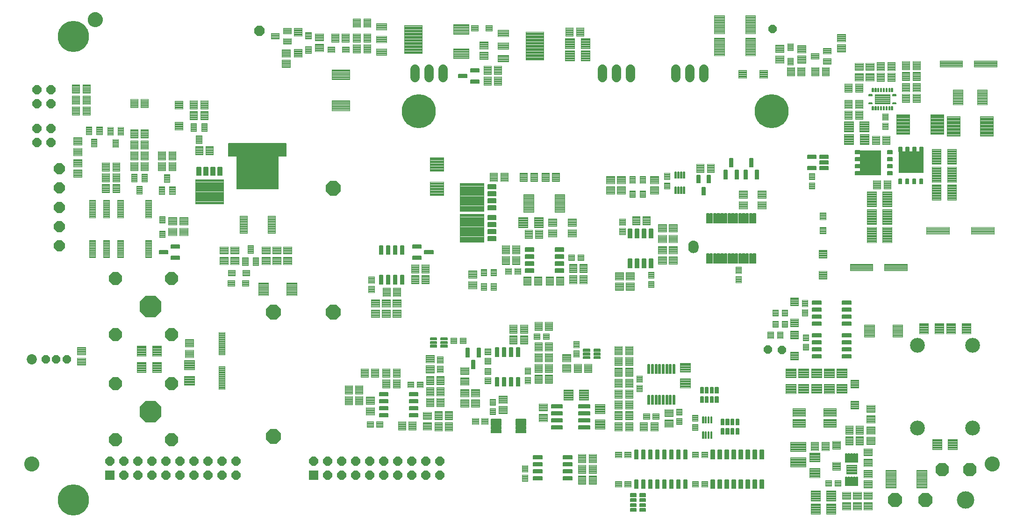
<source format=gts>
G75*
%MOIN*%
%OFA0B0*%
%FSLAX25Y25*%
%IPPOS*%
%LPD*%
%AMOC8*
5,1,8,0,0,1.08239X$1,22.5*
%
%ADD10C,0.00454*%
%ADD11C,0.00457*%
%ADD12C,0.00504*%
%ADD13C,0.06600*%
%ADD14C,0.00461*%
%ADD15OC8,0.07687*%
%ADD16C,0.00414*%
%ADD17C,0.00525*%
%ADD18C,0.00574*%
%ADD19C,0.00504*%
%ADD20C,0.00552*%
%ADD21OC8,0.09200*%
%ADD22OC8,0.15600*%
%ADD23C,0.13198*%
%ADD24C,0.00580*%
%ADD25OC8,0.06506*%
%ADD26C,0.00600*%
%ADD27C,0.00510*%
%ADD28C,0.00500*%
%ADD29OC8,0.05915*%
%ADD30C,0.07293*%
%ADD31OC8,0.10600*%
%ADD32R,0.06506X0.06506*%
%ADD33OC8,0.10293*%
%ADD34C,0.12411*%
%ADD35C,0.00514*%
%ADD36C,0.00441*%
%ADD37C,0.00402*%
%ADD38OC8,0.09655*%
%ADD39C,0.10600*%
%ADD40C,0.00503*%
%ADD41C,0.00351*%
%ADD42OC8,0.07096*%
%ADD43C,0.00428*%
%ADD44C,0.00594*%
%ADD45C,0.00408*%
%ADD46C,0.00100*%
%ADD47C,0.24222*%
%ADD48C,0.00386*%
%ADD49C,0.00477*%
%ADD50C,0.00607*%
%ADD51C,0.00438*%
%ADD52C,0.00520*%
%ADD53C,0.00459*%
%ADD54C,0.00393*%
%ADD55C,0.22254*%
D10*
X0353509Y0233009D02*
X0357985Y0233009D01*
X0353509Y0233009D02*
X0353509Y0237091D01*
X0357985Y0237091D01*
X0357985Y0233009D01*
X0357985Y0233462D02*
X0353509Y0233462D01*
X0353509Y0233915D02*
X0357985Y0233915D01*
X0357985Y0234368D02*
X0353509Y0234368D01*
X0353509Y0234821D02*
X0357985Y0234821D01*
X0357985Y0235274D02*
X0353509Y0235274D01*
X0353509Y0235727D02*
X0357985Y0235727D01*
X0357985Y0236180D02*
X0353509Y0236180D01*
X0353509Y0236633D02*
X0357985Y0236633D01*
X0357985Y0237086D02*
X0353509Y0237086D01*
X0360202Y0233009D02*
X0364678Y0233009D01*
X0360202Y0233009D02*
X0360202Y0237091D01*
X0364678Y0237091D01*
X0364678Y0233009D01*
X0364678Y0233462D02*
X0360202Y0233462D01*
X0360202Y0233915D02*
X0364678Y0233915D01*
X0364678Y0234368D02*
X0360202Y0234368D01*
X0360202Y0234821D02*
X0364678Y0234821D01*
X0364678Y0235274D02*
X0360202Y0235274D01*
X0360202Y0235727D02*
X0364678Y0235727D01*
X0364678Y0236180D02*
X0360202Y0236180D01*
X0360202Y0236633D02*
X0364678Y0236633D01*
X0364678Y0237086D02*
X0360202Y0237086D01*
X0382259Y0265591D02*
X0386735Y0265591D01*
X0386735Y0261509D01*
X0382259Y0261509D01*
X0382259Y0265591D01*
X0382259Y0261962D02*
X0386735Y0261962D01*
X0386735Y0262415D02*
X0382259Y0262415D01*
X0382259Y0262868D02*
X0386735Y0262868D01*
X0386735Y0263321D02*
X0382259Y0263321D01*
X0382259Y0263774D02*
X0386735Y0263774D01*
X0386735Y0264227D02*
X0382259Y0264227D01*
X0382259Y0264680D02*
X0386735Y0264680D01*
X0386735Y0265133D02*
X0382259Y0265133D01*
X0382259Y0265586D02*
X0386735Y0265586D01*
X0388952Y0265591D02*
X0393428Y0265591D01*
X0393428Y0261509D01*
X0388952Y0261509D01*
X0388952Y0265591D01*
X0388952Y0261962D02*
X0393428Y0261962D01*
X0393428Y0262415D02*
X0388952Y0262415D01*
X0388952Y0262868D02*
X0393428Y0262868D01*
X0393428Y0263321D02*
X0388952Y0263321D01*
X0388952Y0263774D02*
X0393428Y0263774D01*
X0393428Y0264227D02*
X0388952Y0264227D01*
X0388952Y0264680D02*
X0393428Y0264680D01*
X0393428Y0265133D02*
X0388952Y0265133D01*
X0388952Y0265586D02*
X0393428Y0265586D01*
X0407634Y0272216D02*
X0407634Y0276692D01*
X0407634Y0272216D02*
X0403552Y0272216D01*
X0403552Y0276692D01*
X0407634Y0276692D01*
X0407634Y0272669D02*
X0403552Y0272669D01*
X0403552Y0273122D02*
X0407634Y0273122D01*
X0407634Y0273575D02*
X0403552Y0273575D01*
X0403552Y0274028D02*
X0407634Y0274028D01*
X0407634Y0274481D02*
X0403552Y0274481D01*
X0403552Y0274934D02*
X0407634Y0274934D01*
X0407634Y0275387D02*
X0403552Y0275387D01*
X0403552Y0275840D02*
X0407634Y0275840D01*
X0407634Y0276293D02*
X0403552Y0276293D01*
X0407634Y0278908D02*
X0407634Y0283384D01*
X0407634Y0278908D02*
X0403552Y0278908D01*
X0403552Y0283384D01*
X0407634Y0283384D01*
X0407634Y0279361D02*
X0403552Y0279361D01*
X0403552Y0279814D02*
X0407634Y0279814D01*
X0407634Y0280267D02*
X0403552Y0280267D01*
X0403552Y0280720D02*
X0407634Y0280720D01*
X0407634Y0281173D02*
X0403552Y0281173D01*
X0403552Y0281626D02*
X0407634Y0281626D01*
X0407634Y0282079D02*
X0403552Y0282079D01*
X0403552Y0282532D02*
X0407634Y0282532D01*
X0407634Y0282985D02*
X0403552Y0282985D01*
X0413009Y0292759D02*
X0417485Y0292759D01*
X0413009Y0292759D02*
X0413009Y0296841D01*
X0417485Y0296841D01*
X0417485Y0292759D01*
X0417485Y0293212D02*
X0413009Y0293212D01*
X0413009Y0293665D02*
X0417485Y0293665D01*
X0417485Y0294118D02*
X0413009Y0294118D01*
X0413009Y0294571D02*
X0417485Y0294571D01*
X0417485Y0295024D02*
X0413009Y0295024D01*
X0413009Y0295477D02*
X0417485Y0295477D01*
X0417485Y0295930D02*
X0413009Y0295930D01*
X0413009Y0296383D02*
X0417485Y0296383D01*
X0417485Y0296836D02*
X0413009Y0296836D01*
X0419702Y0292759D02*
X0424178Y0292759D01*
X0419702Y0292759D02*
X0419702Y0296841D01*
X0424178Y0296841D01*
X0424178Y0292759D01*
X0424178Y0293212D02*
X0419702Y0293212D01*
X0419702Y0293665D02*
X0424178Y0293665D01*
X0424178Y0294118D02*
X0419702Y0294118D01*
X0419702Y0294571D02*
X0424178Y0294571D01*
X0424178Y0295024D02*
X0419702Y0295024D01*
X0419702Y0295477D02*
X0424178Y0295477D01*
X0424178Y0295930D02*
X0419702Y0295930D01*
X0419702Y0296383D02*
X0424178Y0296383D01*
X0424178Y0296836D02*
X0419702Y0296836D01*
X0441634Y0289134D02*
X0441634Y0284658D01*
X0437552Y0284658D01*
X0437552Y0289134D01*
X0441634Y0289134D01*
X0441634Y0285111D02*
X0437552Y0285111D01*
X0437552Y0285564D02*
X0441634Y0285564D01*
X0441634Y0286017D02*
X0437552Y0286017D01*
X0437552Y0286470D02*
X0441634Y0286470D01*
X0441634Y0286923D02*
X0437552Y0286923D01*
X0437552Y0287376D02*
X0441634Y0287376D01*
X0441634Y0287829D02*
X0437552Y0287829D01*
X0437552Y0288282D02*
X0441634Y0288282D01*
X0441634Y0288735D02*
X0437552Y0288735D01*
X0441634Y0282442D02*
X0441634Y0277966D01*
X0437552Y0277966D01*
X0437552Y0282442D01*
X0441634Y0282442D01*
X0441634Y0278419D02*
X0437552Y0278419D01*
X0437552Y0278872D02*
X0441634Y0278872D01*
X0441634Y0279325D02*
X0437552Y0279325D01*
X0437552Y0279778D02*
X0441634Y0279778D01*
X0441634Y0280231D02*
X0437552Y0280231D01*
X0437552Y0280684D02*
X0441634Y0280684D01*
X0441634Y0281137D02*
X0437552Y0281137D01*
X0437552Y0281590D02*
X0441634Y0281590D01*
X0441634Y0282043D02*
X0437552Y0282043D01*
X0441634Y0275134D02*
X0441634Y0270658D01*
X0437552Y0270658D01*
X0437552Y0275134D01*
X0441634Y0275134D01*
X0441634Y0271111D02*
X0437552Y0271111D01*
X0437552Y0271564D02*
X0441634Y0271564D01*
X0441634Y0272017D02*
X0437552Y0272017D01*
X0437552Y0272470D02*
X0441634Y0272470D01*
X0441634Y0272923D02*
X0437552Y0272923D01*
X0437552Y0273376D02*
X0441634Y0273376D01*
X0441634Y0273829D02*
X0437552Y0273829D01*
X0437552Y0274282D02*
X0441634Y0274282D01*
X0441634Y0274735D02*
X0437552Y0274735D01*
X0441634Y0268442D02*
X0441634Y0263966D01*
X0437552Y0263966D01*
X0437552Y0268442D01*
X0441634Y0268442D01*
X0441634Y0264419D02*
X0437552Y0264419D01*
X0437552Y0264872D02*
X0441634Y0264872D01*
X0441634Y0265325D02*
X0437552Y0265325D01*
X0437552Y0265778D02*
X0441634Y0265778D01*
X0441634Y0266231D02*
X0437552Y0266231D01*
X0437552Y0266684D02*
X0441634Y0266684D01*
X0441634Y0267137D02*
X0437552Y0267137D01*
X0437552Y0267590D02*
X0441634Y0267590D01*
X0441634Y0268043D02*
X0437552Y0268043D01*
X0466052Y0268692D02*
X0466052Y0264216D01*
X0466052Y0268692D02*
X0470134Y0268692D01*
X0470134Y0264216D01*
X0466052Y0264216D01*
X0466052Y0264669D02*
X0470134Y0264669D01*
X0470134Y0265122D02*
X0466052Y0265122D01*
X0466052Y0265575D02*
X0470134Y0265575D01*
X0470134Y0266028D02*
X0466052Y0266028D01*
X0466052Y0266481D02*
X0470134Y0266481D01*
X0470134Y0266934D02*
X0466052Y0266934D01*
X0466052Y0267387D02*
X0470134Y0267387D01*
X0470134Y0267840D02*
X0466052Y0267840D01*
X0466052Y0268293D02*
X0470134Y0268293D01*
X0466052Y0270908D02*
X0466052Y0275384D01*
X0470134Y0275384D01*
X0470134Y0270908D01*
X0466052Y0270908D01*
X0466052Y0271361D02*
X0470134Y0271361D01*
X0470134Y0271814D02*
X0466052Y0271814D01*
X0466052Y0272267D02*
X0470134Y0272267D01*
X0470134Y0272720D02*
X0466052Y0272720D01*
X0466052Y0273173D02*
X0470134Y0273173D01*
X0470134Y0273626D02*
X0466052Y0273626D01*
X0466052Y0274079D02*
X0470134Y0274079D01*
X0470134Y0274532D02*
X0466052Y0274532D01*
X0466052Y0274985D02*
X0470134Y0274985D01*
X0472259Y0295759D02*
X0476735Y0295759D01*
X0472259Y0295759D02*
X0472259Y0299841D01*
X0476735Y0299841D01*
X0476735Y0295759D01*
X0476735Y0296212D02*
X0472259Y0296212D01*
X0472259Y0296665D02*
X0476735Y0296665D01*
X0476735Y0297118D02*
X0472259Y0297118D01*
X0472259Y0297571D02*
X0476735Y0297571D01*
X0476735Y0298024D02*
X0472259Y0298024D01*
X0472259Y0298477D02*
X0476735Y0298477D01*
X0476735Y0298930D02*
X0472259Y0298930D01*
X0472259Y0299383D02*
X0476735Y0299383D01*
X0476735Y0299836D02*
X0472259Y0299836D01*
X0478952Y0295759D02*
X0483428Y0295759D01*
X0478952Y0295759D02*
X0478952Y0299841D01*
X0483428Y0299841D01*
X0483428Y0295759D01*
X0483428Y0296212D02*
X0478952Y0296212D01*
X0478952Y0296665D02*
X0483428Y0296665D01*
X0483428Y0297118D02*
X0478952Y0297118D01*
X0478952Y0297571D02*
X0483428Y0297571D01*
X0483428Y0298024D02*
X0478952Y0298024D01*
X0478952Y0298477D02*
X0483428Y0298477D01*
X0483428Y0298930D02*
X0478952Y0298930D01*
X0478952Y0299383D02*
X0483428Y0299383D01*
X0483428Y0299836D02*
X0478952Y0299836D01*
X0504884Y0294384D02*
X0504884Y0289908D01*
X0500802Y0289908D01*
X0500802Y0294384D01*
X0504884Y0294384D01*
X0504884Y0290361D02*
X0500802Y0290361D01*
X0500802Y0290814D02*
X0504884Y0290814D01*
X0504884Y0291267D02*
X0500802Y0291267D01*
X0500802Y0291720D02*
X0504884Y0291720D01*
X0504884Y0292173D02*
X0500802Y0292173D01*
X0500802Y0292626D02*
X0504884Y0292626D01*
X0504884Y0293079D02*
X0500802Y0293079D01*
X0500802Y0293532D02*
X0504884Y0293532D01*
X0504884Y0293985D02*
X0500802Y0293985D01*
X0504884Y0287692D02*
X0504884Y0283216D01*
X0500802Y0283216D01*
X0500802Y0287692D01*
X0504884Y0287692D01*
X0504884Y0283669D02*
X0500802Y0283669D01*
X0500802Y0284122D02*
X0504884Y0284122D01*
X0504884Y0284575D02*
X0500802Y0284575D01*
X0500802Y0285028D02*
X0504884Y0285028D01*
X0504884Y0285481D02*
X0500802Y0285481D01*
X0500802Y0285934D02*
X0504884Y0285934D01*
X0504884Y0286387D02*
X0500802Y0286387D01*
X0500802Y0286840D02*
X0504884Y0286840D01*
X0504884Y0287293D02*
X0500802Y0287293D01*
X0545802Y0269634D02*
X0545802Y0265158D01*
X0545802Y0269634D02*
X0549884Y0269634D01*
X0549884Y0265158D01*
X0545802Y0265158D01*
X0545802Y0265611D02*
X0549884Y0265611D01*
X0549884Y0266064D02*
X0545802Y0266064D01*
X0545802Y0266517D02*
X0549884Y0266517D01*
X0549884Y0266970D02*
X0545802Y0266970D01*
X0545802Y0267423D02*
X0549884Y0267423D01*
X0549884Y0267876D02*
X0545802Y0267876D01*
X0545802Y0268329D02*
X0549884Y0268329D01*
X0549884Y0268782D02*
X0545802Y0268782D01*
X0545802Y0269235D02*
X0549884Y0269235D01*
X0545802Y0262942D02*
X0545802Y0258466D01*
X0545802Y0262942D02*
X0549884Y0262942D01*
X0549884Y0258466D01*
X0545802Y0258466D01*
X0545802Y0258919D02*
X0549884Y0258919D01*
X0549884Y0259372D02*
X0545802Y0259372D01*
X0545802Y0259825D02*
X0549884Y0259825D01*
X0549884Y0260278D02*
X0545802Y0260278D01*
X0545802Y0260731D02*
X0549884Y0260731D01*
X0549884Y0261184D02*
X0545802Y0261184D01*
X0545802Y0261637D02*
X0549884Y0261637D01*
X0549884Y0262090D02*
X0545802Y0262090D01*
X0545802Y0262543D02*
X0549884Y0262543D01*
X0550509Y0238759D02*
X0554985Y0238759D01*
X0550509Y0238759D02*
X0550509Y0242841D01*
X0554985Y0242841D01*
X0554985Y0238759D01*
X0554985Y0239212D02*
X0550509Y0239212D01*
X0550509Y0239665D02*
X0554985Y0239665D01*
X0554985Y0240118D02*
X0550509Y0240118D01*
X0550509Y0240571D02*
X0554985Y0240571D01*
X0554985Y0241024D02*
X0550509Y0241024D01*
X0550509Y0241477D02*
X0554985Y0241477D01*
X0554985Y0241930D02*
X0550509Y0241930D01*
X0550509Y0242383D02*
X0554985Y0242383D01*
X0554985Y0242836D02*
X0550509Y0242836D01*
X0557202Y0238759D02*
X0561678Y0238759D01*
X0557202Y0238759D02*
X0557202Y0242841D01*
X0561678Y0242841D01*
X0561678Y0238759D01*
X0561678Y0239212D02*
X0557202Y0239212D01*
X0557202Y0239665D02*
X0561678Y0239665D01*
X0561678Y0240118D02*
X0557202Y0240118D01*
X0557202Y0240571D02*
X0561678Y0240571D01*
X0561678Y0241024D02*
X0557202Y0241024D01*
X0557202Y0241477D02*
X0561678Y0241477D01*
X0561678Y0241930D02*
X0557202Y0241930D01*
X0557202Y0242383D02*
X0561678Y0242383D01*
X0561678Y0242836D02*
X0557202Y0242836D01*
X0578134Y0241658D02*
X0578134Y0246134D01*
X0578134Y0241658D02*
X0574052Y0241658D01*
X0574052Y0246134D01*
X0578134Y0246134D01*
X0578134Y0242111D02*
X0574052Y0242111D01*
X0574052Y0242564D02*
X0578134Y0242564D01*
X0578134Y0243017D02*
X0574052Y0243017D01*
X0574052Y0243470D02*
X0578134Y0243470D01*
X0578134Y0243923D02*
X0574052Y0243923D01*
X0574052Y0244376D02*
X0578134Y0244376D01*
X0578134Y0244829D02*
X0574052Y0244829D01*
X0574052Y0245282D02*
X0578134Y0245282D01*
X0578134Y0245735D02*
X0574052Y0245735D01*
X0578134Y0239442D02*
X0578134Y0234966D01*
X0574052Y0234966D01*
X0574052Y0239442D01*
X0578134Y0239442D01*
X0578134Y0235419D02*
X0574052Y0235419D01*
X0574052Y0235872D02*
X0578134Y0235872D01*
X0578134Y0236325D02*
X0574052Y0236325D01*
X0574052Y0236778D02*
X0578134Y0236778D01*
X0578134Y0237231D02*
X0574052Y0237231D01*
X0574052Y0237684D02*
X0578134Y0237684D01*
X0578134Y0238137D02*
X0574052Y0238137D01*
X0574052Y0238590D02*
X0578134Y0238590D01*
X0578134Y0239043D02*
X0574052Y0239043D01*
X0585302Y0237408D02*
X0585302Y0241884D01*
X0589384Y0241884D01*
X0589384Y0237408D01*
X0585302Y0237408D01*
X0585302Y0237861D02*
X0589384Y0237861D01*
X0589384Y0238314D02*
X0585302Y0238314D01*
X0585302Y0238767D02*
X0589384Y0238767D01*
X0589384Y0239220D02*
X0585302Y0239220D01*
X0585302Y0239673D02*
X0589384Y0239673D01*
X0589384Y0240126D02*
X0585302Y0240126D01*
X0585302Y0240579D02*
X0589384Y0240579D01*
X0589384Y0241032D02*
X0585302Y0241032D01*
X0585302Y0241485D02*
X0589384Y0241485D01*
X0585302Y0235192D02*
X0585302Y0230716D01*
X0585302Y0235192D02*
X0589384Y0235192D01*
X0589384Y0230716D01*
X0585302Y0230716D01*
X0585302Y0231169D02*
X0589384Y0231169D01*
X0589384Y0231622D02*
X0585302Y0231622D01*
X0585302Y0232075D02*
X0589384Y0232075D01*
X0589384Y0232528D02*
X0585302Y0232528D01*
X0585302Y0232981D02*
X0589384Y0232981D01*
X0589384Y0233434D02*
X0585302Y0233434D01*
X0585302Y0233887D02*
X0589384Y0233887D01*
X0589384Y0234340D02*
X0585302Y0234340D01*
X0585302Y0234793D02*
X0589384Y0234793D01*
X0589735Y0211509D02*
X0585259Y0211509D01*
X0585259Y0215591D01*
X0589735Y0215591D01*
X0589735Y0211509D01*
X0589735Y0211962D02*
X0585259Y0211962D01*
X0585259Y0212415D02*
X0589735Y0212415D01*
X0589735Y0212868D02*
X0585259Y0212868D01*
X0585259Y0213321D02*
X0589735Y0213321D01*
X0589735Y0213774D02*
X0585259Y0213774D01*
X0585259Y0214227D02*
X0589735Y0214227D01*
X0589735Y0214680D02*
X0585259Y0214680D01*
X0585259Y0215133D02*
X0589735Y0215133D01*
X0589735Y0215586D02*
X0585259Y0215586D01*
X0591952Y0211509D02*
X0596428Y0211509D01*
X0591952Y0211509D02*
X0591952Y0215591D01*
X0596428Y0215591D01*
X0596428Y0211509D01*
X0596428Y0211962D02*
X0591952Y0211962D01*
X0591952Y0212415D02*
X0596428Y0212415D01*
X0596428Y0212868D02*
X0591952Y0212868D01*
X0591952Y0213321D02*
X0596428Y0213321D01*
X0596428Y0213774D02*
X0591952Y0213774D01*
X0591952Y0214227D02*
X0596428Y0214227D01*
X0596428Y0214680D02*
X0591952Y0214680D01*
X0591952Y0215133D02*
X0596428Y0215133D01*
X0596428Y0215586D02*
X0591952Y0215586D01*
X0591952Y0194591D02*
X0596428Y0194591D01*
X0596428Y0190509D01*
X0591952Y0190509D01*
X0591952Y0194591D01*
X0591952Y0190962D02*
X0596428Y0190962D01*
X0596428Y0191415D02*
X0591952Y0191415D01*
X0591952Y0191868D02*
X0596428Y0191868D01*
X0596428Y0192321D02*
X0591952Y0192321D01*
X0591952Y0192774D02*
X0596428Y0192774D01*
X0596428Y0193227D02*
X0591952Y0193227D01*
X0591952Y0193680D02*
X0596428Y0193680D01*
X0596428Y0194133D02*
X0591952Y0194133D01*
X0591952Y0194586D02*
X0596428Y0194586D01*
X0589735Y0194591D02*
X0585259Y0194591D01*
X0589735Y0194591D02*
X0589735Y0190509D01*
X0585259Y0190509D01*
X0585259Y0194591D01*
X0585259Y0190962D02*
X0589735Y0190962D01*
X0589735Y0191415D02*
X0585259Y0191415D01*
X0585259Y0191868D02*
X0589735Y0191868D01*
X0589735Y0192321D02*
X0585259Y0192321D01*
X0585259Y0192774D02*
X0589735Y0192774D01*
X0589735Y0193227D02*
X0585259Y0193227D01*
X0585259Y0193680D02*
X0589735Y0193680D01*
X0589735Y0194133D02*
X0585259Y0194133D01*
X0585259Y0194586D02*
X0589735Y0194586D01*
X0541678Y0194591D02*
X0537202Y0194591D01*
X0541678Y0194591D02*
X0541678Y0190509D01*
X0537202Y0190509D01*
X0537202Y0194591D01*
X0537202Y0190962D02*
X0541678Y0190962D01*
X0541678Y0191415D02*
X0537202Y0191415D01*
X0537202Y0191868D02*
X0541678Y0191868D01*
X0541678Y0192321D02*
X0537202Y0192321D01*
X0537202Y0192774D02*
X0541678Y0192774D01*
X0541678Y0193227D02*
X0537202Y0193227D01*
X0537202Y0193680D02*
X0541678Y0193680D01*
X0541678Y0194133D02*
X0537202Y0194133D01*
X0537202Y0194586D02*
X0541678Y0194586D01*
X0534985Y0194591D02*
X0530509Y0194591D01*
X0534985Y0194591D02*
X0534985Y0190509D01*
X0530509Y0190509D01*
X0530509Y0194591D01*
X0530509Y0190962D02*
X0534985Y0190962D01*
X0534985Y0191415D02*
X0530509Y0191415D01*
X0530509Y0191868D02*
X0534985Y0191868D01*
X0534985Y0192321D02*
X0530509Y0192321D01*
X0530509Y0192774D02*
X0534985Y0192774D01*
X0534985Y0193227D02*
X0530509Y0193227D01*
X0530509Y0193680D02*
X0534985Y0193680D01*
X0534985Y0194133D02*
X0530509Y0194133D01*
X0530509Y0194586D02*
X0534985Y0194586D01*
X0534985Y0211509D02*
X0530509Y0211509D01*
X0530509Y0215591D01*
X0534985Y0215591D01*
X0534985Y0211509D01*
X0534985Y0211962D02*
X0530509Y0211962D01*
X0530509Y0212415D02*
X0534985Y0212415D01*
X0534985Y0212868D02*
X0530509Y0212868D01*
X0530509Y0213321D02*
X0534985Y0213321D01*
X0534985Y0213774D02*
X0530509Y0213774D01*
X0530509Y0214227D02*
X0534985Y0214227D01*
X0534985Y0214680D02*
X0530509Y0214680D01*
X0530509Y0215133D02*
X0534985Y0215133D01*
X0534985Y0215586D02*
X0530509Y0215586D01*
X0537202Y0211509D02*
X0541678Y0211509D01*
X0537202Y0211509D02*
X0537202Y0215591D01*
X0541678Y0215591D01*
X0541678Y0211509D01*
X0541678Y0211962D02*
X0537202Y0211962D01*
X0537202Y0212415D02*
X0541678Y0212415D01*
X0541678Y0212868D02*
X0537202Y0212868D01*
X0537202Y0213321D02*
X0541678Y0213321D01*
X0541678Y0213774D02*
X0537202Y0213774D01*
X0537202Y0214227D02*
X0541678Y0214227D01*
X0541678Y0214680D02*
X0537202Y0214680D01*
X0537202Y0215133D02*
X0541678Y0215133D01*
X0541678Y0215586D02*
X0537202Y0215586D01*
X0464052Y0205634D02*
X0464052Y0201158D01*
X0464052Y0205634D02*
X0468134Y0205634D01*
X0468134Y0201158D01*
X0464052Y0201158D01*
X0464052Y0201611D02*
X0468134Y0201611D01*
X0468134Y0202064D02*
X0464052Y0202064D01*
X0464052Y0202517D02*
X0468134Y0202517D01*
X0468134Y0202970D02*
X0464052Y0202970D01*
X0464052Y0203423D02*
X0468134Y0203423D01*
X0468134Y0203876D02*
X0464052Y0203876D01*
X0464052Y0204329D02*
X0468134Y0204329D01*
X0468134Y0204782D02*
X0464052Y0204782D01*
X0464052Y0205235D02*
X0468134Y0205235D01*
X0464052Y0198942D02*
X0464052Y0194466D01*
X0464052Y0198942D02*
X0468134Y0198942D01*
X0468134Y0194466D01*
X0464052Y0194466D01*
X0464052Y0194919D02*
X0468134Y0194919D01*
X0468134Y0195372D02*
X0464052Y0195372D01*
X0464052Y0195825D02*
X0468134Y0195825D01*
X0468134Y0196278D02*
X0464052Y0196278D01*
X0464052Y0196731D02*
X0468134Y0196731D01*
X0468134Y0197184D02*
X0464052Y0197184D01*
X0464052Y0197637D02*
X0468134Y0197637D01*
X0468134Y0198090D02*
X0464052Y0198090D01*
X0464052Y0198543D02*
X0468134Y0198543D01*
X0439678Y0235259D02*
X0435202Y0235259D01*
X0435202Y0239341D01*
X0439678Y0239341D01*
X0439678Y0235259D01*
X0439678Y0235712D02*
X0435202Y0235712D01*
X0435202Y0236165D02*
X0439678Y0236165D01*
X0439678Y0236618D02*
X0435202Y0236618D01*
X0435202Y0237071D02*
X0439678Y0237071D01*
X0439678Y0237524D02*
X0435202Y0237524D01*
X0435202Y0237977D02*
X0439678Y0237977D01*
X0439678Y0238430D02*
X0435202Y0238430D01*
X0435202Y0238883D02*
X0439678Y0238883D01*
X0439678Y0239336D02*
X0435202Y0239336D01*
X0432985Y0235259D02*
X0428509Y0235259D01*
X0428509Y0239341D01*
X0432985Y0239341D01*
X0432985Y0235259D01*
X0432985Y0235712D02*
X0428509Y0235712D01*
X0428509Y0236165D02*
X0432985Y0236165D01*
X0432985Y0236618D02*
X0428509Y0236618D01*
X0428509Y0237071D02*
X0432985Y0237071D01*
X0432985Y0237524D02*
X0428509Y0237524D01*
X0428509Y0237977D02*
X0432985Y0237977D01*
X0432985Y0238430D02*
X0428509Y0238430D01*
X0428509Y0238883D02*
X0432985Y0238883D01*
X0432985Y0239336D02*
X0428509Y0239336D01*
X0441052Y0241966D02*
X0441052Y0246442D01*
X0445134Y0246442D01*
X0445134Y0241966D01*
X0441052Y0241966D01*
X0441052Y0242419D02*
X0445134Y0242419D01*
X0445134Y0242872D02*
X0441052Y0242872D01*
X0441052Y0243325D02*
X0445134Y0243325D01*
X0445134Y0243778D02*
X0441052Y0243778D01*
X0441052Y0244231D02*
X0445134Y0244231D01*
X0445134Y0244684D02*
X0441052Y0244684D01*
X0441052Y0245137D02*
X0445134Y0245137D01*
X0445134Y0245590D02*
X0441052Y0245590D01*
X0441052Y0246043D02*
X0445134Y0246043D01*
X0441052Y0248658D02*
X0441052Y0253134D01*
X0445134Y0253134D01*
X0445134Y0248658D01*
X0441052Y0248658D01*
X0441052Y0249111D02*
X0445134Y0249111D01*
X0445134Y0249564D02*
X0441052Y0249564D01*
X0441052Y0250017D02*
X0445134Y0250017D01*
X0445134Y0250470D02*
X0441052Y0250470D01*
X0441052Y0250923D02*
X0445134Y0250923D01*
X0445134Y0251376D02*
X0441052Y0251376D01*
X0441052Y0251829D02*
X0445134Y0251829D01*
X0445134Y0252282D02*
X0441052Y0252282D01*
X0441052Y0252735D02*
X0445134Y0252735D01*
X0445884Y0330747D02*
X0445884Y0335617D01*
X0445884Y0330747D02*
X0441802Y0330747D01*
X0441802Y0335617D01*
X0445884Y0335617D01*
X0445884Y0331200D02*
X0441802Y0331200D01*
X0441802Y0331653D02*
X0445884Y0331653D01*
X0445884Y0332106D02*
X0441802Y0332106D01*
X0441802Y0332559D02*
X0445884Y0332559D01*
X0445884Y0333012D02*
X0441802Y0333012D01*
X0441802Y0333465D02*
X0445884Y0333465D01*
X0445884Y0333918D02*
X0441802Y0333918D01*
X0441802Y0334371D02*
X0445884Y0334371D01*
X0445884Y0334824D02*
X0441802Y0334824D01*
X0441802Y0335277D02*
X0445884Y0335277D01*
X0438884Y0335617D02*
X0438884Y0330747D01*
X0434802Y0330747D01*
X0434802Y0335617D01*
X0438884Y0335617D01*
X0438884Y0331200D02*
X0434802Y0331200D01*
X0434802Y0331653D02*
X0438884Y0331653D01*
X0438884Y0332106D02*
X0434802Y0332106D01*
X0434802Y0332559D02*
X0438884Y0332559D01*
X0438884Y0333012D02*
X0434802Y0333012D01*
X0434802Y0333465D02*
X0438884Y0333465D01*
X0438884Y0333918D02*
X0434802Y0333918D01*
X0434802Y0334371D02*
X0438884Y0334371D01*
X0438884Y0334824D02*
X0434802Y0334824D01*
X0434802Y0335277D02*
X0438884Y0335277D01*
X0438884Y0340983D02*
X0438884Y0345853D01*
X0438884Y0340983D02*
X0434802Y0340983D01*
X0434802Y0345853D01*
X0438884Y0345853D01*
X0438884Y0341436D02*
X0434802Y0341436D01*
X0434802Y0341889D02*
X0438884Y0341889D01*
X0438884Y0342342D02*
X0434802Y0342342D01*
X0434802Y0342795D02*
X0438884Y0342795D01*
X0438884Y0343248D02*
X0434802Y0343248D01*
X0434802Y0343701D02*
X0438884Y0343701D01*
X0438884Y0344154D02*
X0434802Y0344154D01*
X0434802Y0344607D02*
X0438884Y0344607D01*
X0438884Y0345060D02*
X0434802Y0345060D01*
X0434802Y0345513D02*
X0438884Y0345513D01*
X0445884Y0345853D02*
X0445884Y0340983D01*
X0441802Y0340983D01*
X0441802Y0345853D01*
X0445884Y0345853D01*
X0445884Y0341436D02*
X0441802Y0341436D01*
X0441802Y0341889D02*
X0445884Y0341889D01*
X0445884Y0342342D02*
X0441802Y0342342D01*
X0441802Y0342795D02*
X0445884Y0342795D01*
X0445884Y0343248D02*
X0441802Y0343248D01*
X0441802Y0343701D02*
X0445884Y0343701D01*
X0445884Y0344154D02*
X0441802Y0344154D01*
X0441802Y0344607D02*
X0445884Y0344607D01*
X0445884Y0345060D02*
X0441802Y0345060D01*
X0441802Y0345513D02*
X0445884Y0345513D01*
X0452009Y0346341D02*
X0456485Y0346341D01*
X0456485Y0342259D01*
X0452009Y0342259D01*
X0452009Y0346341D01*
X0452009Y0342712D02*
X0456485Y0342712D01*
X0456485Y0343165D02*
X0452009Y0343165D01*
X0452009Y0343618D02*
X0456485Y0343618D01*
X0456485Y0344071D02*
X0452009Y0344071D01*
X0452009Y0344524D02*
X0456485Y0344524D01*
X0456485Y0344977D02*
X0452009Y0344977D01*
X0452009Y0345430D02*
X0456485Y0345430D01*
X0456485Y0345883D02*
X0452009Y0345883D01*
X0452009Y0346336D02*
X0456485Y0346336D01*
X0458702Y0346341D02*
X0463178Y0346341D01*
X0463178Y0342259D01*
X0458702Y0342259D01*
X0458702Y0346341D01*
X0458702Y0342712D02*
X0463178Y0342712D01*
X0463178Y0343165D02*
X0458702Y0343165D01*
X0458702Y0343618D02*
X0463178Y0343618D01*
X0463178Y0344071D02*
X0458702Y0344071D01*
X0458702Y0344524D02*
X0463178Y0344524D01*
X0463178Y0344977D02*
X0458702Y0344977D01*
X0458702Y0345430D02*
X0463178Y0345430D01*
X0463178Y0345883D02*
X0458702Y0345883D01*
X0458702Y0346336D02*
X0463178Y0346336D01*
X0497009Y0352009D02*
X0501485Y0352009D01*
X0497009Y0352009D02*
X0497009Y0356091D01*
X0501485Y0356091D01*
X0501485Y0352009D01*
X0501485Y0352462D02*
X0497009Y0352462D01*
X0497009Y0352915D02*
X0501485Y0352915D01*
X0501485Y0353368D02*
X0497009Y0353368D01*
X0497009Y0353821D02*
X0501485Y0353821D01*
X0501485Y0354274D02*
X0497009Y0354274D01*
X0497009Y0354727D02*
X0501485Y0354727D01*
X0501485Y0355180D02*
X0497009Y0355180D01*
X0497009Y0355633D02*
X0501485Y0355633D01*
X0501485Y0356086D02*
X0497009Y0356086D01*
X0503702Y0352009D02*
X0508178Y0352009D01*
X0503702Y0352009D02*
X0503702Y0356091D01*
X0508178Y0356091D01*
X0508178Y0352009D01*
X0508178Y0352462D02*
X0503702Y0352462D01*
X0503702Y0352915D02*
X0508178Y0352915D01*
X0508178Y0353368D02*
X0503702Y0353368D01*
X0503702Y0353821D02*
X0508178Y0353821D01*
X0508178Y0354274D02*
X0503702Y0354274D01*
X0503702Y0354727D02*
X0508178Y0354727D01*
X0508178Y0355180D02*
X0503702Y0355180D01*
X0503702Y0355633D02*
X0508178Y0355633D01*
X0508178Y0356086D02*
X0503702Y0356086D01*
X0533552Y0370466D02*
X0533552Y0374942D01*
X0537634Y0374942D01*
X0537634Y0370466D01*
X0533552Y0370466D01*
X0533552Y0370919D02*
X0537634Y0370919D01*
X0537634Y0371372D02*
X0533552Y0371372D01*
X0533552Y0371825D02*
X0537634Y0371825D01*
X0537634Y0372278D02*
X0533552Y0372278D01*
X0533552Y0372731D02*
X0537634Y0372731D01*
X0537634Y0373184D02*
X0533552Y0373184D01*
X0533552Y0373637D02*
X0537634Y0373637D01*
X0537634Y0374090D02*
X0533552Y0374090D01*
X0533552Y0374543D02*
X0537634Y0374543D01*
X0533552Y0377158D02*
X0533552Y0381634D01*
X0537634Y0381634D01*
X0537634Y0377158D01*
X0533552Y0377158D01*
X0533552Y0377611D02*
X0537634Y0377611D01*
X0537634Y0378064D02*
X0533552Y0378064D01*
X0533552Y0378517D02*
X0537634Y0378517D01*
X0537634Y0378970D02*
X0533552Y0378970D01*
X0533552Y0379423D02*
X0537634Y0379423D01*
X0537634Y0379876D02*
X0533552Y0379876D01*
X0533552Y0380329D02*
X0537634Y0380329D01*
X0537634Y0380782D02*
X0533552Y0380782D01*
X0533552Y0381235D02*
X0537634Y0381235D01*
X0544884Y0396997D02*
X0544884Y0401867D01*
X0544884Y0396997D02*
X0540802Y0396997D01*
X0540802Y0401867D01*
X0544884Y0401867D01*
X0544884Y0397450D02*
X0540802Y0397450D01*
X0540802Y0397903D02*
X0544884Y0397903D01*
X0544884Y0398356D02*
X0540802Y0398356D01*
X0540802Y0398809D02*
X0544884Y0398809D01*
X0544884Y0399262D02*
X0540802Y0399262D01*
X0540802Y0399715D02*
X0544884Y0399715D01*
X0544884Y0400168D02*
X0540802Y0400168D01*
X0540802Y0400621D02*
X0544884Y0400621D01*
X0544884Y0401074D02*
X0540802Y0401074D01*
X0540802Y0401527D02*
X0544884Y0401527D01*
X0552134Y0401867D02*
X0552134Y0396997D01*
X0548052Y0396997D01*
X0548052Y0401867D01*
X0552134Y0401867D01*
X0552134Y0397450D02*
X0548052Y0397450D01*
X0548052Y0397903D02*
X0552134Y0397903D01*
X0552134Y0398356D02*
X0548052Y0398356D01*
X0548052Y0398809D02*
X0552134Y0398809D01*
X0552134Y0399262D02*
X0548052Y0399262D01*
X0548052Y0399715D02*
X0552134Y0399715D01*
X0552134Y0400168D02*
X0548052Y0400168D01*
X0548052Y0400621D02*
X0552134Y0400621D01*
X0552134Y0401074D02*
X0548052Y0401074D01*
X0548052Y0401527D02*
X0552134Y0401527D01*
X0552134Y0407233D02*
X0552134Y0412103D01*
X0552134Y0407233D02*
X0548052Y0407233D01*
X0548052Y0412103D01*
X0552134Y0412103D01*
X0552134Y0407686D02*
X0548052Y0407686D01*
X0548052Y0408139D02*
X0552134Y0408139D01*
X0552134Y0408592D02*
X0548052Y0408592D01*
X0548052Y0409045D02*
X0552134Y0409045D01*
X0552134Y0409498D02*
X0548052Y0409498D01*
X0548052Y0409951D02*
X0552134Y0409951D01*
X0552134Y0410404D02*
X0548052Y0410404D01*
X0548052Y0410857D02*
X0552134Y0410857D01*
X0552134Y0411310D02*
X0548052Y0411310D01*
X0548052Y0411763D02*
X0552134Y0411763D01*
X0544884Y0412103D02*
X0544884Y0407233D01*
X0540802Y0407233D01*
X0540802Y0412103D01*
X0544884Y0412103D01*
X0544884Y0407686D02*
X0540802Y0407686D01*
X0540802Y0408139D02*
X0544884Y0408139D01*
X0544884Y0408592D02*
X0540802Y0408592D01*
X0540802Y0409045D02*
X0544884Y0409045D01*
X0544884Y0409498D02*
X0540802Y0409498D01*
X0540802Y0409951D02*
X0544884Y0409951D01*
X0544884Y0410404D02*
X0540802Y0410404D01*
X0540802Y0410857D02*
X0544884Y0410857D01*
X0544884Y0411310D02*
X0540802Y0411310D01*
X0540802Y0411763D02*
X0544884Y0411763D01*
X0569534Y0409808D02*
X0569534Y0414284D01*
X0569534Y0409808D02*
X0565452Y0409808D01*
X0565452Y0414284D01*
X0569534Y0414284D01*
X0569534Y0410261D02*
X0565452Y0410261D01*
X0565452Y0410714D02*
X0569534Y0410714D01*
X0569534Y0411167D02*
X0565452Y0411167D01*
X0565452Y0411620D02*
X0569534Y0411620D01*
X0569534Y0412073D02*
X0565452Y0412073D01*
X0565452Y0412526D02*
X0569534Y0412526D01*
X0569534Y0412979D02*
X0565452Y0412979D01*
X0565452Y0413432D02*
X0569534Y0413432D01*
X0569534Y0413885D02*
X0565452Y0413885D01*
X0569534Y0407592D02*
X0569534Y0403116D01*
X0565452Y0403116D01*
X0565452Y0407592D01*
X0569534Y0407592D01*
X0569534Y0403569D02*
X0565452Y0403569D01*
X0565452Y0404022D02*
X0569534Y0404022D01*
X0569534Y0404475D02*
X0565452Y0404475D01*
X0565452Y0404928D02*
X0569534Y0404928D01*
X0569534Y0405381D02*
X0565452Y0405381D01*
X0565452Y0405834D02*
X0569534Y0405834D01*
X0569534Y0406287D02*
X0565452Y0406287D01*
X0565452Y0406740D02*
X0569534Y0406740D01*
X0569534Y0407193D02*
X0565452Y0407193D01*
X0616302Y0347384D02*
X0616302Y0342908D01*
X0616302Y0347384D02*
X0620384Y0347384D01*
X0620384Y0342908D01*
X0616302Y0342908D01*
X0616302Y0343361D02*
X0620384Y0343361D01*
X0620384Y0343814D02*
X0616302Y0343814D01*
X0616302Y0344267D02*
X0620384Y0344267D01*
X0620384Y0344720D02*
X0616302Y0344720D01*
X0616302Y0345173D02*
X0620384Y0345173D01*
X0620384Y0345626D02*
X0616302Y0345626D01*
X0616302Y0346079D02*
X0620384Y0346079D01*
X0620384Y0346532D02*
X0616302Y0346532D01*
X0616302Y0346985D02*
X0620384Y0346985D01*
X0616302Y0340692D02*
X0616302Y0336216D01*
X0616302Y0340692D02*
X0620384Y0340692D01*
X0620384Y0336216D01*
X0616302Y0336216D01*
X0616302Y0336669D02*
X0620384Y0336669D01*
X0620384Y0337122D02*
X0616302Y0337122D01*
X0616302Y0337575D02*
X0620384Y0337575D01*
X0620384Y0338028D02*
X0616302Y0338028D01*
X0616302Y0338481D02*
X0620384Y0338481D01*
X0620384Y0338934D02*
X0616302Y0338934D01*
X0616302Y0339387D02*
X0620384Y0339387D01*
X0620384Y0339840D02*
X0616302Y0339840D01*
X0616302Y0340293D02*
X0620384Y0340293D01*
X0642706Y0316788D02*
X0646788Y0316788D01*
X0646788Y0312312D01*
X0642706Y0312312D01*
X0642706Y0316788D01*
X0642706Y0312765D02*
X0646788Y0312765D01*
X0646788Y0313218D02*
X0642706Y0313218D01*
X0642706Y0313671D02*
X0646788Y0313671D01*
X0646788Y0314124D02*
X0642706Y0314124D01*
X0642706Y0314577D02*
X0646788Y0314577D01*
X0646788Y0315030D02*
X0642706Y0315030D01*
X0642706Y0315483D02*
X0646788Y0315483D01*
X0646788Y0315936D02*
X0642706Y0315936D01*
X0642706Y0316389D02*
X0646788Y0316389D01*
X0649399Y0316788D02*
X0653481Y0316788D01*
X0653481Y0312312D01*
X0649399Y0312312D01*
X0649399Y0316788D01*
X0649399Y0312765D02*
X0653481Y0312765D01*
X0653481Y0313218D02*
X0649399Y0313218D01*
X0649399Y0313671D02*
X0653481Y0313671D01*
X0653481Y0314124D02*
X0649399Y0314124D01*
X0649399Y0314577D02*
X0653481Y0314577D01*
X0653481Y0315030D02*
X0649399Y0315030D01*
X0649399Y0315483D02*
X0653481Y0315483D01*
X0653481Y0315936D02*
X0649399Y0315936D01*
X0649399Y0316389D02*
X0653481Y0316389D01*
X0653481Y0308788D02*
X0649399Y0308788D01*
X0653481Y0308788D02*
X0653481Y0304312D01*
X0649399Y0304312D01*
X0649399Y0308788D01*
X0649399Y0304765D02*
X0653481Y0304765D01*
X0653481Y0305218D02*
X0649399Y0305218D01*
X0649399Y0305671D02*
X0653481Y0305671D01*
X0653481Y0306124D02*
X0649399Y0306124D01*
X0649399Y0306577D02*
X0653481Y0306577D01*
X0653481Y0307030D02*
X0649399Y0307030D01*
X0649399Y0307483D02*
X0653481Y0307483D01*
X0653481Y0307936D02*
X0649399Y0307936D01*
X0649399Y0308389D02*
X0653481Y0308389D01*
X0646788Y0308788D02*
X0642706Y0308788D01*
X0646788Y0308788D02*
X0646788Y0304312D01*
X0642706Y0304312D01*
X0642706Y0308788D01*
X0642706Y0304765D02*
X0646788Y0304765D01*
X0646788Y0305218D02*
X0642706Y0305218D01*
X0642706Y0305671D02*
X0646788Y0305671D01*
X0646788Y0306124D02*
X0642706Y0306124D01*
X0642706Y0306577D02*
X0646788Y0306577D01*
X0646788Y0307030D02*
X0642706Y0307030D01*
X0642706Y0307483D02*
X0646788Y0307483D01*
X0646788Y0307936D02*
X0642706Y0307936D01*
X0642706Y0308389D02*
X0646788Y0308389D01*
X0645899Y0301038D02*
X0649981Y0301038D01*
X0649981Y0296562D01*
X0645899Y0296562D01*
X0645899Y0301038D01*
X0645899Y0297015D02*
X0649981Y0297015D01*
X0649981Y0297468D02*
X0645899Y0297468D01*
X0645899Y0297921D02*
X0649981Y0297921D01*
X0649981Y0298374D02*
X0645899Y0298374D01*
X0645899Y0298827D02*
X0649981Y0298827D01*
X0649981Y0299280D02*
X0645899Y0299280D01*
X0645899Y0299733D02*
X0649981Y0299733D01*
X0649981Y0300186D02*
X0645899Y0300186D01*
X0645899Y0300639D02*
X0649981Y0300639D01*
X0643288Y0301038D02*
X0639206Y0301038D01*
X0643288Y0301038D02*
X0643288Y0296562D01*
X0639206Y0296562D01*
X0639206Y0301038D01*
X0639206Y0297015D02*
X0643288Y0297015D01*
X0643288Y0297468D02*
X0639206Y0297468D01*
X0639206Y0297921D02*
X0643288Y0297921D01*
X0643288Y0298374D02*
X0639206Y0298374D01*
X0639206Y0298827D02*
X0643288Y0298827D01*
X0643288Y0299280D02*
X0639206Y0299280D01*
X0639206Y0299733D02*
X0643288Y0299733D01*
X0643288Y0300186D02*
X0639206Y0300186D01*
X0639206Y0300639D02*
X0643288Y0300639D01*
X0668384Y0299134D02*
X0668384Y0294658D01*
X0664302Y0294658D01*
X0664302Y0299134D01*
X0668384Y0299134D01*
X0668384Y0295111D02*
X0664302Y0295111D01*
X0664302Y0295564D02*
X0668384Y0295564D01*
X0668384Y0296017D02*
X0664302Y0296017D01*
X0664302Y0296470D02*
X0668384Y0296470D01*
X0668384Y0296923D02*
X0664302Y0296923D01*
X0664302Y0297376D02*
X0668384Y0297376D01*
X0668384Y0297829D02*
X0664302Y0297829D01*
X0664302Y0298282D02*
X0668384Y0298282D01*
X0668384Y0298735D02*
X0664302Y0298735D01*
X0668384Y0292442D02*
X0668384Y0287966D01*
X0664302Y0287966D01*
X0664302Y0292442D01*
X0668384Y0292442D01*
X0668384Y0288419D02*
X0664302Y0288419D01*
X0664302Y0288872D02*
X0668384Y0288872D01*
X0668384Y0289325D02*
X0664302Y0289325D01*
X0664302Y0289778D02*
X0668384Y0289778D01*
X0668384Y0290231D02*
X0664302Y0290231D01*
X0664302Y0290684D02*
X0668384Y0290684D01*
X0668384Y0291137D02*
X0664302Y0291137D01*
X0664302Y0291590D02*
X0668384Y0291590D01*
X0668384Y0292043D02*
X0664302Y0292043D01*
X0663802Y0312466D02*
X0663802Y0316942D01*
X0667884Y0316942D01*
X0667884Y0312466D01*
X0663802Y0312466D01*
X0663802Y0312919D02*
X0667884Y0312919D01*
X0667884Y0313372D02*
X0663802Y0313372D01*
X0663802Y0313825D02*
X0667884Y0313825D01*
X0667884Y0314278D02*
X0663802Y0314278D01*
X0663802Y0314731D02*
X0667884Y0314731D01*
X0667884Y0315184D02*
X0663802Y0315184D01*
X0663802Y0315637D02*
X0667884Y0315637D01*
X0667884Y0316090D02*
X0663802Y0316090D01*
X0663802Y0316543D02*
X0667884Y0316543D01*
X0663802Y0319158D02*
X0663802Y0323634D01*
X0667884Y0323634D01*
X0667884Y0319158D01*
X0663802Y0319158D01*
X0663802Y0319611D02*
X0667884Y0319611D01*
X0667884Y0320064D02*
X0663802Y0320064D01*
X0663802Y0320517D02*
X0667884Y0320517D01*
X0667884Y0320970D02*
X0663802Y0320970D01*
X0663802Y0321423D02*
X0667884Y0321423D01*
X0667884Y0321876D02*
X0663802Y0321876D01*
X0663802Y0322329D02*
X0667884Y0322329D01*
X0667884Y0322782D02*
X0663802Y0322782D01*
X0663802Y0323235D02*
X0667884Y0323235D01*
X0676552Y0370997D02*
X0676552Y0375867D01*
X0680634Y0375867D01*
X0680634Y0370997D01*
X0676552Y0370997D01*
X0676552Y0371450D02*
X0680634Y0371450D01*
X0680634Y0371903D02*
X0676552Y0371903D01*
X0676552Y0372356D02*
X0680634Y0372356D01*
X0680634Y0372809D02*
X0676552Y0372809D01*
X0676552Y0373262D02*
X0680634Y0373262D01*
X0680634Y0373715D02*
X0676552Y0373715D01*
X0676552Y0374168D02*
X0680634Y0374168D01*
X0680634Y0374621D02*
X0676552Y0374621D01*
X0676552Y0375074D02*
X0680634Y0375074D01*
X0680634Y0375527D02*
X0676552Y0375527D01*
X0676552Y0381233D02*
X0676552Y0386103D01*
X0680634Y0386103D01*
X0680634Y0381233D01*
X0676552Y0381233D01*
X0676552Y0381686D02*
X0680634Y0381686D01*
X0680634Y0382139D02*
X0676552Y0382139D01*
X0676552Y0382592D02*
X0680634Y0382592D01*
X0680634Y0383045D02*
X0676552Y0383045D01*
X0676552Y0383498D02*
X0680634Y0383498D01*
X0680634Y0383951D02*
X0676552Y0383951D01*
X0676552Y0384404D02*
X0680634Y0384404D01*
X0680634Y0384857D02*
X0676552Y0384857D01*
X0676552Y0385310D02*
X0680634Y0385310D01*
X0680634Y0385763D02*
X0676552Y0385763D01*
X0668802Y0402966D02*
X0668802Y0407442D01*
X0672884Y0407442D01*
X0672884Y0402966D01*
X0668802Y0402966D01*
X0668802Y0403419D02*
X0672884Y0403419D01*
X0672884Y0403872D02*
X0668802Y0403872D01*
X0668802Y0404325D02*
X0672884Y0404325D01*
X0672884Y0404778D02*
X0668802Y0404778D01*
X0668802Y0405231D02*
X0672884Y0405231D01*
X0672884Y0405684D02*
X0668802Y0405684D01*
X0668802Y0406137D02*
X0672884Y0406137D01*
X0672884Y0406590D02*
X0668802Y0406590D01*
X0668802Y0407043D02*
X0672884Y0407043D01*
X0668802Y0409658D02*
X0668802Y0414134D01*
X0672884Y0414134D01*
X0672884Y0409658D01*
X0668802Y0409658D01*
X0668802Y0410111D02*
X0672884Y0410111D01*
X0672884Y0410564D02*
X0668802Y0410564D01*
X0668802Y0411017D02*
X0672884Y0411017D01*
X0672884Y0411470D02*
X0668802Y0411470D01*
X0668802Y0411923D02*
X0672884Y0411923D01*
X0672884Y0412376D02*
X0668802Y0412376D01*
X0668802Y0412829D02*
X0672884Y0412829D01*
X0672884Y0413282D02*
X0668802Y0413282D01*
X0668802Y0413735D02*
X0672884Y0413735D01*
X0721052Y0445466D02*
X0721052Y0449942D01*
X0725134Y0449942D01*
X0725134Y0445466D01*
X0721052Y0445466D01*
X0721052Y0445919D02*
X0725134Y0445919D01*
X0725134Y0446372D02*
X0721052Y0446372D01*
X0721052Y0446825D02*
X0725134Y0446825D01*
X0725134Y0447278D02*
X0721052Y0447278D01*
X0721052Y0447731D02*
X0725134Y0447731D01*
X0725134Y0448184D02*
X0721052Y0448184D01*
X0721052Y0448637D02*
X0725134Y0448637D01*
X0725134Y0449090D02*
X0721052Y0449090D01*
X0721052Y0449543D02*
X0725134Y0449543D01*
X0721052Y0452158D02*
X0721052Y0456634D01*
X0725134Y0456634D01*
X0725134Y0452158D01*
X0721052Y0452158D01*
X0721052Y0452611D02*
X0725134Y0452611D01*
X0725134Y0453064D02*
X0721052Y0453064D01*
X0721052Y0453517D02*
X0725134Y0453517D01*
X0725134Y0453970D02*
X0721052Y0453970D01*
X0721052Y0454423D02*
X0725134Y0454423D01*
X0725134Y0454876D02*
X0721052Y0454876D01*
X0721052Y0455329D02*
X0725134Y0455329D01*
X0725134Y0455782D02*
X0721052Y0455782D01*
X0721052Y0456235D02*
X0725134Y0456235D01*
X0684503Y0492019D02*
X0684503Y0496101D01*
X0684503Y0492019D02*
X0678845Y0492019D01*
X0678845Y0496101D01*
X0684503Y0496101D01*
X0684503Y0492472D02*
X0678845Y0492472D01*
X0678845Y0492925D02*
X0684503Y0492925D01*
X0684503Y0493378D02*
X0678845Y0493378D01*
X0678845Y0493831D02*
X0684503Y0493831D01*
X0684503Y0494284D02*
X0678845Y0494284D01*
X0678845Y0494737D02*
X0684503Y0494737D01*
X0684503Y0495190D02*
X0678845Y0495190D01*
X0678845Y0495643D02*
X0684503Y0495643D01*
X0684503Y0496096D02*
X0678845Y0496096D01*
X0675841Y0495759D02*
X0675841Y0499841D01*
X0675841Y0495759D02*
X0670183Y0495759D01*
X0670183Y0499841D01*
X0675841Y0499841D01*
X0675841Y0496212D02*
X0670183Y0496212D01*
X0670183Y0496665D02*
X0675841Y0496665D01*
X0675841Y0497118D02*
X0670183Y0497118D01*
X0670183Y0497571D02*
X0675841Y0497571D01*
X0675841Y0498024D02*
X0670183Y0498024D01*
X0670183Y0498477D02*
X0675841Y0498477D01*
X0675841Y0498930D02*
X0670183Y0498930D01*
X0670183Y0499383D02*
X0675841Y0499383D01*
X0675841Y0499836D02*
X0670183Y0499836D01*
X0653302Y0501733D02*
X0653302Y0506603D01*
X0657384Y0506603D01*
X0657384Y0501733D01*
X0653302Y0501733D01*
X0653302Y0502186D02*
X0657384Y0502186D01*
X0657384Y0502639D02*
X0653302Y0502639D01*
X0653302Y0503092D02*
X0657384Y0503092D01*
X0657384Y0503545D02*
X0653302Y0503545D01*
X0653302Y0503998D02*
X0657384Y0503998D01*
X0657384Y0504451D02*
X0653302Y0504451D01*
X0653302Y0504904D02*
X0657384Y0504904D01*
X0657384Y0505357D02*
X0653302Y0505357D01*
X0653302Y0505810D02*
X0657384Y0505810D01*
X0657384Y0506263D02*
X0653302Y0506263D01*
X0653302Y0496367D02*
X0653302Y0491497D01*
X0653302Y0496367D02*
X0657384Y0496367D01*
X0657384Y0491497D01*
X0653302Y0491497D01*
X0653302Y0491950D02*
X0657384Y0491950D01*
X0657384Y0492403D02*
X0653302Y0492403D01*
X0653302Y0492856D02*
X0657384Y0492856D01*
X0657384Y0493309D02*
X0653302Y0493309D01*
X0653302Y0493762D02*
X0657384Y0493762D01*
X0657384Y0494215D02*
X0653302Y0494215D01*
X0653302Y0494668D02*
X0657384Y0494668D01*
X0657384Y0495121D02*
X0653302Y0495121D01*
X0653302Y0495574D02*
X0657384Y0495574D01*
X0657384Y0496027D02*
X0653302Y0496027D01*
X0684503Y0499499D02*
X0684503Y0503581D01*
X0684503Y0499499D02*
X0678845Y0499499D01*
X0678845Y0503581D01*
X0684503Y0503581D01*
X0684503Y0499952D02*
X0678845Y0499952D01*
X0678845Y0500405D02*
X0684503Y0500405D01*
X0684503Y0500858D02*
X0678845Y0500858D01*
X0678845Y0501311D02*
X0684503Y0501311D01*
X0684503Y0501764D02*
X0678845Y0501764D01*
X0678845Y0502217D02*
X0684503Y0502217D01*
X0684503Y0502670D02*
X0678845Y0502670D01*
X0678845Y0503123D02*
X0684503Y0503123D01*
X0684503Y0503576D02*
X0678845Y0503576D01*
X0558134Y0343884D02*
X0558134Y0339408D01*
X0554052Y0339408D01*
X0554052Y0343884D01*
X0558134Y0343884D01*
X0558134Y0339861D02*
X0554052Y0339861D01*
X0554052Y0340314D02*
X0558134Y0340314D01*
X0558134Y0340767D02*
X0554052Y0340767D01*
X0554052Y0341220D02*
X0558134Y0341220D01*
X0558134Y0341673D02*
X0554052Y0341673D01*
X0554052Y0342126D02*
X0558134Y0342126D01*
X0558134Y0342579D02*
X0554052Y0342579D01*
X0554052Y0343032D02*
X0558134Y0343032D01*
X0558134Y0343485D02*
X0554052Y0343485D01*
X0558134Y0337192D02*
X0558134Y0332716D01*
X0554052Y0332716D01*
X0554052Y0337192D01*
X0558134Y0337192D01*
X0558134Y0333169D02*
X0554052Y0333169D01*
X0554052Y0333622D02*
X0558134Y0333622D01*
X0558134Y0334075D02*
X0554052Y0334075D01*
X0554052Y0334528D02*
X0558134Y0334528D01*
X0558134Y0334981D02*
X0554052Y0334981D01*
X0554052Y0335434D02*
X0558134Y0335434D01*
X0558134Y0335887D02*
X0554052Y0335887D01*
X0554052Y0336340D02*
X0558134Y0336340D01*
X0558134Y0336793D02*
X0554052Y0336793D01*
X0358634Y0335908D02*
X0358634Y0340384D01*
X0358634Y0335908D02*
X0354552Y0335908D01*
X0354552Y0340384D01*
X0358634Y0340384D01*
X0358634Y0336361D02*
X0354552Y0336361D01*
X0354552Y0336814D02*
X0358634Y0336814D01*
X0358634Y0337267D02*
X0354552Y0337267D01*
X0354552Y0337720D02*
X0358634Y0337720D01*
X0358634Y0338173D02*
X0354552Y0338173D01*
X0354552Y0338626D02*
X0358634Y0338626D01*
X0358634Y0339079D02*
X0354552Y0339079D01*
X0354552Y0339532D02*
X0358634Y0339532D01*
X0358634Y0339985D02*
X0354552Y0339985D01*
X0358634Y0333692D02*
X0358634Y0329216D01*
X0354552Y0329216D01*
X0354552Y0333692D01*
X0358634Y0333692D01*
X0358634Y0329669D02*
X0354552Y0329669D01*
X0354552Y0330122D02*
X0358634Y0330122D01*
X0358634Y0330575D02*
X0354552Y0330575D01*
X0354552Y0331028D02*
X0358634Y0331028D01*
X0358634Y0331481D02*
X0354552Y0331481D01*
X0354552Y0331934D02*
X0358634Y0331934D01*
X0358634Y0332387D02*
X0354552Y0332387D01*
X0354552Y0332840D02*
X0358634Y0332840D01*
X0358634Y0333293D02*
X0354552Y0333293D01*
X0276124Y0348390D02*
X0272042Y0348390D01*
X0272042Y0354048D01*
X0276124Y0354048D01*
X0276124Y0348390D01*
X0276124Y0348843D02*
X0272042Y0348843D01*
X0272042Y0349296D02*
X0276124Y0349296D01*
X0276124Y0349749D02*
X0272042Y0349749D01*
X0272042Y0350202D02*
X0276124Y0350202D01*
X0276124Y0350655D02*
X0272042Y0350655D01*
X0272042Y0351108D02*
X0276124Y0351108D01*
X0276124Y0351561D02*
X0272042Y0351561D01*
X0272042Y0352014D02*
X0276124Y0352014D01*
X0276124Y0352467D02*
X0272042Y0352467D01*
X0272042Y0352920D02*
X0276124Y0352920D01*
X0276124Y0353373D02*
X0272042Y0353373D01*
X0272042Y0353826D02*
X0276124Y0353826D01*
X0272384Y0357052D02*
X0268302Y0357052D01*
X0268302Y0362710D01*
X0272384Y0362710D01*
X0272384Y0357052D01*
X0272384Y0357505D02*
X0268302Y0357505D01*
X0268302Y0357958D02*
X0272384Y0357958D01*
X0272384Y0358411D02*
X0268302Y0358411D01*
X0268302Y0358864D02*
X0272384Y0358864D01*
X0272384Y0359317D02*
X0268302Y0359317D01*
X0268302Y0359770D02*
X0272384Y0359770D01*
X0272384Y0360223D02*
X0268302Y0360223D01*
X0268302Y0360676D02*
X0272384Y0360676D01*
X0272384Y0361129D02*
X0268302Y0361129D01*
X0268302Y0361582D02*
X0272384Y0361582D01*
X0272384Y0362035D02*
X0268302Y0362035D01*
X0268302Y0362488D02*
X0272384Y0362488D01*
X0268644Y0348390D02*
X0264562Y0348390D01*
X0264562Y0354048D01*
X0268644Y0354048D01*
X0268644Y0348390D01*
X0268644Y0348843D02*
X0264562Y0348843D01*
X0264562Y0349296D02*
X0268644Y0349296D01*
X0268644Y0349749D02*
X0264562Y0349749D01*
X0264562Y0350202D02*
X0268644Y0350202D01*
X0268644Y0350655D02*
X0264562Y0350655D01*
X0264562Y0351108D02*
X0268644Y0351108D01*
X0268644Y0351561D02*
X0264562Y0351561D01*
X0264562Y0352014D02*
X0268644Y0352014D01*
X0268644Y0352467D02*
X0264562Y0352467D01*
X0264562Y0352920D02*
X0268644Y0352920D01*
X0268644Y0353373D02*
X0264562Y0353373D01*
X0264562Y0353826D02*
X0268644Y0353826D01*
X0269646Y0341009D02*
X0264776Y0341009D01*
X0264776Y0345091D01*
X0269646Y0345091D01*
X0269646Y0341009D01*
X0269646Y0341462D02*
X0264776Y0341462D01*
X0264776Y0341915D02*
X0269646Y0341915D01*
X0269646Y0342368D02*
X0264776Y0342368D01*
X0264776Y0342821D02*
X0269646Y0342821D01*
X0269646Y0343274D02*
X0264776Y0343274D01*
X0264776Y0343727D02*
X0269646Y0343727D01*
X0269646Y0344180D02*
X0264776Y0344180D01*
X0264776Y0344633D02*
X0269646Y0344633D01*
X0269646Y0345086D02*
X0264776Y0345086D01*
X0259410Y0341009D02*
X0254540Y0341009D01*
X0254540Y0345091D01*
X0259410Y0345091D01*
X0259410Y0341009D01*
X0259410Y0341462D02*
X0254540Y0341462D01*
X0254540Y0341915D02*
X0259410Y0341915D01*
X0259410Y0342368D02*
X0254540Y0342368D01*
X0254540Y0342821D02*
X0259410Y0342821D01*
X0259410Y0343274D02*
X0254540Y0343274D01*
X0254540Y0343727D02*
X0259410Y0343727D01*
X0259410Y0344180D02*
X0254540Y0344180D01*
X0254540Y0344633D02*
X0259410Y0344633D01*
X0259410Y0345086D02*
X0254540Y0345086D01*
X0254040Y0333759D02*
X0258910Y0333759D01*
X0254040Y0333759D02*
X0254040Y0337841D01*
X0258910Y0337841D01*
X0258910Y0333759D01*
X0258910Y0334212D02*
X0254040Y0334212D01*
X0254040Y0334665D02*
X0258910Y0334665D01*
X0258910Y0335118D02*
X0254040Y0335118D01*
X0254040Y0335571D02*
X0258910Y0335571D01*
X0258910Y0336024D02*
X0254040Y0336024D01*
X0254040Y0336477D02*
X0258910Y0336477D01*
X0258910Y0336930D02*
X0254040Y0336930D01*
X0254040Y0337383D02*
X0258910Y0337383D01*
X0258910Y0337836D02*
X0254040Y0337836D01*
X0264276Y0333759D02*
X0269146Y0333759D01*
X0264276Y0333759D02*
X0264276Y0337841D01*
X0269146Y0337841D01*
X0269146Y0333759D01*
X0269146Y0334212D02*
X0264276Y0334212D01*
X0264276Y0334665D02*
X0269146Y0334665D01*
X0269146Y0335118D02*
X0264276Y0335118D01*
X0264276Y0335571D02*
X0269146Y0335571D01*
X0269146Y0336024D02*
X0264276Y0336024D01*
X0264276Y0336477D02*
X0269146Y0336477D01*
X0269146Y0336930D02*
X0264276Y0336930D01*
X0264276Y0337383D02*
X0269146Y0337383D01*
X0269146Y0337836D02*
X0264276Y0337836D01*
X0205302Y0368367D02*
X0205302Y0373237D01*
X0209384Y0373237D01*
X0209384Y0368367D01*
X0205302Y0368367D01*
X0205302Y0368820D02*
X0209384Y0368820D01*
X0209384Y0369273D02*
X0205302Y0369273D01*
X0205302Y0369726D02*
X0209384Y0369726D01*
X0209384Y0370179D02*
X0205302Y0370179D01*
X0205302Y0370632D02*
X0209384Y0370632D01*
X0209384Y0371085D02*
X0205302Y0371085D01*
X0205302Y0371538D02*
X0209384Y0371538D01*
X0209384Y0371991D02*
X0205302Y0371991D01*
X0205302Y0372444D02*
X0209384Y0372444D01*
X0209384Y0372897D02*
X0205302Y0372897D01*
X0205302Y0378603D02*
X0205302Y0383473D01*
X0209384Y0383473D01*
X0209384Y0378603D01*
X0205302Y0378603D01*
X0205302Y0379056D02*
X0209384Y0379056D01*
X0209384Y0379509D02*
X0205302Y0379509D01*
X0205302Y0379962D02*
X0209384Y0379962D01*
X0209384Y0380415D02*
X0205302Y0380415D01*
X0205302Y0380868D02*
X0209384Y0380868D01*
X0209384Y0381321D02*
X0205302Y0381321D01*
X0205302Y0381774D02*
X0209384Y0381774D01*
X0209384Y0382227D02*
X0205302Y0382227D01*
X0205302Y0382680D02*
X0209384Y0382680D01*
X0209384Y0383133D02*
X0205302Y0383133D01*
X0195552Y0382509D02*
X0195552Y0395095D01*
X0199634Y0395095D01*
X0199634Y0382509D01*
X0195552Y0382509D01*
X0195552Y0382962D02*
X0199634Y0382962D01*
X0199634Y0383415D02*
X0195552Y0383415D01*
X0195552Y0383868D02*
X0199634Y0383868D01*
X0199634Y0384321D02*
X0195552Y0384321D01*
X0195552Y0384774D02*
X0199634Y0384774D01*
X0199634Y0385227D02*
X0195552Y0385227D01*
X0195552Y0385680D02*
X0199634Y0385680D01*
X0199634Y0386133D02*
X0195552Y0386133D01*
X0195552Y0386586D02*
X0199634Y0386586D01*
X0199634Y0387039D02*
X0195552Y0387039D01*
X0195552Y0387492D02*
X0199634Y0387492D01*
X0199634Y0387945D02*
X0195552Y0387945D01*
X0195552Y0388398D02*
X0199634Y0388398D01*
X0199634Y0388851D02*
X0195552Y0388851D01*
X0195552Y0389304D02*
X0199634Y0389304D01*
X0199634Y0389757D02*
X0195552Y0389757D01*
X0195552Y0390210D02*
X0199634Y0390210D01*
X0199634Y0390663D02*
X0195552Y0390663D01*
X0195552Y0391116D02*
X0199634Y0391116D01*
X0199634Y0391569D02*
X0195552Y0391569D01*
X0195552Y0392022D02*
X0199634Y0392022D01*
X0199634Y0392475D02*
X0195552Y0392475D01*
X0195552Y0392928D02*
X0199634Y0392928D01*
X0199634Y0393381D02*
X0195552Y0393381D01*
X0195552Y0393834D02*
X0199634Y0393834D01*
X0199634Y0394287D02*
X0195552Y0394287D01*
X0195552Y0394740D02*
X0199634Y0394740D01*
X0205062Y0399140D02*
X0209144Y0399140D01*
X0205062Y0399140D02*
X0205062Y0404798D01*
X0209144Y0404798D01*
X0209144Y0399140D01*
X0209144Y0399593D02*
X0205062Y0399593D01*
X0205062Y0400046D02*
X0209144Y0400046D01*
X0209144Y0400499D02*
X0205062Y0400499D01*
X0205062Y0400952D02*
X0209144Y0400952D01*
X0209144Y0401405D02*
X0205062Y0401405D01*
X0205062Y0401858D02*
X0209144Y0401858D01*
X0209144Y0402311D02*
X0205062Y0402311D01*
X0205062Y0402764D02*
X0209144Y0402764D01*
X0209144Y0403217D02*
X0205062Y0403217D01*
X0205062Y0403670D02*
X0209144Y0403670D01*
X0209144Y0404123D02*
X0205062Y0404123D01*
X0205062Y0404576D02*
X0209144Y0404576D01*
X0212542Y0399140D02*
X0216624Y0399140D01*
X0212542Y0399140D02*
X0212542Y0404798D01*
X0216624Y0404798D01*
X0216624Y0399140D01*
X0216624Y0399593D02*
X0212542Y0399593D01*
X0212542Y0400046D02*
X0216624Y0400046D01*
X0216624Y0400499D02*
X0212542Y0400499D01*
X0212542Y0400952D02*
X0216624Y0400952D01*
X0216624Y0401405D02*
X0212542Y0401405D01*
X0212542Y0401858D02*
X0216624Y0401858D01*
X0216624Y0402311D02*
X0212542Y0402311D01*
X0212542Y0402764D02*
X0216624Y0402764D01*
X0216624Y0403217D02*
X0212542Y0403217D01*
X0212542Y0403670D02*
X0216624Y0403670D01*
X0216624Y0404123D02*
X0212542Y0404123D01*
X0212542Y0404576D02*
X0216624Y0404576D01*
X0212884Y0407802D02*
X0208802Y0407802D01*
X0208802Y0413460D01*
X0212884Y0413460D01*
X0212884Y0407802D01*
X0212884Y0408255D02*
X0208802Y0408255D01*
X0208802Y0408708D02*
X0212884Y0408708D01*
X0212884Y0409161D02*
X0208802Y0409161D01*
X0208802Y0409614D02*
X0212884Y0409614D01*
X0212884Y0410067D02*
X0208802Y0410067D01*
X0208802Y0410520D02*
X0212884Y0410520D01*
X0212884Y0410973D02*
X0208802Y0410973D01*
X0208802Y0411426D02*
X0212884Y0411426D01*
X0212884Y0411879D02*
X0208802Y0411879D01*
X0208802Y0412332D02*
X0212884Y0412332D01*
X0212884Y0412785D02*
X0208802Y0412785D01*
X0208802Y0413238D02*
X0212884Y0413238D01*
X0196874Y0413710D02*
X0192792Y0413710D01*
X0196874Y0413710D02*
X0196874Y0408052D01*
X0192792Y0408052D01*
X0192792Y0413710D01*
X0192792Y0408505D02*
X0196874Y0408505D01*
X0196874Y0408958D02*
X0192792Y0408958D01*
X0192792Y0409411D02*
X0196874Y0409411D01*
X0196874Y0409864D02*
X0192792Y0409864D01*
X0192792Y0410317D02*
X0196874Y0410317D01*
X0196874Y0410770D02*
X0192792Y0410770D01*
X0192792Y0411223D02*
X0196874Y0411223D01*
X0196874Y0411676D02*
X0192792Y0411676D01*
X0192792Y0412129D02*
X0196874Y0412129D01*
X0196874Y0412582D02*
X0192792Y0412582D01*
X0192792Y0413035D02*
X0196874Y0413035D01*
X0196874Y0413488D02*
X0192792Y0413488D01*
X0189394Y0413710D02*
X0185312Y0413710D01*
X0189394Y0413710D02*
X0189394Y0408052D01*
X0185312Y0408052D01*
X0185312Y0413710D01*
X0185312Y0408505D02*
X0189394Y0408505D01*
X0189394Y0408958D02*
X0185312Y0408958D01*
X0185312Y0409411D02*
X0189394Y0409411D01*
X0189394Y0409864D02*
X0185312Y0409864D01*
X0185312Y0410317D02*
X0189394Y0410317D01*
X0189394Y0410770D02*
X0185312Y0410770D01*
X0185312Y0411223D02*
X0189394Y0411223D01*
X0189394Y0411676D02*
X0185312Y0411676D01*
X0185312Y0412129D02*
X0189394Y0412129D01*
X0189394Y0412582D02*
X0185312Y0412582D01*
X0185312Y0413035D02*
X0189394Y0413035D01*
X0189394Y0413488D02*
X0185312Y0413488D01*
X0189052Y0405048D02*
X0193134Y0405048D01*
X0193134Y0399390D01*
X0189052Y0399390D01*
X0189052Y0405048D01*
X0189052Y0399843D02*
X0193134Y0399843D01*
X0193134Y0400296D02*
X0189052Y0400296D01*
X0189052Y0400749D02*
X0193134Y0400749D01*
X0193134Y0401202D02*
X0189052Y0401202D01*
X0189052Y0401655D02*
X0193134Y0401655D01*
X0193134Y0402108D02*
X0189052Y0402108D01*
X0189052Y0402561D02*
X0193134Y0402561D01*
X0193134Y0403014D02*
X0189052Y0403014D01*
X0189052Y0403467D02*
X0193134Y0403467D01*
X0193134Y0403920D02*
X0189052Y0403920D01*
X0189052Y0404373D02*
X0193134Y0404373D01*
X0193134Y0404826D02*
X0189052Y0404826D01*
X0175552Y0395095D02*
X0175552Y0382509D01*
X0175552Y0395095D02*
X0179634Y0395095D01*
X0179634Y0382509D01*
X0175552Y0382509D01*
X0175552Y0382962D02*
X0179634Y0382962D01*
X0179634Y0383415D02*
X0175552Y0383415D01*
X0175552Y0383868D02*
X0179634Y0383868D01*
X0179634Y0384321D02*
X0175552Y0384321D01*
X0175552Y0384774D02*
X0179634Y0384774D01*
X0179634Y0385227D02*
X0175552Y0385227D01*
X0175552Y0385680D02*
X0179634Y0385680D01*
X0179634Y0386133D02*
X0175552Y0386133D01*
X0175552Y0386586D02*
X0179634Y0386586D01*
X0179634Y0387039D02*
X0175552Y0387039D01*
X0175552Y0387492D02*
X0179634Y0387492D01*
X0179634Y0387945D02*
X0175552Y0387945D01*
X0175552Y0388398D02*
X0179634Y0388398D01*
X0179634Y0388851D02*
X0175552Y0388851D01*
X0175552Y0389304D02*
X0179634Y0389304D01*
X0179634Y0389757D02*
X0175552Y0389757D01*
X0175552Y0390210D02*
X0179634Y0390210D01*
X0179634Y0390663D02*
X0175552Y0390663D01*
X0175552Y0391116D02*
X0179634Y0391116D01*
X0179634Y0391569D02*
X0175552Y0391569D01*
X0175552Y0392022D02*
X0179634Y0392022D01*
X0179634Y0392475D02*
X0175552Y0392475D01*
X0175552Y0392928D02*
X0179634Y0392928D01*
X0179634Y0393381D02*
X0175552Y0393381D01*
X0175552Y0393834D02*
X0179634Y0393834D01*
X0179634Y0394287D02*
X0175552Y0394287D01*
X0175552Y0394740D02*
X0179634Y0394740D01*
X0165552Y0395095D02*
X0165552Y0382509D01*
X0165552Y0395095D02*
X0169634Y0395095D01*
X0169634Y0382509D01*
X0165552Y0382509D01*
X0165552Y0382962D02*
X0169634Y0382962D01*
X0169634Y0383415D02*
X0165552Y0383415D01*
X0165552Y0383868D02*
X0169634Y0383868D01*
X0169634Y0384321D02*
X0165552Y0384321D01*
X0165552Y0384774D02*
X0169634Y0384774D01*
X0169634Y0385227D02*
X0165552Y0385227D01*
X0165552Y0385680D02*
X0169634Y0385680D01*
X0169634Y0386133D02*
X0165552Y0386133D01*
X0165552Y0386586D02*
X0169634Y0386586D01*
X0169634Y0387039D02*
X0165552Y0387039D01*
X0165552Y0387492D02*
X0169634Y0387492D01*
X0169634Y0387945D02*
X0165552Y0387945D01*
X0165552Y0388398D02*
X0169634Y0388398D01*
X0169634Y0388851D02*
X0165552Y0388851D01*
X0165552Y0389304D02*
X0169634Y0389304D01*
X0169634Y0389757D02*
X0165552Y0389757D01*
X0165552Y0390210D02*
X0169634Y0390210D01*
X0169634Y0390663D02*
X0165552Y0390663D01*
X0165552Y0391116D02*
X0169634Y0391116D01*
X0169634Y0391569D02*
X0165552Y0391569D01*
X0165552Y0392022D02*
X0169634Y0392022D01*
X0169634Y0392475D02*
X0165552Y0392475D01*
X0165552Y0392928D02*
X0169634Y0392928D01*
X0169634Y0393381D02*
X0165552Y0393381D01*
X0165552Y0393834D02*
X0169634Y0393834D01*
X0169634Y0394287D02*
X0165552Y0394287D01*
X0165552Y0394740D02*
X0169634Y0394740D01*
X0155552Y0395095D02*
X0155552Y0382509D01*
X0155552Y0395095D02*
X0159634Y0395095D01*
X0159634Y0382509D01*
X0155552Y0382509D01*
X0155552Y0382962D02*
X0159634Y0382962D01*
X0159634Y0383415D02*
X0155552Y0383415D01*
X0155552Y0383868D02*
X0159634Y0383868D01*
X0159634Y0384321D02*
X0155552Y0384321D01*
X0155552Y0384774D02*
X0159634Y0384774D01*
X0159634Y0385227D02*
X0155552Y0385227D01*
X0155552Y0385680D02*
X0159634Y0385680D01*
X0159634Y0386133D02*
X0155552Y0386133D01*
X0155552Y0386586D02*
X0159634Y0386586D01*
X0159634Y0387039D02*
X0155552Y0387039D01*
X0155552Y0387492D02*
X0159634Y0387492D01*
X0159634Y0387945D02*
X0155552Y0387945D01*
X0155552Y0388398D02*
X0159634Y0388398D01*
X0159634Y0388851D02*
X0155552Y0388851D01*
X0155552Y0389304D02*
X0159634Y0389304D01*
X0159634Y0389757D02*
X0155552Y0389757D01*
X0155552Y0390210D02*
X0159634Y0390210D01*
X0159634Y0390663D02*
X0155552Y0390663D01*
X0155552Y0391116D02*
X0159634Y0391116D01*
X0159634Y0391569D02*
X0155552Y0391569D01*
X0155552Y0392022D02*
X0159634Y0392022D01*
X0159634Y0392475D02*
X0155552Y0392475D01*
X0155552Y0392928D02*
X0159634Y0392928D01*
X0159634Y0393381D02*
X0155552Y0393381D01*
X0155552Y0393834D02*
X0159634Y0393834D01*
X0159634Y0394287D02*
X0155552Y0394287D01*
X0155552Y0394740D02*
X0159634Y0394740D01*
X0155552Y0366591D02*
X0155552Y0354005D01*
X0155552Y0366591D02*
X0159634Y0366591D01*
X0159634Y0354005D01*
X0155552Y0354005D01*
X0155552Y0354458D02*
X0159634Y0354458D01*
X0159634Y0354911D02*
X0155552Y0354911D01*
X0155552Y0355364D02*
X0159634Y0355364D01*
X0159634Y0355817D02*
X0155552Y0355817D01*
X0155552Y0356270D02*
X0159634Y0356270D01*
X0159634Y0356723D02*
X0155552Y0356723D01*
X0155552Y0357176D02*
X0159634Y0357176D01*
X0159634Y0357629D02*
X0155552Y0357629D01*
X0155552Y0358082D02*
X0159634Y0358082D01*
X0159634Y0358535D02*
X0155552Y0358535D01*
X0155552Y0358988D02*
X0159634Y0358988D01*
X0159634Y0359441D02*
X0155552Y0359441D01*
X0155552Y0359894D02*
X0159634Y0359894D01*
X0159634Y0360347D02*
X0155552Y0360347D01*
X0155552Y0360800D02*
X0159634Y0360800D01*
X0159634Y0361253D02*
X0155552Y0361253D01*
X0155552Y0361706D02*
X0159634Y0361706D01*
X0159634Y0362159D02*
X0155552Y0362159D01*
X0155552Y0362612D02*
X0159634Y0362612D01*
X0159634Y0363065D02*
X0155552Y0363065D01*
X0155552Y0363518D02*
X0159634Y0363518D01*
X0159634Y0363971D02*
X0155552Y0363971D01*
X0155552Y0364424D02*
X0159634Y0364424D01*
X0159634Y0364877D02*
X0155552Y0364877D01*
X0155552Y0365330D02*
X0159634Y0365330D01*
X0159634Y0365783D02*
X0155552Y0365783D01*
X0155552Y0366236D02*
X0159634Y0366236D01*
X0165552Y0366591D02*
X0165552Y0354005D01*
X0165552Y0366591D02*
X0169634Y0366591D01*
X0169634Y0354005D01*
X0165552Y0354005D01*
X0165552Y0354458D02*
X0169634Y0354458D01*
X0169634Y0354911D02*
X0165552Y0354911D01*
X0165552Y0355364D02*
X0169634Y0355364D01*
X0169634Y0355817D02*
X0165552Y0355817D01*
X0165552Y0356270D02*
X0169634Y0356270D01*
X0169634Y0356723D02*
X0165552Y0356723D01*
X0165552Y0357176D02*
X0169634Y0357176D01*
X0169634Y0357629D02*
X0165552Y0357629D01*
X0165552Y0358082D02*
X0169634Y0358082D01*
X0169634Y0358535D02*
X0165552Y0358535D01*
X0165552Y0358988D02*
X0169634Y0358988D01*
X0169634Y0359441D02*
X0165552Y0359441D01*
X0165552Y0359894D02*
X0169634Y0359894D01*
X0169634Y0360347D02*
X0165552Y0360347D01*
X0165552Y0360800D02*
X0169634Y0360800D01*
X0169634Y0361253D02*
X0165552Y0361253D01*
X0165552Y0361706D02*
X0169634Y0361706D01*
X0169634Y0362159D02*
X0165552Y0362159D01*
X0165552Y0362612D02*
X0169634Y0362612D01*
X0169634Y0363065D02*
X0165552Y0363065D01*
X0165552Y0363518D02*
X0169634Y0363518D01*
X0169634Y0363971D02*
X0165552Y0363971D01*
X0165552Y0364424D02*
X0169634Y0364424D01*
X0169634Y0364877D02*
X0165552Y0364877D01*
X0165552Y0365330D02*
X0169634Y0365330D01*
X0169634Y0365783D02*
X0165552Y0365783D01*
X0165552Y0366236D02*
X0169634Y0366236D01*
X0175552Y0366591D02*
X0175552Y0354005D01*
X0175552Y0366591D02*
X0179634Y0366591D01*
X0179634Y0354005D01*
X0175552Y0354005D01*
X0175552Y0354458D02*
X0179634Y0354458D01*
X0179634Y0354911D02*
X0175552Y0354911D01*
X0175552Y0355364D02*
X0179634Y0355364D01*
X0179634Y0355817D02*
X0175552Y0355817D01*
X0175552Y0356270D02*
X0179634Y0356270D01*
X0179634Y0356723D02*
X0175552Y0356723D01*
X0175552Y0357176D02*
X0179634Y0357176D01*
X0179634Y0357629D02*
X0175552Y0357629D01*
X0175552Y0358082D02*
X0179634Y0358082D01*
X0179634Y0358535D02*
X0175552Y0358535D01*
X0175552Y0358988D02*
X0179634Y0358988D01*
X0179634Y0359441D02*
X0175552Y0359441D01*
X0175552Y0359894D02*
X0179634Y0359894D01*
X0179634Y0360347D02*
X0175552Y0360347D01*
X0175552Y0360800D02*
X0179634Y0360800D01*
X0179634Y0361253D02*
X0175552Y0361253D01*
X0175552Y0361706D02*
X0179634Y0361706D01*
X0179634Y0362159D02*
X0175552Y0362159D01*
X0175552Y0362612D02*
X0179634Y0362612D01*
X0179634Y0363065D02*
X0175552Y0363065D01*
X0175552Y0363518D02*
X0179634Y0363518D01*
X0179634Y0363971D02*
X0175552Y0363971D01*
X0175552Y0364424D02*
X0179634Y0364424D01*
X0179634Y0364877D02*
X0175552Y0364877D01*
X0175552Y0365330D02*
X0179634Y0365330D01*
X0179634Y0365783D02*
X0175552Y0365783D01*
X0175552Y0366236D02*
X0179634Y0366236D01*
X0195552Y0366591D02*
X0195552Y0354005D01*
X0195552Y0366591D02*
X0199634Y0366591D01*
X0199634Y0354005D01*
X0195552Y0354005D01*
X0195552Y0354458D02*
X0199634Y0354458D01*
X0199634Y0354911D02*
X0195552Y0354911D01*
X0195552Y0355364D02*
X0199634Y0355364D01*
X0199634Y0355817D02*
X0195552Y0355817D01*
X0195552Y0356270D02*
X0199634Y0356270D01*
X0199634Y0356723D02*
X0195552Y0356723D01*
X0195552Y0357176D02*
X0199634Y0357176D01*
X0199634Y0357629D02*
X0195552Y0357629D01*
X0195552Y0358082D02*
X0199634Y0358082D01*
X0199634Y0358535D02*
X0195552Y0358535D01*
X0195552Y0358988D02*
X0199634Y0358988D01*
X0199634Y0359441D02*
X0195552Y0359441D01*
X0195552Y0359894D02*
X0199634Y0359894D01*
X0199634Y0360347D02*
X0195552Y0360347D01*
X0195552Y0360800D02*
X0199634Y0360800D01*
X0199634Y0361253D02*
X0195552Y0361253D01*
X0195552Y0361706D02*
X0199634Y0361706D01*
X0199634Y0362159D02*
X0195552Y0362159D01*
X0195552Y0362612D02*
X0199634Y0362612D01*
X0199634Y0363065D02*
X0195552Y0363065D01*
X0195552Y0363518D02*
X0199634Y0363518D01*
X0199634Y0363971D02*
X0195552Y0363971D01*
X0195552Y0364424D02*
X0199634Y0364424D01*
X0199634Y0364877D02*
X0195552Y0364877D01*
X0195552Y0365330D02*
X0199634Y0365330D01*
X0199634Y0365783D02*
X0195552Y0365783D01*
X0195552Y0366236D02*
X0199634Y0366236D01*
X0176134Y0438548D02*
X0172052Y0438548D01*
X0176134Y0438548D02*
X0176134Y0432890D01*
X0172052Y0432890D01*
X0172052Y0438548D01*
X0172052Y0433343D02*
X0176134Y0433343D01*
X0176134Y0433796D02*
X0172052Y0433796D01*
X0172052Y0434249D02*
X0176134Y0434249D01*
X0176134Y0434702D02*
X0172052Y0434702D01*
X0172052Y0435155D02*
X0176134Y0435155D01*
X0176134Y0435608D02*
X0172052Y0435608D01*
X0172052Y0436061D02*
X0176134Y0436061D01*
X0176134Y0436514D02*
X0172052Y0436514D01*
X0172052Y0436967D02*
X0176134Y0436967D01*
X0176134Y0437420D02*
X0172052Y0437420D01*
X0172052Y0437873D02*
X0176134Y0437873D01*
X0176134Y0438326D02*
X0172052Y0438326D01*
X0172394Y0447210D02*
X0168312Y0447210D01*
X0172394Y0447210D02*
X0172394Y0441552D01*
X0168312Y0441552D01*
X0168312Y0447210D01*
X0168312Y0442005D02*
X0172394Y0442005D01*
X0172394Y0442458D02*
X0168312Y0442458D01*
X0168312Y0442911D02*
X0172394Y0442911D01*
X0172394Y0443364D02*
X0168312Y0443364D01*
X0168312Y0443817D02*
X0172394Y0443817D01*
X0172394Y0444270D02*
X0168312Y0444270D01*
X0168312Y0444723D02*
X0172394Y0444723D01*
X0172394Y0445176D02*
X0168312Y0445176D01*
X0168312Y0445629D02*
X0172394Y0445629D01*
X0172394Y0446082D02*
X0168312Y0446082D01*
X0168312Y0446535D02*
X0172394Y0446535D01*
X0172394Y0446988D02*
X0168312Y0446988D01*
X0164624Y0447460D02*
X0160542Y0447460D01*
X0164624Y0447460D02*
X0164624Y0441802D01*
X0160542Y0441802D01*
X0160542Y0447460D01*
X0160542Y0442255D02*
X0164624Y0442255D01*
X0164624Y0442708D02*
X0160542Y0442708D01*
X0160542Y0443161D02*
X0164624Y0443161D01*
X0164624Y0443614D02*
X0160542Y0443614D01*
X0160542Y0444067D02*
X0164624Y0444067D01*
X0164624Y0444520D02*
X0160542Y0444520D01*
X0160542Y0444973D02*
X0164624Y0444973D01*
X0164624Y0445426D02*
X0160542Y0445426D01*
X0160542Y0445879D02*
X0164624Y0445879D01*
X0164624Y0446332D02*
X0160542Y0446332D01*
X0160542Y0446785D02*
X0164624Y0446785D01*
X0164624Y0447238D02*
X0160542Y0447238D01*
X0157144Y0447460D02*
X0153062Y0447460D01*
X0157144Y0447460D02*
X0157144Y0441802D01*
X0153062Y0441802D01*
X0153062Y0447460D01*
X0153062Y0442255D02*
X0157144Y0442255D01*
X0157144Y0442708D02*
X0153062Y0442708D01*
X0153062Y0443161D02*
X0157144Y0443161D01*
X0157144Y0443614D02*
X0153062Y0443614D01*
X0153062Y0444067D02*
X0157144Y0444067D01*
X0157144Y0444520D02*
X0153062Y0444520D01*
X0153062Y0444973D02*
X0157144Y0444973D01*
X0157144Y0445426D02*
X0153062Y0445426D01*
X0153062Y0445879D02*
X0157144Y0445879D01*
X0157144Y0446332D02*
X0153062Y0446332D01*
X0153062Y0446785D02*
X0157144Y0446785D01*
X0157144Y0447238D02*
X0153062Y0447238D01*
X0156802Y0438798D02*
X0160884Y0438798D01*
X0160884Y0433140D01*
X0156802Y0433140D01*
X0156802Y0438798D01*
X0156802Y0433593D02*
X0160884Y0433593D01*
X0160884Y0434046D02*
X0156802Y0434046D01*
X0156802Y0434499D02*
X0160884Y0434499D01*
X0160884Y0434952D02*
X0156802Y0434952D01*
X0156802Y0435405D02*
X0160884Y0435405D01*
X0160884Y0435858D02*
X0156802Y0435858D01*
X0156802Y0436311D02*
X0160884Y0436311D01*
X0160884Y0436764D02*
X0156802Y0436764D01*
X0156802Y0437217D02*
X0160884Y0437217D01*
X0160884Y0437670D02*
X0156802Y0437670D01*
X0156802Y0438123D02*
X0160884Y0438123D01*
X0160884Y0438576D02*
X0156802Y0438576D01*
X0175792Y0447210D02*
X0179874Y0447210D01*
X0179874Y0441552D01*
X0175792Y0441552D01*
X0175792Y0447210D01*
X0175792Y0442005D02*
X0179874Y0442005D01*
X0179874Y0442458D02*
X0175792Y0442458D01*
X0175792Y0442911D02*
X0179874Y0442911D01*
X0179874Y0443364D02*
X0175792Y0443364D01*
X0175792Y0443817D02*
X0179874Y0443817D01*
X0179874Y0444270D02*
X0175792Y0444270D01*
X0175792Y0444723D02*
X0179874Y0444723D01*
X0179874Y0445176D02*
X0175792Y0445176D01*
X0175792Y0445629D02*
X0179874Y0445629D01*
X0179874Y0446082D02*
X0175792Y0446082D01*
X0175792Y0446535D02*
X0179874Y0446535D01*
X0179874Y0446988D02*
X0175792Y0446988D01*
X0227812Y0449710D02*
X0231894Y0449710D01*
X0231894Y0444052D01*
X0227812Y0444052D01*
X0227812Y0449710D01*
X0227812Y0444505D02*
X0231894Y0444505D01*
X0231894Y0444958D02*
X0227812Y0444958D01*
X0227812Y0445411D02*
X0231894Y0445411D01*
X0231894Y0445864D02*
X0227812Y0445864D01*
X0227812Y0446317D02*
X0231894Y0446317D01*
X0231894Y0446770D02*
X0227812Y0446770D01*
X0227812Y0447223D02*
X0231894Y0447223D01*
X0231894Y0447676D02*
X0227812Y0447676D01*
X0227812Y0448129D02*
X0231894Y0448129D01*
X0231894Y0448582D02*
X0227812Y0448582D01*
X0227812Y0449035D02*
X0231894Y0449035D01*
X0231894Y0449488D02*
X0227812Y0449488D01*
X0235292Y0449710D02*
X0239374Y0449710D01*
X0239374Y0444052D01*
X0235292Y0444052D01*
X0235292Y0449710D01*
X0235292Y0444505D02*
X0239374Y0444505D01*
X0239374Y0444958D02*
X0235292Y0444958D01*
X0235292Y0445411D02*
X0239374Y0445411D01*
X0239374Y0445864D02*
X0235292Y0445864D01*
X0235292Y0446317D02*
X0239374Y0446317D01*
X0239374Y0446770D02*
X0235292Y0446770D01*
X0235292Y0447223D02*
X0239374Y0447223D01*
X0239374Y0447676D02*
X0235292Y0447676D01*
X0235292Y0448129D02*
X0239374Y0448129D01*
X0239374Y0448582D02*
X0235292Y0448582D01*
X0235292Y0449035D02*
X0239374Y0449035D01*
X0239374Y0449488D02*
X0235292Y0449488D01*
X0235634Y0441048D02*
X0231552Y0441048D01*
X0235634Y0441048D02*
X0235634Y0435390D01*
X0231552Y0435390D01*
X0231552Y0441048D01*
X0231552Y0435843D02*
X0235634Y0435843D01*
X0235634Y0436296D02*
X0231552Y0436296D01*
X0231552Y0436749D02*
X0235634Y0436749D01*
X0235634Y0437202D02*
X0231552Y0437202D01*
X0231552Y0437655D02*
X0235634Y0437655D01*
X0235634Y0438108D02*
X0231552Y0438108D01*
X0231552Y0438561D02*
X0235634Y0438561D01*
X0235634Y0439014D02*
X0231552Y0439014D01*
X0231552Y0439467D02*
X0235634Y0439467D01*
X0235634Y0439920D02*
X0231552Y0439920D01*
X0231552Y0440373D02*
X0235634Y0440373D01*
X0235634Y0440826D02*
X0231552Y0440826D01*
X0313634Y0499747D02*
X0313634Y0504617D01*
X0313634Y0499747D02*
X0309552Y0499747D01*
X0309552Y0504617D01*
X0313634Y0504617D01*
X0313634Y0500200D02*
X0309552Y0500200D01*
X0309552Y0500653D02*
X0313634Y0500653D01*
X0313634Y0501106D02*
X0309552Y0501106D01*
X0309552Y0501559D02*
X0313634Y0501559D01*
X0313634Y0502012D02*
X0309552Y0502012D01*
X0309552Y0502465D02*
X0313634Y0502465D01*
X0313634Y0502918D02*
X0309552Y0502918D01*
X0309552Y0503371D02*
X0313634Y0503371D01*
X0313634Y0503824D02*
X0309552Y0503824D01*
X0309552Y0504277D02*
X0313634Y0504277D01*
X0313634Y0509983D02*
X0313634Y0514853D01*
X0313634Y0509983D02*
X0309552Y0509983D01*
X0309552Y0514853D01*
X0313634Y0514853D01*
X0313634Y0510436D02*
X0309552Y0510436D01*
X0309552Y0510889D02*
X0313634Y0510889D01*
X0313634Y0511342D02*
X0309552Y0511342D01*
X0309552Y0511795D02*
X0313634Y0511795D01*
X0313634Y0512248D02*
X0309552Y0512248D01*
X0309552Y0512701D02*
X0313634Y0512701D01*
X0313634Y0513154D02*
X0309552Y0513154D01*
X0309552Y0513607D02*
X0313634Y0513607D01*
X0313634Y0514060D02*
X0309552Y0514060D01*
X0309552Y0514513D02*
X0313634Y0514513D01*
X0299503Y0513749D02*
X0299503Y0517831D01*
X0299503Y0513749D02*
X0293845Y0513749D01*
X0293845Y0517831D01*
X0299503Y0517831D01*
X0299503Y0514202D02*
X0293845Y0514202D01*
X0293845Y0514655D02*
X0299503Y0514655D01*
X0299503Y0515108D02*
X0293845Y0515108D01*
X0293845Y0515561D02*
X0299503Y0515561D01*
X0299503Y0516014D02*
X0293845Y0516014D01*
X0293845Y0516467D02*
X0299503Y0516467D01*
X0299503Y0516920D02*
X0293845Y0516920D01*
X0293845Y0517373D02*
X0299503Y0517373D01*
X0299503Y0517826D02*
X0293845Y0517826D01*
X0290841Y0514091D02*
X0290841Y0510009D01*
X0285183Y0510009D01*
X0285183Y0514091D01*
X0290841Y0514091D01*
X0290841Y0510462D02*
X0285183Y0510462D01*
X0285183Y0510915D02*
X0290841Y0510915D01*
X0290841Y0511368D02*
X0285183Y0511368D01*
X0285183Y0511821D02*
X0290841Y0511821D01*
X0290841Y0512274D02*
X0285183Y0512274D01*
X0285183Y0512727D02*
X0290841Y0512727D01*
X0290841Y0513180D02*
X0285183Y0513180D01*
X0285183Y0513633D02*
X0290841Y0513633D01*
X0290841Y0514086D02*
X0285183Y0514086D01*
X0299503Y0510351D02*
X0299503Y0506269D01*
X0293845Y0506269D01*
X0293845Y0510351D01*
X0299503Y0510351D01*
X0299503Y0506722D02*
X0293845Y0506722D01*
X0293845Y0507175D02*
X0299503Y0507175D01*
X0299503Y0507628D02*
X0293845Y0507628D01*
X0293845Y0508081D02*
X0299503Y0508081D01*
X0299503Y0508534D02*
X0293845Y0508534D01*
X0293845Y0508987D02*
X0299503Y0508987D01*
X0299503Y0509440D02*
X0293845Y0509440D01*
X0293845Y0509893D02*
X0299503Y0509893D01*
X0299503Y0510346D02*
X0293845Y0510346D01*
X0325540Y0500509D02*
X0330410Y0500509D01*
X0325540Y0500509D02*
X0325540Y0504591D01*
X0330410Y0504591D01*
X0330410Y0500509D01*
X0330410Y0500962D02*
X0325540Y0500962D01*
X0325540Y0501415D02*
X0330410Y0501415D01*
X0330410Y0501868D02*
X0325540Y0501868D01*
X0325540Y0502321D02*
X0330410Y0502321D01*
X0330410Y0502774D02*
X0325540Y0502774D01*
X0325540Y0503227D02*
X0330410Y0503227D01*
X0330410Y0503680D02*
X0325540Y0503680D01*
X0325540Y0504133D02*
X0330410Y0504133D01*
X0330410Y0504586D02*
X0325540Y0504586D01*
X0335776Y0500509D02*
X0340646Y0500509D01*
X0335776Y0500509D02*
X0335776Y0504591D01*
X0340646Y0504591D01*
X0340646Y0500509D01*
X0340646Y0500962D02*
X0335776Y0500962D01*
X0335776Y0501415D02*
X0340646Y0501415D01*
X0340646Y0501868D02*
X0335776Y0501868D01*
X0335776Y0502321D02*
X0340646Y0502321D01*
X0340646Y0502774D02*
X0335776Y0502774D01*
X0335776Y0503227D02*
X0340646Y0503227D01*
X0340646Y0503680D02*
X0335776Y0503680D01*
X0335776Y0504133D02*
X0340646Y0504133D01*
X0340646Y0504586D02*
X0335776Y0504586D01*
X0427790Y0519841D02*
X0432660Y0519841D01*
X0432660Y0515759D01*
X0427790Y0515759D01*
X0427790Y0519841D01*
X0427790Y0516212D02*
X0432660Y0516212D01*
X0432660Y0516665D02*
X0427790Y0516665D01*
X0427790Y0517118D02*
X0432660Y0517118D01*
X0432660Y0517571D02*
X0427790Y0517571D01*
X0427790Y0518024D02*
X0432660Y0518024D01*
X0432660Y0518477D02*
X0427790Y0518477D01*
X0427790Y0518930D02*
X0432660Y0518930D01*
X0432660Y0519383D02*
X0427790Y0519383D01*
X0427790Y0519836D02*
X0432660Y0519836D01*
X0438026Y0519841D02*
X0442896Y0519841D01*
X0442896Y0515759D01*
X0438026Y0515759D01*
X0438026Y0519841D01*
X0438026Y0516212D02*
X0442896Y0516212D01*
X0442896Y0516665D02*
X0438026Y0516665D01*
X0438026Y0517118D02*
X0442896Y0517118D01*
X0442896Y0517571D02*
X0438026Y0517571D01*
X0438026Y0518024D02*
X0442896Y0518024D01*
X0442896Y0518477D02*
X0438026Y0518477D01*
X0438026Y0518930D02*
X0442896Y0518930D01*
X0442896Y0519383D02*
X0438026Y0519383D01*
X0438026Y0519836D02*
X0442896Y0519836D01*
X0680259Y0191009D02*
X0684735Y0191009D01*
X0680259Y0191009D02*
X0680259Y0195091D01*
X0684735Y0195091D01*
X0684735Y0191009D01*
X0684735Y0191462D02*
X0680259Y0191462D01*
X0680259Y0191915D02*
X0684735Y0191915D01*
X0684735Y0192368D02*
X0680259Y0192368D01*
X0680259Y0192821D02*
X0684735Y0192821D01*
X0684735Y0193274D02*
X0680259Y0193274D01*
X0680259Y0193727D02*
X0684735Y0193727D01*
X0684735Y0194180D02*
X0680259Y0194180D01*
X0680259Y0194633D02*
X0684735Y0194633D01*
X0684735Y0195086D02*
X0680259Y0195086D01*
X0686952Y0191009D02*
X0691428Y0191009D01*
X0686952Y0191009D02*
X0686952Y0195091D01*
X0691428Y0195091D01*
X0691428Y0191009D01*
X0691428Y0191462D02*
X0686952Y0191462D01*
X0686952Y0191915D02*
X0691428Y0191915D01*
X0691428Y0192368D02*
X0686952Y0192368D01*
X0686952Y0192821D02*
X0691428Y0192821D01*
X0691428Y0193274D02*
X0686952Y0193274D01*
X0686952Y0193727D02*
X0691428Y0193727D01*
X0691428Y0194180D02*
X0686952Y0194180D01*
X0686952Y0194633D02*
X0691428Y0194633D01*
X0691428Y0195086D02*
X0686952Y0195086D01*
D11*
X0698368Y0186921D02*
X0698368Y0181659D01*
X0692318Y0181659D01*
X0692318Y0186921D01*
X0698368Y0186921D01*
X0698368Y0182115D02*
X0692318Y0182115D01*
X0692318Y0182571D02*
X0698368Y0182571D01*
X0698368Y0183027D02*
X0692318Y0183027D01*
X0692318Y0183483D02*
X0698368Y0183483D01*
X0698368Y0183939D02*
X0692318Y0183939D01*
X0692318Y0184395D02*
X0698368Y0184395D01*
X0698368Y0184851D02*
X0692318Y0184851D01*
X0692318Y0185307D02*
X0698368Y0185307D01*
X0698368Y0185763D02*
X0692318Y0185763D01*
X0692318Y0186219D02*
X0698368Y0186219D01*
X0698368Y0186675D02*
X0692318Y0186675D01*
X0698368Y0179441D02*
X0698368Y0174179D01*
X0692318Y0174179D01*
X0692318Y0179441D01*
X0698368Y0179441D01*
X0698368Y0174635D02*
X0692318Y0174635D01*
X0692318Y0175091D02*
X0698368Y0175091D01*
X0698368Y0175547D02*
X0692318Y0175547D01*
X0692318Y0176003D02*
X0698368Y0176003D01*
X0698368Y0176459D02*
X0692318Y0176459D01*
X0692318Y0176915D02*
X0698368Y0176915D01*
X0698368Y0177371D02*
X0692318Y0177371D01*
X0692318Y0177827D02*
X0698368Y0177827D01*
X0698368Y0178283D02*
X0692318Y0178283D01*
X0692318Y0178739D02*
X0698368Y0178739D01*
X0698368Y0179195D02*
X0692318Y0179195D01*
X0706118Y0179441D02*
X0706118Y0174179D01*
X0700068Y0174179D01*
X0700068Y0179441D01*
X0706118Y0179441D01*
X0706118Y0174635D02*
X0700068Y0174635D01*
X0700068Y0175091D02*
X0706118Y0175091D01*
X0706118Y0175547D02*
X0700068Y0175547D01*
X0700068Y0176003D02*
X0706118Y0176003D01*
X0706118Y0176459D02*
X0700068Y0176459D01*
X0700068Y0176915D02*
X0706118Y0176915D01*
X0706118Y0177371D02*
X0700068Y0177371D01*
X0700068Y0177827D02*
X0706118Y0177827D01*
X0706118Y0178283D02*
X0700068Y0178283D01*
X0700068Y0178739D02*
X0706118Y0178739D01*
X0706118Y0179195D02*
X0700068Y0179195D01*
X0706118Y0181659D02*
X0706118Y0186921D01*
X0706118Y0181659D02*
X0700068Y0181659D01*
X0700068Y0186921D01*
X0706118Y0186921D01*
X0706118Y0182115D02*
X0700068Y0182115D01*
X0700068Y0182571D02*
X0706118Y0182571D01*
X0706118Y0183027D02*
X0700068Y0183027D01*
X0700068Y0183483D02*
X0706118Y0183483D01*
X0706118Y0183939D02*
X0700068Y0183939D01*
X0700068Y0184395D02*
X0706118Y0184395D01*
X0706118Y0184851D02*
X0700068Y0184851D01*
X0700068Y0185307D02*
X0706118Y0185307D01*
X0706118Y0185763D02*
X0700068Y0185763D01*
X0700068Y0186219D02*
X0706118Y0186219D01*
X0706118Y0186675D02*
X0700068Y0186675D01*
X0707818Y0186921D02*
X0707818Y0181659D01*
X0707818Y0186921D02*
X0713868Y0186921D01*
X0713868Y0181659D01*
X0707818Y0181659D01*
X0707818Y0182115D02*
X0713868Y0182115D01*
X0713868Y0182571D02*
X0707818Y0182571D01*
X0707818Y0183027D02*
X0713868Y0183027D01*
X0713868Y0183483D02*
X0707818Y0183483D01*
X0707818Y0183939D02*
X0713868Y0183939D01*
X0713868Y0184395D02*
X0707818Y0184395D01*
X0707818Y0184851D02*
X0713868Y0184851D01*
X0713868Y0185307D02*
X0707818Y0185307D01*
X0707818Y0185763D02*
X0713868Y0185763D01*
X0713868Y0186219D02*
X0707818Y0186219D01*
X0707818Y0186675D02*
X0713868Y0186675D01*
X0707818Y0189679D02*
X0707818Y0194941D01*
X0713868Y0194941D01*
X0713868Y0189679D01*
X0707818Y0189679D01*
X0707818Y0190135D02*
X0713868Y0190135D01*
X0713868Y0190591D02*
X0707818Y0190591D01*
X0707818Y0191047D02*
X0713868Y0191047D01*
X0713868Y0191503D02*
X0707818Y0191503D01*
X0707818Y0191959D02*
X0713868Y0191959D01*
X0713868Y0192415D02*
X0707818Y0192415D01*
X0707818Y0192871D02*
X0713868Y0192871D01*
X0713868Y0193327D02*
X0707818Y0193327D01*
X0707818Y0193783D02*
X0713868Y0193783D01*
X0713868Y0194239D02*
X0707818Y0194239D01*
X0707818Y0194695D02*
X0713868Y0194695D01*
X0707818Y0197159D02*
X0707818Y0202421D01*
X0713868Y0202421D01*
X0713868Y0197159D01*
X0707818Y0197159D01*
X0707818Y0197615D02*
X0713868Y0197615D01*
X0713868Y0198071D02*
X0707818Y0198071D01*
X0707818Y0198527D02*
X0713868Y0198527D01*
X0713868Y0198983D02*
X0707818Y0198983D01*
X0707818Y0199439D02*
X0713868Y0199439D01*
X0713868Y0199895D02*
X0707818Y0199895D01*
X0707818Y0200351D02*
X0713868Y0200351D01*
X0713868Y0200807D02*
X0707818Y0200807D01*
X0707818Y0201263D02*
X0713868Y0201263D01*
X0713868Y0201719D02*
X0707818Y0201719D01*
X0707818Y0202175D02*
X0713868Y0202175D01*
X0713868Y0205179D02*
X0713868Y0210441D01*
X0713868Y0205179D02*
X0707818Y0205179D01*
X0707818Y0210441D01*
X0713868Y0210441D01*
X0713868Y0205635D02*
X0707818Y0205635D01*
X0707818Y0206091D02*
X0713868Y0206091D01*
X0713868Y0206547D02*
X0707818Y0206547D01*
X0707818Y0207003D02*
X0713868Y0207003D01*
X0713868Y0207459D02*
X0707818Y0207459D01*
X0707818Y0207915D02*
X0713868Y0207915D01*
X0713868Y0208371D02*
X0707818Y0208371D01*
X0707818Y0208827D02*
X0713868Y0208827D01*
X0713868Y0209283D02*
X0707818Y0209283D01*
X0707818Y0209739D02*
X0713868Y0209739D01*
X0713868Y0210195D02*
X0707818Y0210195D01*
X0713868Y0212659D02*
X0713868Y0217921D01*
X0713868Y0212659D02*
X0707818Y0212659D01*
X0707818Y0217921D01*
X0713868Y0217921D01*
X0713868Y0213115D02*
X0707818Y0213115D01*
X0707818Y0213571D02*
X0713868Y0213571D01*
X0713868Y0214027D02*
X0707818Y0214027D01*
X0707818Y0214483D02*
X0713868Y0214483D01*
X0713868Y0214939D02*
X0707818Y0214939D01*
X0707818Y0215395D02*
X0713868Y0215395D01*
X0713868Y0215851D02*
X0707818Y0215851D01*
X0707818Y0216307D02*
X0713868Y0216307D01*
X0713868Y0216763D02*
X0707818Y0216763D01*
X0707818Y0217219D02*
X0713868Y0217219D01*
X0713868Y0217675D02*
X0707818Y0217675D01*
X0707464Y0220275D02*
X0702202Y0220275D01*
X0702202Y0226325D01*
X0707464Y0226325D01*
X0707464Y0220275D01*
X0707464Y0220731D02*
X0702202Y0220731D01*
X0702202Y0221187D02*
X0707464Y0221187D01*
X0707464Y0221643D02*
X0702202Y0221643D01*
X0702202Y0222099D02*
X0707464Y0222099D01*
X0707464Y0222555D02*
X0702202Y0222555D01*
X0702202Y0223011D02*
X0707464Y0223011D01*
X0707464Y0223467D02*
X0702202Y0223467D01*
X0702202Y0223923D02*
X0707464Y0223923D01*
X0707464Y0224379D02*
X0702202Y0224379D01*
X0702202Y0224835D02*
X0707464Y0224835D01*
X0707464Y0225291D02*
X0702202Y0225291D01*
X0702202Y0225747D02*
X0707464Y0225747D01*
X0707464Y0226203D02*
X0702202Y0226203D01*
X0702202Y0228025D02*
X0707464Y0228025D01*
X0702202Y0228025D02*
X0702202Y0234075D01*
X0707464Y0234075D01*
X0707464Y0228025D01*
X0707464Y0228481D02*
X0702202Y0228481D01*
X0702202Y0228937D02*
X0707464Y0228937D01*
X0707464Y0229393D02*
X0702202Y0229393D01*
X0702202Y0229849D02*
X0707464Y0229849D01*
X0707464Y0230305D02*
X0702202Y0230305D01*
X0702202Y0230761D02*
X0707464Y0230761D01*
X0707464Y0231217D02*
X0702202Y0231217D01*
X0702202Y0231673D02*
X0707464Y0231673D01*
X0707464Y0232129D02*
X0702202Y0232129D01*
X0702202Y0232585D02*
X0707464Y0232585D01*
X0707464Y0233041D02*
X0702202Y0233041D01*
X0702202Y0233497D02*
X0707464Y0233497D01*
X0707464Y0233953D02*
X0702202Y0233953D01*
X0699984Y0228025D02*
X0694722Y0228025D01*
X0694722Y0234075D01*
X0699984Y0234075D01*
X0699984Y0228025D01*
X0699984Y0228481D02*
X0694722Y0228481D01*
X0694722Y0228937D02*
X0699984Y0228937D01*
X0699984Y0229393D02*
X0694722Y0229393D01*
X0694722Y0229849D02*
X0699984Y0229849D01*
X0699984Y0230305D02*
X0694722Y0230305D01*
X0694722Y0230761D02*
X0699984Y0230761D01*
X0699984Y0231217D02*
X0694722Y0231217D01*
X0694722Y0231673D02*
X0699984Y0231673D01*
X0699984Y0232129D02*
X0694722Y0232129D01*
X0694722Y0232585D02*
X0699984Y0232585D01*
X0699984Y0233041D02*
X0694722Y0233041D01*
X0694722Y0233497D02*
X0699984Y0233497D01*
X0699984Y0233953D02*
X0694722Y0233953D01*
X0694722Y0220275D02*
X0699984Y0220275D01*
X0694722Y0220275D02*
X0694722Y0226325D01*
X0699984Y0226325D01*
X0699984Y0220275D01*
X0699984Y0220731D02*
X0694722Y0220731D01*
X0694722Y0221187D02*
X0699984Y0221187D01*
X0699984Y0221643D02*
X0694722Y0221643D01*
X0694722Y0222099D02*
X0699984Y0222099D01*
X0699984Y0222555D02*
X0694722Y0222555D01*
X0694722Y0223011D02*
X0699984Y0223011D01*
X0699984Y0223467D02*
X0694722Y0223467D01*
X0694722Y0223923D02*
X0699984Y0223923D01*
X0699984Y0224379D02*
X0694722Y0224379D01*
X0694722Y0224835D02*
X0699984Y0224835D01*
X0699984Y0225291D02*
X0694722Y0225291D01*
X0694722Y0225747D02*
X0699984Y0225747D01*
X0699984Y0226203D02*
X0694722Y0226203D01*
X0682964Y0222575D02*
X0677702Y0222575D01*
X0682964Y0222575D02*
X0682964Y0216525D01*
X0677702Y0216525D01*
X0677702Y0222575D01*
X0677702Y0216981D02*
X0682964Y0216981D01*
X0682964Y0217437D02*
X0677702Y0217437D01*
X0677702Y0217893D02*
X0682964Y0217893D01*
X0682964Y0218349D02*
X0677702Y0218349D01*
X0677702Y0218805D02*
X0682964Y0218805D01*
X0682964Y0219261D02*
X0677702Y0219261D01*
X0677702Y0219717D02*
X0682964Y0219717D01*
X0682964Y0220173D02*
X0677702Y0220173D01*
X0677702Y0220629D02*
X0682964Y0220629D01*
X0682964Y0221085D02*
X0677702Y0221085D01*
X0677702Y0221541D02*
X0682964Y0221541D01*
X0682964Y0221997D02*
X0677702Y0221997D01*
X0677702Y0222453D02*
X0682964Y0222453D01*
X0675484Y0222575D02*
X0670222Y0222575D01*
X0675484Y0222575D02*
X0675484Y0216525D01*
X0670222Y0216525D01*
X0670222Y0222575D01*
X0670222Y0216981D02*
X0675484Y0216981D01*
X0675484Y0217437D02*
X0670222Y0217437D01*
X0670222Y0217893D02*
X0675484Y0217893D01*
X0675484Y0218349D02*
X0670222Y0218349D01*
X0670222Y0218805D02*
X0675484Y0218805D01*
X0675484Y0219261D02*
X0670222Y0219261D01*
X0670222Y0219717D02*
X0675484Y0219717D01*
X0675484Y0220173D02*
X0670222Y0220173D01*
X0670222Y0220629D02*
X0675484Y0220629D01*
X0675484Y0221085D02*
X0670222Y0221085D01*
X0670222Y0221541D02*
X0675484Y0221541D01*
X0675484Y0221997D02*
X0670222Y0221997D01*
X0670222Y0222453D02*
X0675484Y0222453D01*
X0709818Y0220679D02*
X0709818Y0225941D01*
X0715868Y0225941D01*
X0715868Y0220679D01*
X0709818Y0220679D01*
X0709818Y0221135D02*
X0715868Y0221135D01*
X0715868Y0221591D02*
X0709818Y0221591D01*
X0709818Y0222047D02*
X0715868Y0222047D01*
X0715868Y0222503D02*
X0709818Y0222503D01*
X0709818Y0222959D02*
X0715868Y0222959D01*
X0715868Y0223415D02*
X0709818Y0223415D01*
X0709818Y0223871D02*
X0715868Y0223871D01*
X0715868Y0224327D02*
X0709818Y0224327D01*
X0709818Y0224783D02*
X0715868Y0224783D01*
X0715868Y0225239D02*
X0709818Y0225239D01*
X0709818Y0225695D02*
X0715868Y0225695D01*
X0709818Y0228159D02*
X0709818Y0233421D01*
X0715868Y0233421D01*
X0715868Y0228159D01*
X0709818Y0228159D01*
X0709818Y0228615D02*
X0715868Y0228615D01*
X0715868Y0229071D02*
X0709818Y0229071D01*
X0709818Y0229527D02*
X0715868Y0229527D01*
X0715868Y0229983D02*
X0709818Y0229983D01*
X0709818Y0230439D02*
X0715868Y0230439D01*
X0715868Y0230895D02*
X0709818Y0230895D01*
X0709818Y0231351D02*
X0715868Y0231351D01*
X0715868Y0231807D02*
X0709818Y0231807D01*
X0709818Y0232263D02*
X0715868Y0232263D01*
X0715868Y0232719D02*
X0709818Y0232719D01*
X0709818Y0233175D02*
X0715868Y0233175D01*
X0715868Y0236179D02*
X0715868Y0241441D01*
X0715868Y0236179D02*
X0709818Y0236179D01*
X0709818Y0241441D01*
X0715868Y0241441D01*
X0715868Y0236635D02*
X0709818Y0236635D01*
X0709818Y0237091D02*
X0715868Y0237091D01*
X0715868Y0237547D02*
X0709818Y0237547D01*
X0709818Y0238003D02*
X0715868Y0238003D01*
X0715868Y0238459D02*
X0709818Y0238459D01*
X0709818Y0238915D02*
X0715868Y0238915D01*
X0715868Y0239371D02*
X0709818Y0239371D01*
X0709818Y0239827D02*
X0715868Y0239827D01*
X0715868Y0240283D02*
X0709818Y0240283D01*
X0709818Y0240739D02*
X0715868Y0240739D01*
X0715868Y0241195D02*
X0709818Y0241195D01*
X0715868Y0243659D02*
X0715868Y0248921D01*
X0715868Y0243659D02*
X0709818Y0243659D01*
X0709818Y0248921D01*
X0715868Y0248921D01*
X0715868Y0244115D02*
X0709818Y0244115D01*
X0709818Y0244571D02*
X0715868Y0244571D01*
X0715868Y0245027D02*
X0709818Y0245027D01*
X0709818Y0245483D02*
X0715868Y0245483D01*
X0715868Y0245939D02*
X0709818Y0245939D01*
X0709818Y0246395D02*
X0715868Y0246395D01*
X0715868Y0246851D02*
X0709818Y0246851D01*
X0709818Y0247307D02*
X0715868Y0247307D01*
X0715868Y0247763D02*
X0709818Y0247763D01*
X0709818Y0248219D02*
X0715868Y0248219D01*
X0715868Y0248675D02*
X0709818Y0248675D01*
X0707818Y0179441D02*
X0707818Y0174179D01*
X0707818Y0179441D02*
X0713868Y0179441D01*
X0713868Y0174179D01*
X0707818Y0174179D01*
X0707818Y0174635D02*
X0713868Y0174635D01*
X0713868Y0175091D02*
X0707818Y0175091D01*
X0707818Y0175547D02*
X0713868Y0175547D01*
X0713868Y0176003D02*
X0707818Y0176003D01*
X0707818Y0176459D02*
X0713868Y0176459D01*
X0713868Y0176915D02*
X0707818Y0176915D01*
X0707818Y0177371D02*
X0713868Y0177371D01*
X0713868Y0177827D02*
X0707818Y0177827D01*
X0707818Y0178283D02*
X0713868Y0178283D01*
X0713868Y0178739D02*
X0707818Y0178739D01*
X0707818Y0179195D02*
X0713868Y0179195D01*
X0571868Y0233179D02*
X0571868Y0238441D01*
X0571868Y0233179D02*
X0565818Y0233179D01*
X0565818Y0238441D01*
X0571868Y0238441D01*
X0571868Y0233635D02*
X0565818Y0233635D01*
X0565818Y0234091D02*
X0571868Y0234091D01*
X0571868Y0234547D02*
X0565818Y0234547D01*
X0565818Y0235003D02*
X0571868Y0235003D01*
X0571868Y0235459D02*
X0565818Y0235459D01*
X0565818Y0235915D02*
X0571868Y0235915D01*
X0571868Y0236371D02*
X0565818Y0236371D01*
X0565818Y0236827D02*
X0571868Y0236827D01*
X0571868Y0237283D02*
X0565818Y0237283D01*
X0565818Y0237739D02*
X0571868Y0237739D01*
X0571868Y0238195D02*
X0565818Y0238195D01*
X0571868Y0240659D02*
X0571868Y0245921D01*
X0571868Y0240659D02*
X0565818Y0240659D01*
X0565818Y0245921D01*
X0571868Y0245921D01*
X0571868Y0241115D02*
X0565818Y0241115D01*
X0565818Y0241571D02*
X0571868Y0241571D01*
X0571868Y0242027D02*
X0565818Y0242027D01*
X0565818Y0242483D02*
X0571868Y0242483D01*
X0571868Y0242939D02*
X0565818Y0242939D01*
X0565818Y0243395D02*
X0571868Y0243395D01*
X0571868Y0243851D02*
X0565818Y0243851D01*
X0565818Y0244307D02*
X0571868Y0244307D01*
X0571868Y0244763D02*
X0565818Y0244763D01*
X0565818Y0245219D02*
X0571868Y0245219D01*
X0571868Y0245675D02*
X0565818Y0245675D01*
X0560964Y0230525D02*
X0555702Y0230525D01*
X0555702Y0236575D01*
X0560964Y0236575D01*
X0560964Y0230525D01*
X0560964Y0230981D02*
X0555702Y0230981D01*
X0555702Y0231437D02*
X0560964Y0231437D01*
X0560964Y0231893D02*
X0555702Y0231893D01*
X0555702Y0232349D02*
X0560964Y0232349D01*
X0560964Y0232805D02*
X0555702Y0232805D01*
X0555702Y0233261D02*
X0560964Y0233261D01*
X0560964Y0233717D02*
X0555702Y0233717D01*
X0555702Y0234173D02*
X0560964Y0234173D01*
X0560964Y0234629D02*
X0555702Y0234629D01*
X0555702Y0235085D02*
X0560964Y0235085D01*
X0560964Y0235541D02*
X0555702Y0235541D01*
X0555702Y0235997D02*
X0560964Y0235997D01*
X0560964Y0236453D02*
X0555702Y0236453D01*
X0553484Y0230525D02*
X0548222Y0230525D01*
X0548222Y0236575D01*
X0553484Y0236575D01*
X0553484Y0230525D01*
X0553484Y0230981D02*
X0548222Y0230981D01*
X0548222Y0231437D02*
X0553484Y0231437D01*
X0553484Y0231893D02*
X0548222Y0231893D01*
X0548222Y0232349D02*
X0553484Y0232349D01*
X0553484Y0232805D02*
X0548222Y0232805D01*
X0548222Y0233261D02*
X0553484Y0233261D01*
X0553484Y0233717D02*
X0548222Y0233717D01*
X0548222Y0234173D02*
X0553484Y0234173D01*
X0553484Y0234629D02*
X0548222Y0234629D01*
X0548222Y0235085D02*
X0553484Y0235085D01*
X0553484Y0235541D02*
X0548222Y0235541D01*
X0548222Y0235997D02*
X0553484Y0235997D01*
X0553484Y0236453D02*
X0548222Y0236453D01*
X0542964Y0230525D02*
X0537702Y0230525D01*
X0537702Y0236575D01*
X0542964Y0236575D01*
X0542964Y0230525D01*
X0542964Y0230981D02*
X0537702Y0230981D01*
X0537702Y0231437D02*
X0542964Y0231437D01*
X0542964Y0231893D02*
X0537702Y0231893D01*
X0537702Y0232349D02*
X0542964Y0232349D01*
X0542964Y0232805D02*
X0537702Y0232805D01*
X0537702Y0233261D02*
X0542964Y0233261D01*
X0542964Y0233717D02*
X0537702Y0233717D01*
X0537702Y0234173D02*
X0542964Y0234173D01*
X0542964Y0234629D02*
X0537702Y0234629D01*
X0537702Y0235085D02*
X0542964Y0235085D01*
X0542964Y0235541D02*
X0537702Y0235541D01*
X0537702Y0235997D02*
X0542964Y0235997D01*
X0542964Y0236453D02*
X0537702Y0236453D01*
X0537702Y0238275D02*
X0542964Y0238275D01*
X0537702Y0238275D02*
X0537702Y0244325D01*
X0542964Y0244325D01*
X0542964Y0238275D01*
X0542964Y0238731D02*
X0537702Y0238731D01*
X0537702Y0239187D02*
X0542964Y0239187D01*
X0542964Y0239643D02*
X0537702Y0239643D01*
X0537702Y0240099D02*
X0542964Y0240099D01*
X0542964Y0240555D02*
X0537702Y0240555D01*
X0537702Y0241011D02*
X0542964Y0241011D01*
X0542964Y0241467D02*
X0537702Y0241467D01*
X0537702Y0241923D02*
X0542964Y0241923D01*
X0542964Y0242379D02*
X0537702Y0242379D01*
X0537702Y0242835D02*
X0542964Y0242835D01*
X0542964Y0243291D02*
X0537702Y0243291D01*
X0537702Y0243747D02*
X0542964Y0243747D01*
X0542964Y0244203D02*
X0537702Y0244203D01*
X0537702Y0246025D02*
X0542964Y0246025D01*
X0537702Y0246025D02*
X0537702Y0252075D01*
X0542964Y0252075D01*
X0542964Y0246025D01*
X0542964Y0246481D02*
X0537702Y0246481D01*
X0537702Y0246937D02*
X0542964Y0246937D01*
X0542964Y0247393D02*
X0537702Y0247393D01*
X0537702Y0247849D02*
X0542964Y0247849D01*
X0542964Y0248305D02*
X0537702Y0248305D01*
X0537702Y0248761D02*
X0542964Y0248761D01*
X0542964Y0249217D02*
X0537702Y0249217D01*
X0537702Y0249673D02*
X0542964Y0249673D01*
X0542964Y0250129D02*
X0537702Y0250129D01*
X0537702Y0250585D02*
X0542964Y0250585D01*
X0542964Y0251041D02*
X0537702Y0251041D01*
X0537702Y0251497D02*
X0542964Y0251497D01*
X0542964Y0251953D02*
X0537702Y0251953D01*
X0537702Y0253775D02*
X0542964Y0253775D01*
X0537702Y0253775D02*
X0537702Y0259825D01*
X0542964Y0259825D01*
X0542964Y0253775D01*
X0542964Y0254231D02*
X0537702Y0254231D01*
X0537702Y0254687D02*
X0542964Y0254687D01*
X0542964Y0255143D02*
X0537702Y0255143D01*
X0537702Y0255599D02*
X0542964Y0255599D01*
X0542964Y0256055D02*
X0537702Y0256055D01*
X0537702Y0256511D02*
X0542964Y0256511D01*
X0542964Y0256967D02*
X0537702Y0256967D01*
X0537702Y0257423D02*
X0542964Y0257423D01*
X0542964Y0257879D02*
X0537702Y0257879D01*
X0537702Y0258335D02*
X0542964Y0258335D01*
X0542964Y0258791D02*
X0537702Y0258791D01*
X0537702Y0259247D02*
X0542964Y0259247D01*
X0542964Y0259703D02*
X0537702Y0259703D01*
X0537702Y0261525D02*
X0542964Y0261525D01*
X0537702Y0261525D02*
X0537702Y0267575D01*
X0542964Y0267575D01*
X0542964Y0261525D01*
X0542964Y0261981D02*
X0537702Y0261981D01*
X0537702Y0262437D02*
X0542964Y0262437D01*
X0542964Y0262893D02*
X0537702Y0262893D01*
X0537702Y0263349D02*
X0542964Y0263349D01*
X0542964Y0263805D02*
X0537702Y0263805D01*
X0537702Y0264261D02*
X0542964Y0264261D01*
X0542964Y0264717D02*
X0537702Y0264717D01*
X0537702Y0265173D02*
X0542964Y0265173D01*
X0542964Y0265629D02*
X0537702Y0265629D01*
X0537702Y0266085D02*
X0542964Y0266085D01*
X0542964Y0266541D02*
X0537702Y0266541D01*
X0537702Y0266997D02*
X0542964Y0266997D01*
X0542964Y0267453D02*
X0537702Y0267453D01*
X0537702Y0269275D02*
X0542964Y0269275D01*
X0537702Y0269275D02*
X0537702Y0275325D01*
X0542964Y0275325D01*
X0542964Y0269275D01*
X0542964Y0269731D02*
X0537702Y0269731D01*
X0537702Y0270187D02*
X0542964Y0270187D01*
X0542964Y0270643D02*
X0537702Y0270643D01*
X0537702Y0271099D02*
X0542964Y0271099D01*
X0542964Y0271555D02*
X0537702Y0271555D01*
X0537702Y0272011D02*
X0542964Y0272011D01*
X0542964Y0272467D02*
X0537702Y0272467D01*
X0537702Y0272923D02*
X0542964Y0272923D01*
X0542964Y0273379D02*
X0537702Y0273379D01*
X0537702Y0273835D02*
X0542964Y0273835D01*
X0542964Y0274291D02*
X0537702Y0274291D01*
X0537702Y0274747D02*
X0542964Y0274747D01*
X0542964Y0275203D02*
X0537702Y0275203D01*
X0537702Y0283075D02*
X0542964Y0283075D01*
X0542964Y0277025D01*
X0537702Y0277025D01*
X0537702Y0283075D01*
X0537702Y0277481D02*
X0542964Y0277481D01*
X0542964Y0277937D02*
X0537702Y0277937D01*
X0537702Y0278393D02*
X0542964Y0278393D01*
X0542964Y0278849D02*
X0537702Y0278849D01*
X0537702Y0279305D02*
X0542964Y0279305D01*
X0542964Y0279761D02*
X0537702Y0279761D01*
X0537702Y0280217D02*
X0542964Y0280217D01*
X0542964Y0280673D02*
X0537702Y0280673D01*
X0537702Y0281129D02*
X0542964Y0281129D01*
X0542964Y0281585D02*
X0537702Y0281585D01*
X0537702Y0282041D02*
X0542964Y0282041D01*
X0542964Y0282497D02*
X0537702Y0282497D01*
X0537702Y0282953D02*
X0542964Y0282953D01*
X0542964Y0284775D02*
X0537702Y0284775D01*
X0537702Y0290825D01*
X0542964Y0290825D01*
X0542964Y0284775D01*
X0542964Y0285231D02*
X0537702Y0285231D01*
X0537702Y0285687D02*
X0542964Y0285687D01*
X0542964Y0286143D02*
X0537702Y0286143D01*
X0537702Y0286599D02*
X0542964Y0286599D01*
X0542964Y0287055D02*
X0537702Y0287055D01*
X0537702Y0287511D02*
X0542964Y0287511D01*
X0542964Y0287967D02*
X0537702Y0287967D01*
X0537702Y0288423D02*
X0542964Y0288423D01*
X0542964Y0288879D02*
X0537702Y0288879D01*
X0537702Y0289335D02*
X0542964Y0289335D01*
X0542964Y0289791D02*
X0537702Y0289791D01*
X0537702Y0290247D02*
X0542964Y0290247D01*
X0542964Y0290703D02*
X0537702Y0290703D01*
X0535484Y0284775D02*
X0530222Y0284775D01*
X0530222Y0290825D01*
X0535484Y0290825D01*
X0535484Y0284775D01*
X0535484Y0285231D02*
X0530222Y0285231D01*
X0530222Y0285687D02*
X0535484Y0285687D01*
X0535484Y0286143D02*
X0530222Y0286143D01*
X0530222Y0286599D02*
X0535484Y0286599D01*
X0535484Y0287055D02*
X0530222Y0287055D01*
X0530222Y0287511D02*
X0535484Y0287511D01*
X0535484Y0287967D02*
X0530222Y0287967D01*
X0530222Y0288423D02*
X0535484Y0288423D01*
X0535484Y0288879D02*
X0530222Y0288879D01*
X0530222Y0289335D02*
X0535484Y0289335D01*
X0535484Y0289791D02*
X0530222Y0289791D01*
X0530222Y0290247D02*
X0535484Y0290247D01*
X0535484Y0290703D02*
X0530222Y0290703D01*
X0530222Y0283075D02*
X0535484Y0283075D01*
X0535484Y0277025D01*
X0530222Y0277025D01*
X0530222Y0283075D01*
X0530222Y0277481D02*
X0535484Y0277481D01*
X0535484Y0277937D02*
X0530222Y0277937D01*
X0530222Y0278393D02*
X0535484Y0278393D01*
X0535484Y0278849D02*
X0530222Y0278849D01*
X0530222Y0279305D02*
X0535484Y0279305D01*
X0535484Y0279761D02*
X0530222Y0279761D01*
X0530222Y0280217D02*
X0535484Y0280217D01*
X0535484Y0280673D02*
X0530222Y0280673D01*
X0530222Y0281129D02*
X0535484Y0281129D01*
X0535484Y0281585D02*
X0530222Y0281585D01*
X0530222Y0282041D02*
X0535484Y0282041D01*
X0535484Y0282497D02*
X0530222Y0282497D01*
X0530222Y0282953D02*
X0535484Y0282953D01*
X0535484Y0269275D02*
X0530222Y0269275D01*
X0530222Y0275325D01*
X0535484Y0275325D01*
X0535484Y0269275D01*
X0535484Y0269731D02*
X0530222Y0269731D01*
X0530222Y0270187D02*
X0535484Y0270187D01*
X0535484Y0270643D02*
X0530222Y0270643D01*
X0530222Y0271099D02*
X0535484Y0271099D01*
X0535484Y0271555D02*
X0530222Y0271555D01*
X0530222Y0272011D02*
X0535484Y0272011D01*
X0535484Y0272467D02*
X0530222Y0272467D01*
X0530222Y0272923D02*
X0535484Y0272923D01*
X0535484Y0273379D02*
X0530222Y0273379D01*
X0530222Y0273835D02*
X0535484Y0273835D01*
X0535484Y0274291D02*
X0530222Y0274291D01*
X0530222Y0274747D02*
X0535484Y0274747D01*
X0535484Y0275203D02*
X0530222Y0275203D01*
X0530222Y0261525D02*
X0535484Y0261525D01*
X0530222Y0261525D02*
X0530222Y0267575D01*
X0535484Y0267575D01*
X0535484Y0261525D01*
X0535484Y0261981D02*
X0530222Y0261981D01*
X0530222Y0262437D02*
X0535484Y0262437D01*
X0535484Y0262893D02*
X0530222Y0262893D01*
X0530222Y0263349D02*
X0535484Y0263349D01*
X0535484Y0263805D02*
X0530222Y0263805D01*
X0530222Y0264261D02*
X0535484Y0264261D01*
X0535484Y0264717D02*
X0530222Y0264717D01*
X0530222Y0265173D02*
X0535484Y0265173D01*
X0535484Y0265629D02*
X0530222Y0265629D01*
X0530222Y0266085D02*
X0535484Y0266085D01*
X0535484Y0266541D02*
X0530222Y0266541D01*
X0530222Y0266997D02*
X0535484Y0266997D01*
X0535484Y0267453D02*
X0530222Y0267453D01*
X0530222Y0253775D02*
X0535484Y0253775D01*
X0530222Y0253775D02*
X0530222Y0259825D01*
X0535484Y0259825D01*
X0535484Y0253775D01*
X0535484Y0254231D02*
X0530222Y0254231D01*
X0530222Y0254687D02*
X0535484Y0254687D01*
X0535484Y0255143D02*
X0530222Y0255143D01*
X0530222Y0255599D02*
X0535484Y0255599D01*
X0535484Y0256055D02*
X0530222Y0256055D01*
X0530222Y0256511D02*
X0535484Y0256511D01*
X0535484Y0256967D02*
X0530222Y0256967D01*
X0530222Y0257423D02*
X0535484Y0257423D01*
X0535484Y0257879D02*
X0530222Y0257879D01*
X0530222Y0258335D02*
X0535484Y0258335D01*
X0535484Y0258791D02*
X0530222Y0258791D01*
X0530222Y0259247D02*
X0535484Y0259247D01*
X0535484Y0259703D02*
X0530222Y0259703D01*
X0530222Y0246025D02*
X0535484Y0246025D01*
X0530222Y0246025D02*
X0530222Y0252075D01*
X0535484Y0252075D01*
X0535484Y0246025D01*
X0535484Y0246481D02*
X0530222Y0246481D01*
X0530222Y0246937D02*
X0535484Y0246937D01*
X0535484Y0247393D02*
X0530222Y0247393D01*
X0530222Y0247849D02*
X0535484Y0247849D01*
X0535484Y0248305D02*
X0530222Y0248305D01*
X0530222Y0248761D02*
X0535484Y0248761D01*
X0535484Y0249217D02*
X0530222Y0249217D01*
X0530222Y0249673D02*
X0535484Y0249673D01*
X0535484Y0250129D02*
X0530222Y0250129D01*
X0530222Y0250585D02*
X0535484Y0250585D01*
X0535484Y0251041D02*
X0530222Y0251041D01*
X0530222Y0251497D02*
X0535484Y0251497D01*
X0535484Y0251953D02*
X0530222Y0251953D01*
X0530222Y0238275D02*
X0535484Y0238275D01*
X0530222Y0238275D02*
X0530222Y0244325D01*
X0535484Y0244325D01*
X0535484Y0238275D01*
X0535484Y0238731D02*
X0530222Y0238731D01*
X0530222Y0239187D02*
X0535484Y0239187D01*
X0535484Y0239643D02*
X0530222Y0239643D01*
X0530222Y0240099D02*
X0535484Y0240099D01*
X0535484Y0240555D02*
X0530222Y0240555D01*
X0530222Y0241011D02*
X0535484Y0241011D01*
X0535484Y0241467D02*
X0530222Y0241467D01*
X0530222Y0241923D02*
X0535484Y0241923D01*
X0535484Y0242379D02*
X0530222Y0242379D01*
X0530222Y0242835D02*
X0535484Y0242835D01*
X0535484Y0243291D02*
X0530222Y0243291D01*
X0530222Y0243747D02*
X0535484Y0243747D01*
X0535484Y0244203D02*
X0530222Y0244203D01*
X0530222Y0230525D02*
X0535484Y0230525D01*
X0530222Y0230525D02*
X0530222Y0236575D01*
X0535484Y0236575D01*
X0535484Y0230525D01*
X0535484Y0230981D02*
X0530222Y0230981D01*
X0530222Y0231437D02*
X0535484Y0231437D01*
X0535484Y0231893D02*
X0530222Y0231893D01*
X0530222Y0232349D02*
X0535484Y0232349D01*
X0535484Y0232805D02*
X0530222Y0232805D01*
X0530222Y0233261D02*
X0535484Y0233261D01*
X0535484Y0233717D02*
X0530222Y0233717D01*
X0530222Y0234173D02*
X0535484Y0234173D01*
X0535484Y0234629D02*
X0530222Y0234629D01*
X0530222Y0235085D02*
X0535484Y0235085D01*
X0535484Y0235541D02*
X0530222Y0235541D01*
X0530222Y0235997D02*
X0535484Y0235997D01*
X0535484Y0236453D02*
X0530222Y0236453D01*
X0516964Y0213825D02*
X0511702Y0213825D01*
X0516964Y0213825D02*
X0516964Y0207775D01*
X0511702Y0207775D01*
X0511702Y0213825D01*
X0511702Y0208231D02*
X0516964Y0208231D01*
X0516964Y0208687D02*
X0511702Y0208687D01*
X0511702Y0209143D02*
X0516964Y0209143D01*
X0516964Y0209599D02*
X0511702Y0209599D01*
X0511702Y0210055D02*
X0516964Y0210055D01*
X0516964Y0210511D02*
X0511702Y0210511D01*
X0511702Y0210967D02*
X0516964Y0210967D01*
X0516964Y0211423D02*
X0511702Y0211423D01*
X0511702Y0211879D02*
X0516964Y0211879D01*
X0516964Y0212335D02*
X0511702Y0212335D01*
X0511702Y0212791D02*
X0516964Y0212791D01*
X0516964Y0213247D02*
X0511702Y0213247D01*
X0511702Y0213703D02*
X0516964Y0213703D01*
X0509484Y0213825D02*
X0504222Y0213825D01*
X0509484Y0213825D02*
X0509484Y0207775D01*
X0504222Y0207775D01*
X0504222Y0213825D01*
X0504222Y0208231D02*
X0509484Y0208231D01*
X0509484Y0208687D02*
X0504222Y0208687D01*
X0504222Y0209143D02*
X0509484Y0209143D01*
X0509484Y0209599D02*
X0504222Y0209599D01*
X0504222Y0210055D02*
X0509484Y0210055D01*
X0509484Y0210511D02*
X0504222Y0210511D01*
X0504222Y0210967D02*
X0509484Y0210967D01*
X0509484Y0211423D02*
X0504222Y0211423D01*
X0504222Y0211879D02*
X0509484Y0211879D01*
X0509484Y0212335D02*
X0504222Y0212335D01*
X0504222Y0212791D02*
X0509484Y0212791D01*
X0509484Y0213247D02*
X0504222Y0213247D01*
X0504222Y0213703D02*
X0509484Y0213703D01*
X0509484Y0206075D02*
X0504222Y0206075D01*
X0509484Y0206075D02*
X0509484Y0200025D01*
X0504222Y0200025D01*
X0504222Y0206075D01*
X0504222Y0200481D02*
X0509484Y0200481D01*
X0509484Y0200937D02*
X0504222Y0200937D01*
X0504222Y0201393D02*
X0509484Y0201393D01*
X0509484Y0201849D02*
X0504222Y0201849D01*
X0504222Y0202305D02*
X0509484Y0202305D01*
X0509484Y0202761D02*
X0504222Y0202761D01*
X0504222Y0203217D02*
X0509484Y0203217D01*
X0509484Y0203673D02*
X0504222Y0203673D01*
X0504222Y0204129D02*
X0509484Y0204129D01*
X0509484Y0204585D02*
X0504222Y0204585D01*
X0504222Y0205041D02*
X0509484Y0205041D01*
X0509484Y0205497D02*
X0504222Y0205497D01*
X0504222Y0205953D02*
X0509484Y0205953D01*
X0511702Y0206075D02*
X0516964Y0206075D01*
X0516964Y0200025D01*
X0511702Y0200025D01*
X0511702Y0206075D01*
X0511702Y0200481D02*
X0516964Y0200481D01*
X0516964Y0200937D02*
X0511702Y0200937D01*
X0511702Y0201393D02*
X0516964Y0201393D01*
X0516964Y0201849D02*
X0511702Y0201849D01*
X0511702Y0202305D02*
X0516964Y0202305D01*
X0516964Y0202761D02*
X0511702Y0202761D01*
X0511702Y0203217D02*
X0516964Y0203217D01*
X0516964Y0203673D02*
X0511702Y0203673D01*
X0511702Y0204129D02*
X0516964Y0204129D01*
X0516964Y0204585D02*
X0511702Y0204585D01*
X0511702Y0205041D02*
X0516964Y0205041D01*
X0516964Y0205497D02*
X0511702Y0205497D01*
X0511702Y0205953D02*
X0516964Y0205953D01*
X0516964Y0198325D02*
X0511702Y0198325D01*
X0516964Y0198325D02*
X0516964Y0192275D01*
X0511702Y0192275D01*
X0511702Y0198325D01*
X0511702Y0192731D02*
X0516964Y0192731D01*
X0516964Y0193187D02*
X0511702Y0193187D01*
X0511702Y0193643D02*
X0516964Y0193643D01*
X0516964Y0194099D02*
X0511702Y0194099D01*
X0511702Y0194555D02*
X0516964Y0194555D01*
X0516964Y0195011D02*
X0511702Y0195011D01*
X0511702Y0195467D02*
X0516964Y0195467D01*
X0516964Y0195923D02*
X0511702Y0195923D01*
X0511702Y0196379D02*
X0516964Y0196379D01*
X0516964Y0196835D02*
X0511702Y0196835D01*
X0511702Y0197291D02*
X0516964Y0197291D01*
X0516964Y0197747D02*
X0511702Y0197747D01*
X0511702Y0198203D02*
X0516964Y0198203D01*
X0509484Y0198325D02*
X0504222Y0198325D01*
X0509484Y0198325D02*
X0509484Y0192275D01*
X0504222Y0192275D01*
X0504222Y0198325D01*
X0504222Y0192731D02*
X0509484Y0192731D01*
X0509484Y0193187D02*
X0504222Y0193187D01*
X0504222Y0193643D02*
X0509484Y0193643D01*
X0509484Y0194099D02*
X0504222Y0194099D01*
X0504222Y0194555D02*
X0509484Y0194555D01*
X0509484Y0195011D02*
X0504222Y0195011D01*
X0504222Y0195467D02*
X0509484Y0195467D01*
X0509484Y0195923D02*
X0504222Y0195923D01*
X0504222Y0196379D02*
X0509484Y0196379D01*
X0509484Y0196835D02*
X0504222Y0196835D01*
X0504222Y0197291D02*
X0509484Y0197291D01*
X0509484Y0197747D02*
X0504222Y0197747D01*
X0504222Y0198203D02*
X0509484Y0198203D01*
X0476068Y0237179D02*
X0476068Y0242441D01*
X0482118Y0242441D01*
X0482118Y0237179D01*
X0476068Y0237179D01*
X0476068Y0237635D02*
X0482118Y0237635D01*
X0482118Y0238091D02*
X0476068Y0238091D01*
X0476068Y0238547D02*
X0482118Y0238547D01*
X0482118Y0239003D02*
X0476068Y0239003D01*
X0476068Y0239459D02*
X0482118Y0239459D01*
X0482118Y0239915D02*
X0476068Y0239915D01*
X0476068Y0240371D02*
X0482118Y0240371D01*
X0482118Y0240827D02*
X0476068Y0240827D01*
X0476068Y0241283D02*
X0482118Y0241283D01*
X0482118Y0241739D02*
X0476068Y0241739D01*
X0476068Y0242195D02*
X0482118Y0242195D01*
X0476068Y0244659D02*
X0476068Y0249921D01*
X0482118Y0249921D01*
X0482118Y0244659D01*
X0476068Y0244659D01*
X0476068Y0245115D02*
X0482118Y0245115D01*
X0482118Y0245571D02*
X0476068Y0245571D01*
X0476068Y0246027D02*
X0482118Y0246027D01*
X0482118Y0246483D02*
X0476068Y0246483D01*
X0476068Y0246939D02*
X0482118Y0246939D01*
X0482118Y0247395D02*
X0476068Y0247395D01*
X0476068Y0247851D02*
X0482118Y0247851D01*
X0482118Y0248307D02*
X0476068Y0248307D01*
X0476068Y0248763D02*
X0482118Y0248763D01*
X0482118Y0249219D02*
X0476068Y0249219D01*
X0476068Y0249675D02*
X0482118Y0249675D01*
X0480452Y0264275D02*
X0485714Y0264275D01*
X0480452Y0264275D02*
X0480452Y0270325D01*
X0485714Y0270325D01*
X0485714Y0264275D01*
X0485714Y0264731D02*
X0480452Y0264731D01*
X0480452Y0265187D02*
X0485714Y0265187D01*
X0485714Y0265643D02*
X0480452Y0265643D01*
X0480452Y0266099D02*
X0485714Y0266099D01*
X0485714Y0266555D02*
X0480452Y0266555D01*
X0480452Y0267011D02*
X0485714Y0267011D01*
X0485714Y0267467D02*
X0480452Y0267467D01*
X0480452Y0267923D02*
X0485714Y0267923D01*
X0485714Y0268379D02*
X0480452Y0268379D01*
X0480452Y0268835D02*
X0485714Y0268835D01*
X0485714Y0269291D02*
X0480452Y0269291D01*
X0480452Y0269747D02*
X0485714Y0269747D01*
X0485714Y0270203D02*
X0480452Y0270203D01*
X0480452Y0272025D02*
X0485714Y0272025D01*
X0480452Y0272025D02*
X0480452Y0278075D01*
X0485714Y0278075D01*
X0485714Y0272025D01*
X0485714Y0272481D02*
X0480452Y0272481D01*
X0480452Y0272937D02*
X0485714Y0272937D01*
X0485714Y0273393D02*
X0480452Y0273393D01*
X0480452Y0273849D02*
X0485714Y0273849D01*
X0485714Y0274305D02*
X0480452Y0274305D01*
X0480452Y0274761D02*
X0485714Y0274761D01*
X0485714Y0275217D02*
X0480452Y0275217D01*
X0480452Y0275673D02*
X0485714Y0275673D01*
X0485714Y0276129D02*
X0480452Y0276129D01*
X0480452Y0276585D02*
X0485714Y0276585D01*
X0485714Y0277041D02*
X0480452Y0277041D01*
X0480452Y0277497D02*
X0485714Y0277497D01*
X0485714Y0277953D02*
X0480452Y0277953D01*
X0480452Y0285825D02*
X0485714Y0285825D01*
X0485714Y0279775D01*
X0480452Y0279775D01*
X0480452Y0285825D01*
X0480452Y0280231D02*
X0485714Y0280231D01*
X0485714Y0280687D02*
X0480452Y0280687D01*
X0480452Y0281143D02*
X0485714Y0281143D01*
X0485714Y0281599D02*
X0480452Y0281599D01*
X0480452Y0282055D02*
X0485714Y0282055D01*
X0485714Y0282511D02*
X0480452Y0282511D01*
X0480452Y0282967D02*
X0485714Y0282967D01*
X0485714Y0283423D02*
X0480452Y0283423D01*
X0480452Y0283879D02*
X0485714Y0283879D01*
X0485714Y0284335D02*
X0480452Y0284335D01*
X0480452Y0284791D02*
X0485714Y0284791D01*
X0485714Y0285247D02*
X0480452Y0285247D01*
X0480452Y0285703D02*
X0485714Y0285703D01*
X0485714Y0293575D02*
X0480452Y0293575D01*
X0485714Y0293575D02*
X0485714Y0287525D01*
X0480452Y0287525D01*
X0480452Y0293575D01*
X0480452Y0287981D02*
X0485714Y0287981D01*
X0485714Y0288437D02*
X0480452Y0288437D01*
X0480452Y0288893D02*
X0485714Y0288893D01*
X0485714Y0289349D02*
X0480452Y0289349D01*
X0480452Y0289805D02*
X0485714Y0289805D01*
X0485714Y0290261D02*
X0480452Y0290261D01*
X0480452Y0290717D02*
X0485714Y0290717D01*
X0485714Y0291173D02*
X0480452Y0291173D01*
X0480452Y0291629D02*
X0485714Y0291629D01*
X0485714Y0292085D02*
X0480452Y0292085D01*
X0480452Y0292541D02*
X0485714Y0292541D01*
X0485714Y0292997D02*
X0480452Y0292997D01*
X0480452Y0293453D02*
X0485714Y0293453D01*
X0478234Y0293575D02*
X0472972Y0293575D01*
X0478234Y0293575D02*
X0478234Y0287525D01*
X0472972Y0287525D01*
X0472972Y0293575D01*
X0472972Y0287981D02*
X0478234Y0287981D01*
X0478234Y0288437D02*
X0472972Y0288437D01*
X0472972Y0288893D02*
X0478234Y0288893D01*
X0478234Y0289349D02*
X0472972Y0289349D01*
X0472972Y0289805D02*
X0478234Y0289805D01*
X0478234Y0290261D02*
X0472972Y0290261D01*
X0472972Y0290717D02*
X0478234Y0290717D01*
X0478234Y0291173D02*
X0472972Y0291173D01*
X0472972Y0291629D02*
X0478234Y0291629D01*
X0478234Y0292085D02*
X0472972Y0292085D01*
X0472972Y0292541D02*
X0478234Y0292541D01*
X0478234Y0292997D02*
X0472972Y0292997D01*
X0472972Y0293453D02*
X0478234Y0293453D01*
X0478234Y0285825D02*
X0472972Y0285825D01*
X0478234Y0285825D02*
X0478234Y0279775D01*
X0472972Y0279775D01*
X0472972Y0285825D01*
X0472972Y0280231D02*
X0478234Y0280231D01*
X0478234Y0280687D02*
X0472972Y0280687D01*
X0472972Y0281143D02*
X0478234Y0281143D01*
X0478234Y0281599D02*
X0472972Y0281599D01*
X0472972Y0282055D02*
X0478234Y0282055D01*
X0478234Y0282511D02*
X0472972Y0282511D01*
X0472972Y0282967D02*
X0478234Y0282967D01*
X0478234Y0283423D02*
X0472972Y0283423D01*
X0472972Y0283879D02*
X0478234Y0283879D01*
X0478234Y0284335D02*
X0472972Y0284335D01*
X0472972Y0284791D02*
X0478234Y0284791D01*
X0478234Y0285247D02*
X0472972Y0285247D01*
X0472972Y0285703D02*
X0478234Y0285703D01*
X0478234Y0272025D02*
X0472972Y0272025D01*
X0472972Y0278075D01*
X0478234Y0278075D01*
X0478234Y0272025D01*
X0478234Y0272481D02*
X0472972Y0272481D01*
X0472972Y0272937D02*
X0478234Y0272937D01*
X0478234Y0273393D02*
X0472972Y0273393D01*
X0472972Y0273849D02*
X0478234Y0273849D01*
X0478234Y0274305D02*
X0472972Y0274305D01*
X0472972Y0274761D02*
X0478234Y0274761D01*
X0478234Y0275217D02*
X0472972Y0275217D01*
X0472972Y0275673D02*
X0478234Y0275673D01*
X0478234Y0276129D02*
X0472972Y0276129D01*
X0472972Y0276585D02*
X0478234Y0276585D01*
X0478234Y0277041D02*
X0472972Y0277041D01*
X0472972Y0277497D02*
X0478234Y0277497D01*
X0478234Y0277953D02*
X0472972Y0277953D01*
X0472972Y0264275D02*
X0478234Y0264275D01*
X0472972Y0264275D02*
X0472972Y0270325D01*
X0478234Y0270325D01*
X0478234Y0264275D01*
X0478234Y0264731D02*
X0472972Y0264731D01*
X0472972Y0265187D02*
X0478234Y0265187D01*
X0478234Y0265643D02*
X0472972Y0265643D01*
X0472972Y0266099D02*
X0478234Y0266099D01*
X0478234Y0266555D02*
X0472972Y0266555D01*
X0472972Y0267011D02*
X0478234Y0267011D01*
X0478234Y0267467D02*
X0472972Y0267467D01*
X0472972Y0267923D02*
X0478234Y0267923D01*
X0478234Y0268379D02*
X0472972Y0268379D01*
X0472972Y0268835D02*
X0478234Y0268835D01*
X0478234Y0269291D02*
X0472972Y0269291D01*
X0472972Y0269747D02*
X0478234Y0269747D01*
X0478234Y0270203D02*
X0472972Y0270203D01*
X0492568Y0272429D02*
X0492568Y0277691D01*
X0498618Y0277691D01*
X0498618Y0272429D01*
X0492568Y0272429D01*
X0492568Y0272885D02*
X0498618Y0272885D01*
X0498618Y0273341D02*
X0492568Y0273341D01*
X0492568Y0273797D02*
X0498618Y0273797D01*
X0498618Y0274253D02*
X0492568Y0274253D01*
X0492568Y0274709D02*
X0498618Y0274709D01*
X0498618Y0275165D02*
X0492568Y0275165D01*
X0492568Y0275621D02*
X0498618Y0275621D01*
X0498618Y0276077D02*
X0492568Y0276077D01*
X0492568Y0276533D02*
X0498618Y0276533D01*
X0498618Y0276989D02*
X0492568Y0276989D01*
X0492568Y0277445D02*
X0498618Y0277445D01*
X0500972Y0278075D02*
X0506234Y0278075D01*
X0506234Y0272025D01*
X0500972Y0272025D01*
X0500972Y0278075D01*
X0500972Y0272481D02*
X0506234Y0272481D01*
X0506234Y0272937D02*
X0500972Y0272937D01*
X0500972Y0273393D02*
X0506234Y0273393D01*
X0506234Y0273849D02*
X0500972Y0273849D01*
X0500972Y0274305D02*
X0506234Y0274305D01*
X0506234Y0274761D02*
X0500972Y0274761D01*
X0500972Y0275217D02*
X0506234Y0275217D01*
X0506234Y0275673D02*
X0500972Y0275673D01*
X0500972Y0276129D02*
X0506234Y0276129D01*
X0506234Y0276585D02*
X0500972Y0276585D01*
X0500972Y0277041D02*
X0506234Y0277041D01*
X0506234Y0277497D02*
X0500972Y0277497D01*
X0500972Y0277953D02*
X0506234Y0277953D01*
X0508452Y0278075D02*
X0513714Y0278075D01*
X0513714Y0272025D01*
X0508452Y0272025D01*
X0508452Y0278075D01*
X0508452Y0272481D02*
X0513714Y0272481D01*
X0513714Y0272937D02*
X0508452Y0272937D01*
X0508452Y0273393D02*
X0513714Y0273393D01*
X0513714Y0273849D02*
X0508452Y0273849D01*
X0508452Y0274305D02*
X0513714Y0274305D01*
X0513714Y0274761D02*
X0508452Y0274761D01*
X0508452Y0275217D02*
X0513714Y0275217D01*
X0513714Y0275673D02*
X0508452Y0275673D01*
X0508452Y0276129D02*
X0513714Y0276129D01*
X0513714Y0276585D02*
X0508452Y0276585D01*
X0508452Y0277041D02*
X0513714Y0277041D01*
X0513714Y0277497D02*
X0508452Y0277497D01*
X0508452Y0277953D02*
X0513714Y0277953D01*
X0492568Y0279909D02*
X0492568Y0285171D01*
X0498618Y0285171D01*
X0498618Y0279909D01*
X0492568Y0279909D01*
X0492568Y0280365D02*
X0498618Y0280365D01*
X0498618Y0280821D02*
X0492568Y0280821D01*
X0492568Y0281277D02*
X0498618Y0281277D01*
X0498618Y0281733D02*
X0492568Y0281733D01*
X0492568Y0282189D02*
X0498618Y0282189D01*
X0498618Y0282645D02*
X0492568Y0282645D01*
X0492568Y0283101D02*
X0498618Y0283101D01*
X0498618Y0283557D02*
X0492568Y0283557D01*
X0492568Y0284013D02*
X0498618Y0284013D01*
X0498618Y0284469D02*
X0492568Y0284469D01*
X0492568Y0284925D02*
X0498618Y0284925D01*
X0485714Y0308075D02*
X0480452Y0308075D01*
X0485714Y0308075D02*
X0485714Y0302025D01*
X0480452Y0302025D01*
X0480452Y0308075D01*
X0480452Y0302481D02*
X0485714Y0302481D01*
X0485714Y0302937D02*
X0480452Y0302937D01*
X0480452Y0303393D02*
X0485714Y0303393D01*
X0485714Y0303849D02*
X0480452Y0303849D01*
X0480452Y0304305D02*
X0485714Y0304305D01*
X0485714Y0304761D02*
X0480452Y0304761D01*
X0480452Y0305217D02*
X0485714Y0305217D01*
X0485714Y0305673D02*
X0480452Y0305673D01*
X0480452Y0306129D02*
X0485714Y0306129D01*
X0485714Y0306585D02*
X0480452Y0306585D01*
X0480452Y0307041D02*
X0485714Y0307041D01*
X0485714Y0307497D02*
X0480452Y0307497D01*
X0480452Y0307953D02*
X0485714Y0307953D01*
X0478234Y0308075D02*
X0472972Y0308075D01*
X0478234Y0308075D02*
X0478234Y0302025D01*
X0472972Y0302025D01*
X0472972Y0308075D01*
X0472972Y0302481D02*
X0478234Y0302481D01*
X0478234Y0302937D02*
X0472972Y0302937D01*
X0472972Y0303393D02*
X0478234Y0303393D01*
X0478234Y0303849D02*
X0472972Y0303849D01*
X0472972Y0304305D02*
X0478234Y0304305D01*
X0478234Y0304761D02*
X0472972Y0304761D01*
X0472972Y0305217D02*
X0478234Y0305217D01*
X0478234Y0305673D02*
X0472972Y0305673D01*
X0472972Y0306129D02*
X0478234Y0306129D01*
X0478234Y0306585D02*
X0472972Y0306585D01*
X0472972Y0307041D02*
X0478234Y0307041D01*
X0478234Y0307497D02*
X0472972Y0307497D01*
X0472972Y0307953D02*
X0478234Y0307953D01*
X0467964Y0306075D02*
X0462702Y0306075D01*
X0467964Y0306075D02*
X0467964Y0300025D01*
X0462702Y0300025D01*
X0462702Y0306075D01*
X0462702Y0300481D02*
X0467964Y0300481D01*
X0467964Y0300937D02*
X0462702Y0300937D01*
X0462702Y0301393D02*
X0467964Y0301393D01*
X0467964Y0301849D02*
X0462702Y0301849D01*
X0462702Y0302305D02*
X0467964Y0302305D01*
X0467964Y0302761D02*
X0462702Y0302761D01*
X0462702Y0303217D02*
X0467964Y0303217D01*
X0467964Y0303673D02*
X0462702Y0303673D01*
X0462702Y0304129D02*
X0467964Y0304129D01*
X0467964Y0304585D02*
X0462702Y0304585D01*
X0462702Y0305041D02*
X0467964Y0305041D01*
X0467964Y0305497D02*
X0462702Y0305497D01*
X0462702Y0305953D02*
X0467964Y0305953D01*
X0460484Y0306075D02*
X0455222Y0306075D01*
X0460484Y0306075D02*
X0460484Y0300025D01*
X0455222Y0300025D01*
X0455222Y0306075D01*
X0455222Y0300481D02*
X0460484Y0300481D01*
X0460484Y0300937D02*
X0455222Y0300937D01*
X0455222Y0301393D02*
X0460484Y0301393D01*
X0460484Y0301849D02*
X0455222Y0301849D01*
X0455222Y0302305D02*
X0460484Y0302305D01*
X0460484Y0302761D02*
X0455222Y0302761D01*
X0455222Y0303217D02*
X0460484Y0303217D01*
X0460484Y0303673D02*
X0455222Y0303673D01*
X0455222Y0304129D02*
X0460484Y0304129D01*
X0460484Y0304585D02*
X0455222Y0304585D01*
X0455222Y0305041D02*
X0460484Y0305041D01*
X0460484Y0305497D02*
X0455222Y0305497D01*
X0455222Y0305953D02*
X0460484Y0305953D01*
X0460484Y0292275D02*
X0455222Y0292275D01*
X0455222Y0298325D01*
X0460484Y0298325D01*
X0460484Y0292275D01*
X0460484Y0292731D02*
X0455222Y0292731D01*
X0455222Y0293187D02*
X0460484Y0293187D01*
X0460484Y0293643D02*
X0455222Y0293643D01*
X0455222Y0294099D02*
X0460484Y0294099D01*
X0460484Y0294555D02*
X0455222Y0294555D01*
X0455222Y0295011D02*
X0460484Y0295011D01*
X0460484Y0295467D02*
X0455222Y0295467D01*
X0455222Y0295923D02*
X0460484Y0295923D01*
X0460484Y0296379D02*
X0455222Y0296379D01*
X0455222Y0296835D02*
X0460484Y0296835D01*
X0460484Y0297291D02*
X0455222Y0297291D01*
X0455222Y0297747D02*
X0460484Y0297747D01*
X0460484Y0298203D02*
X0455222Y0298203D01*
X0462702Y0292275D02*
X0467964Y0292275D01*
X0462702Y0292275D02*
X0462702Y0298325D01*
X0467964Y0298325D01*
X0467964Y0292275D01*
X0467964Y0292731D02*
X0462702Y0292731D01*
X0462702Y0293187D02*
X0467964Y0293187D01*
X0467964Y0293643D02*
X0462702Y0293643D01*
X0462702Y0294099D02*
X0467964Y0294099D01*
X0467964Y0294555D02*
X0462702Y0294555D01*
X0462702Y0295011D02*
X0467964Y0295011D01*
X0467964Y0295467D02*
X0462702Y0295467D01*
X0462702Y0295923D02*
X0467964Y0295923D01*
X0467964Y0296379D02*
X0462702Y0296379D01*
X0462702Y0296835D02*
X0467964Y0296835D01*
X0467964Y0297291D02*
X0462702Y0297291D01*
X0462702Y0297747D02*
X0467964Y0297747D01*
X0467964Y0298203D02*
X0462702Y0298203D01*
X0420068Y0275921D02*
X0420068Y0270659D01*
X0420068Y0275921D02*
X0426118Y0275921D01*
X0426118Y0270659D01*
X0420068Y0270659D01*
X0420068Y0271115D02*
X0426118Y0271115D01*
X0426118Y0271571D02*
X0420068Y0271571D01*
X0420068Y0272027D02*
X0426118Y0272027D01*
X0426118Y0272483D02*
X0420068Y0272483D01*
X0420068Y0272939D02*
X0426118Y0272939D01*
X0426118Y0273395D02*
X0420068Y0273395D01*
X0420068Y0273851D02*
X0426118Y0273851D01*
X0426118Y0274307D02*
X0420068Y0274307D01*
X0420068Y0274763D02*
X0426118Y0274763D01*
X0426118Y0275219D02*
X0420068Y0275219D01*
X0420068Y0275675D02*
X0426118Y0275675D01*
X0420068Y0268441D02*
X0420068Y0263179D01*
X0420068Y0268441D02*
X0426118Y0268441D01*
X0426118Y0263179D01*
X0420068Y0263179D01*
X0420068Y0263635D02*
X0426118Y0263635D01*
X0426118Y0264091D02*
X0420068Y0264091D01*
X0420068Y0264547D02*
X0426118Y0264547D01*
X0426118Y0265003D02*
X0420068Y0265003D01*
X0420068Y0265459D02*
X0426118Y0265459D01*
X0426118Y0265915D02*
X0420068Y0265915D01*
X0420068Y0266371D02*
X0426118Y0266371D01*
X0426118Y0266827D02*
X0420068Y0266827D01*
X0420068Y0267283D02*
X0426118Y0267283D01*
X0426118Y0267739D02*
X0420068Y0267739D01*
X0420068Y0268195D02*
X0426118Y0268195D01*
X0420068Y0260171D02*
X0420068Y0254909D01*
X0420068Y0260171D02*
X0426118Y0260171D01*
X0426118Y0254909D01*
X0420068Y0254909D01*
X0420068Y0255365D02*
X0426118Y0255365D01*
X0426118Y0255821D02*
X0420068Y0255821D01*
X0420068Y0256277D02*
X0426118Y0256277D01*
X0426118Y0256733D02*
X0420068Y0256733D01*
X0420068Y0257189D02*
X0426118Y0257189D01*
X0426118Y0257645D02*
X0420068Y0257645D01*
X0420068Y0258101D02*
X0426118Y0258101D01*
X0426118Y0258557D02*
X0420068Y0258557D01*
X0420068Y0259013D02*
X0426118Y0259013D01*
X0426118Y0259469D02*
X0420068Y0259469D01*
X0420068Y0259925D02*
X0426118Y0259925D01*
X0433868Y0260171D02*
X0433868Y0254909D01*
X0427818Y0254909D01*
X0427818Y0260171D01*
X0433868Y0260171D01*
X0433868Y0255365D02*
X0427818Y0255365D01*
X0427818Y0255821D02*
X0433868Y0255821D01*
X0433868Y0256277D02*
X0427818Y0256277D01*
X0427818Y0256733D02*
X0433868Y0256733D01*
X0433868Y0257189D02*
X0427818Y0257189D01*
X0427818Y0257645D02*
X0433868Y0257645D01*
X0433868Y0258101D02*
X0427818Y0258101D01*
X0427818Y0258557D02*
X0433868Y0258557D01*
X0433868Y0259013D02*
X0427818Y0259013D01*
X0427818Y0259469D02*
X0433868Y0259469D01*
X0433868Y0259925D02*
X0427818Y0259925D01*
X0433868Y0252691D02*
X0433868Y0247429D01*
X0427818Y0247429D01*
X0427818Y0252691D01*
X0433868Y0252691D01*
X0433868Y0247885D02*
X0427818Y0247885D01*
X0427818Y0248341D02*
X0433868Y0248341D01*
X0433868Y0248797D02*
X0427818Y0248797D01*
X0427818Y0249253D02*
X0433868Y0249253D01*
X0433868Y0249709D02*
X0427818Y0249709D01*
X0427818Y0250165D02*
X0433868Y0250165D01*
X0433868Y0250621D02*
X0427818Y0250621D01*
X0427818Y0251077D02*
X0433868Y0251077D01*
X0433868Y0251533D02*
X0427818Y0251533D01*
X0427818Y0251989D02*
X0433868Y0251989D01*
X0433868Y0252445D02*
X0427818Y0252445D01*
X0420068Y0252691D02*
X0420068Y0247429D01*
X0420068Y0252691D02*
X0426118Y0252691D01*
X0426118Y0247429D01*
X0420068Y0247429D01*
X0420068Y0247885D02*
X0426118Y0247885D01*
X0426118Y0248341D02*
X0420068Y0248341D01*
X0420068Y0248797D02*
X0426118Y0248797D01*
X0426118Y0249253D02*
X0420068Y0249253D01*
X0420068Y0249709D02*
X0426118Y0249709D01*
X0426118Y0250165D02*
X0420068Y0250165D01*
X0420068Y0250621D02*
X0426118Y0250621D01*
X0426118Y0251077D02*
X0420068Y0251077D01*
X0420068Y0251533D02*
X0426118Y0251533D01*
X0426118Y0251989D02*
X0420068Y0251989D01*
X0420068Y0252445D02*
X0426118Y0252445D01*
X0414464Y0244325D02*
X0409202Y0244325D01*
X0414464Y0244325D02*
X0414464Y0238275D01*
X0409202Y0238275D01*
X0409202Y0244325D01*
X0409202Y0238731D02*
X0414464Y0238731D01*
X0414464Y0239187D02*
X0409202Y0239187D01*
X0409202Y0239643D02*
X0414464Y0239643D01*
X0414464Y0240099D02*
X0409202Y0240099D01*
X0409202Y0240555D02*
X0414464Y0240555D01*
X0414464Y0241011D02*
X0409202Y0241011D01*
X0409202Y0241467D02*
X0414464Y0241467D01*
X0414464Y0241923D02*
X0409202Y0241923D01*
X0409202Y0242379D02*
X0414464Y0242379D01*
X0414464Y0242835D02*
X0409202Y0242835D01*
X0409202Y0243291D02*
X0414464Y0243291D01*
X0414464Y0243747D02*
X0409202Y0243747D01*
X0409202Y0244203D02*
X0414464Y0244203D01*
X0406984Y0244325D02*
X0401722Y0244325D01*
X0406984Y0244325D02*
X0406984Y0238275D01*
X0401722Y0238275D01*
X0401722Y0244325D01*
X0401722Y0238731D02*
X0406984Y0238731D01*
X0406984Y0239187D02*
X0401722Y0239187D01*
X0401722Y0239643D02*
X0406984Y0239643D01*
X0406984Y0240099D02*
X0401722Y0240099D01*
X0401722Y0240555D02*
X0406984Y0240555D01*
X0406984Y0241011D02*
X0401722Y0241011D01*
X0401722Y0241467D02*
X0406984Y0241467D01*
X0406984Y0241923D02*
X0401722Y0241923D01*
X0401722Y0242379D02*
X0406984Y0242379D01*
X0406984Y0242835D02*
X0401722Y0242835D01*
X0401722Y0243291D02*
X0406984Y0243291D01*
X0406984Y0243747D02*
X0401722Y0243747D01*
X0401722Y0244203D02*
X0406984Y0244203D01*
X0408464Y0247775D02*
X0403202Y0247775D01*
X0403202Y0253825D01*
X0408464Y0253825D01*
X0408464Y0247775D01*
X0408464Y0248231D02*
X0403202Y0248231D01*
X0403202Y0248687D02*
X0408464Y0248687D01*
X0408464Y0249143D02*
X0403202Y0249143D01*
X0403202Y0249599D02*
X0408464Y0249599D01*
X0408464Y0250055D02*
X0403202Y0250055D01*
X0403202Y0250511D02*
X0408464Y0250511D01*
X0408464Y0250967D02*
X0403202Y0250967D01*
X0403202Y0251423D02*
X0408464Y0251423D01*
X0408464Y0251879D02*
X0403202Y0251879D01*
X0403202Y0252335D02*
X0408464Y0252335D01*
X0408464Y0252791D02*
X0403202Y0252791D01*
X0403202Y0253247D02*
X0408464Y0253247D01*
X0408464Y0253703D02*
X0403202Y0253703D01*
X0403202Y0261575D02*
X0408464Y0261575D01*
X0408464Y0255525D01*
X0403202Y0255525D01*
X0403202Y0261575D01*
X0403202Y0255981D02*
X0408464Y0255981D01*
X0408464Y0256437D02*
X0403202Y0256437D01*
X0403202Y0256893D02*
X0408464Y0256893D01*
X0408464Y0257349D02*
X0403202Y0257349D01*
X0403202Y0257805D02*
X0408464Y0257805D01*
X0408464Y0258261D02*
X0403202Y0258261D01*
X0403202Y0258717D02*
X0408464Y0258717D01*
X0408464Y0259173D02*
X0403202Y0259173D01*
X0403202Y0259629D02*
X0408464Y0259629D01*
X0408464Y0260085D02*
X0403202Y0260085D01*
X0403202Y0260541D02*
X0408464Y0260541D01*
X0408464Y0260997D02*
X0403202Y0260997D01*
X0403202Y0261453D02*
X0408464Y0261453D01*
X0408464Y0269325D02*
X0403202Y0269325D01*
X0408464Y0269325D02*
X0408464Y0263275D01*
X0403202Y0263275D01*
X0403202Y0269325D01*
X0403202Y0263731D02*
X0408464Y0263731D01*
X0408464Y0264187D02*
X0403202Y0264187D01*
X0403202Y0264643D02*
X0408464Y0264643D01*
X0408464Y0265099D02*
X0403202Y0265099D01*
X0403202Y0265555D02*
X0408464Y0265555D01*
X0408464Y0266011D02*
X0403202Y0266011D01*
X0403202Y0266467D02*
X0408464Y0266467D01*
X0408464Y0266923D02*
X0403202Y0266923D01*
X0403202Y0267379D02*
X0408464Y0267379D01*
X0408464Y0267835D02*
X0403202Y0267835D01*
X0403202Y0268291D02*
X0408464Y0268291D01*
X0408464Y0268747D02*
X0403202Y0268747D01*
X0403202Y0269203D02*
X0408464Y0269203D01*
X0400984Y0269325D02*
X0395722Y0269325D01*
X0400984Y0269325D02*
X0400984Y0263275D01*
X0395722Y0263275D01*
X0395722Y0269325D01*
X0395722Y0263731D02*
X0400984Y0263731D01*
X0400984Y0264187D02*
X0395722Y0264187D01*
X0395722Y0264643D02*
X0400984Y0264643D01*
X0400984Y0265099D02*
X0395722Y0265099D01*
X0395722Y0265555D02*
X0400984Y0265555D01*
X0400984Y0266011D02*
X0395722Y0266011D01*
X0395722Y0266467D02*
X0400984Y0266467D01*
X0400984Y0266923D02*
X0395722Y0266923D01*
X0395722Y0267379D02*
X0400984Y0267379D01*
X0400984Y0267835D02*
X0395722Y0267835D01*
X0395722Y0268291D02*
X0400984Y0268291D01*
X0400984Y0268747D02*
X0395722Y0268747D01*
X0395722Y0269203D02*
X0400984Y0269203D01*
X0395318Y0271679D02*
X0395318Y0276941D01*
X0401368Y0276941D01*
X0401368Y0271679D01*
X0395318Y0271679D01*
X0395318Y0272135D02*
X0401368Y0272135D01*
X0401368Y0272591D02*
X0395318Y0272591D01*
X0395318Y0273047D02*
X0401368Y0273047D01*
X0401368Y0273503D02*
X0395318Y0273503D01*
X0395318Y0273959D02*
X0401368Y0273959D01*
X0401368Y0274415D02*
X0395318Y0274415D01*
X0395318Y0274871D02*
X0401368Y0274871D01*
X0401368Y0275327D02*
X0395318Y0275327D01*
X0395318Y0275783D02*
X0401368Y0275783D01*
X0401368Y0276239D02*
X0395318Y0276239D01*
X0395318Y0276695D02*
X0401368Y0276695D01*
X0395318Y0279159D02*
X0395318Y0284421D01*
X0401368Y0284421D01*
X0401368Y0279159D01*
X0395318Y0279159D01*
X0395318Y0279615D02*
X0401368Y0279615D01*
X0401368Y0280071D02*
X0395318Y0280071D01*
X0395318Y0280527D02*
X0401368Y0280527D01*
X0401368Y0280983D02*
X0395318Y0280983D01*
X0395318Y0281439D02*
X0401368Y0281439D01*
X0401368Y0281895D02*
X0395318Y0281895D01*
X0395318Y0282351D02*
X0401368Y0282351D01*
X0401368Y0282807D02*
X0395318Y0282807D01*
X0395318Y0283263D02*
X0401368Y0283263D01*
X0401368Y0283719D02*
X0395318Y0283719D01*
X0395318Y0284175D02*
X0401368Y0284175D01*
X0377214Y0268775D02*
X0371952Y0268775D01*
X0371952Y0274825D01*
X0377214Y0274825D01*
X0377214Y0268775D01*
X0377214Y0269231D02*
X0371952Y0269231D01*
X0371952Y0269687D02*
X0377214Y0269687D01*
X0377214Y0270143D02*
X0371952Y0270143D01*
X0371952Y0270599D02*
X0377214Y0270599D01*
X0377214Y0271055D02*
X0371952Y0271055D01*
X0371952Y0271511D02*
X0377214Y0271511D01*
X0377214Y0271967D02*
X0371952Y0271967D01*
X0371952Y0272423D02*
X0377214Y0272423D01*
X0377214Y0272879D02*
X0371952Y0272879D01*
X0371952Y0273335D02*
X0377214Y0273335D01*
X0377214Y0273791D02*
X0371952Y0273791D01*
X0371952Y0274247D02*
X0377214Y0274247D01*
X0377214Y0274703D02*
X0371952Y0274703D01*
X0369734Y0268775D02*
X0364472Y0268775D01*
X0364472Y0274825D01*
X0369734Y0274825D01*
X0369734Y0268775D01*
X0369734Y0269231D02*
X0364472Y0269231D01*
X0364472Y0269687D02*
X0369734Y0269687D01*
X0369734Y0270143D02*
X0364472Y0270143D01*
X0364472Y0270599D02*
X0369734Y0270599D01*
X0369734Y0271055D02*
X0364472Y0271055D01*
X0364472Y0271511D02*
X0369734Y0271511D01*
X0369734Y0271967D02*
X0364472Y0271967D01*
X0364472Y0272423D02*
X0369734Y0272423D01*
X0369734Y0272879D02*
X0364472Y0272879D01*
X0364472Y0273335D02*
X0369734Y0273335D01*
X0369734Y0273791D02*
X0364472Y0273791D01*
X0364472Y0274247D02*
X0369734Y0274247D01*
X0369734Y0274703D02*
X0364472Y0274703D01*
X0361714Y0268775D02*
X0356452Y0268775D01*
X0356452Y0274825D01*
X0361714Y0274825D01*
X0361714Y0268775D01*
X0361714Y0269231D02*
X0356452Y0269231D01*
X0356452Y0269687D02*
X0361714Y0269687D01*
X0361714Y0270143D02*
X0356452Y0270143D01*
X0356452Y0270599D02*
X0361714Y0270599D01*
X0361714Y0271055D02*
X0356452Y0271055D01*
X0356452Y0271511D02*
X0361714Y0271511D01*
X0361714Y0271967D02*
X0356452Y0271967D01*
X0356452Y0272423D02*
X0361714Y0272423D01*
X0361714Y0272879D02*
X0356452Y0272879D01*
X0356452Y0273335D02*
X0361714Y0273335D01*
X0361714Y0273791D02*
X0356452Y0273791D01*
X0356452Y0274247D02*
X0361714Y0274247D01*
X0361714Y0274703D02*
X0356452Y0274703D01*
X0354234Y0268775D02*
X0348972Y0268775D01*
X0348972Y0274825D01*
X0354234Y0274825D01*
X0354234Y0268775D01*
X0354234Y0269231D02*
X0348972Y0269231D01*
X0348972Y0269687D02*
X0354234Y0269687D01*
X0354234Y0270143D02*
X0348972Y0270143D01*
X0348972Y0270599D02*
X0354234Y0270599D01*
X0354234Y0271055D02*
X0348972Y0271055D01*
X0348972Y0271511D02*
X0354234Y0271511D01*
X0354234Y0271967D02*
X0348972Y0271967D01*
X0348972Y0272423D02*
X0354234Y0272423D01*
X0354234Y0272879D02*
X0348972Y0272879D01*
X0348972Y0273335D02*
X0354234Y0273335D01*
X0354234Y0273791D02*
X0348972Y0273791D01*
X0348972Y0274247D02*
X0354234Y0274247D01*
X0354234Y0274703D02*
X0348972Y0274703D01*
X0364472Y0267075D02*
X0369734Y0267075D01*
X0369734Y0261025D01*
X0364472Y0261025D01*
X0364472Y0267075D01*
X0364472Y0261481D02*
X0369734Y0261481D01*
X0369734Y0261937D02*
X0364472Y0261937D01*
X0364472Y0262393D02*
X0369734Y0262393D01*
X0369734Y0262849D02*
X0364472Y0262849D01*
X0364472Y0263305D02*
X0369734Y0263305D01*
X0369734Y0263761D02*
X0364472Y0263761D01*
X0364472Y0264217D02*
X0369734Y0264217D01*
X0369734Y0264673D02*
X0364472Y0264673D01*
X0364472Y0265129D02*
X0369734Y0265129D01*
X0369734Y0265585D02*
X0364472Y0265585D01*
X0364472Y0266041D02*
X0369734Y0266041D01*
X0369734Y0266497D02*
X0364472Y0266497D01*
X0364472Y0266953D02*
X0369734Y0266953D01*
X0371952Y0267075D02*
X0377214Y0267075D01*
X0377214Y0261025D01*
X0371952Y0261025D01*
X0371952Y0267075D01*
X0371952Y0261481D02*
X0377214Y0261481D01*
X0377214Y0261937D02*
X0371952Y0261937D01*
X0371952Y0262393D02*
X0377214Y0262393D01*
X0377214Y0262849D02*
X0371952Y0262849D01*
X0371952Y0263305D02*
X0377214Y0263305D01*
X0377214Y0263761D02*
X0371952Y0263761D01*
X0371952Y0264217D02*
X0377214Y0264217D01*
X0377214Y0264673D02*
X0371952Y0264673D01*
X0371952Y0265129D02*
X0377214Y0265129D01*
X0377214Y0265585D02*
X0371952Y0265585D01*
X0371952Y0266041D02*
X0377214Y0266041D01*
X0377214Y0266497D02*
X0371952Y0266497D01*
X0371952Y0266953D02*
X0377214Y0266953D01*
X0395722Y0261575D02*
X0400984Y0261575D01*
X0400984Y0255525D01*
X0395722Y0255525D01*
X0395722Y0261575D01*
X0395722Y0255981D02*
X0400984Y0255981D01*
X0400984Y0256437D02*
X0395722Y0256437D01*
X0395722Y0256893D02*
X0400984Y0256893D01*
X0400984Y0257349D02*
X0395722Y0257349D01*
X0395722Y0257805D02*
X0400984Y0257805D01*
X0400984Y0258261D02*
X0395722Y0258261D01*
X0395722Y0258717D02*
X0400984Y0258717D01*
X0400984Y0259173D02*
X0395722Y0259173D01*
X0395722Y0259629D02*
X0400984Y0259629D01*
X0400984Y0260085D02*
X0395722Y0260085D01*
X0395722Y0260541D02*
X0400984Y0260541D01*
X0400984Y0260997D02*
X0395722Y0260997D01*
X0395722Y0261453D02*
X0400984Y0261453D01*
X0400984Y0247775D02*
X0395722Y0247775D01*
X0395722Y0253825D01*
X0400984Y0253825D01*
X0400984Y0247775D01*
X0400984Y0248231D02*
X0395722Y0248231D01*
X0395722Y0248687D02*
X0400984Y0248687D01*
X0400984Y0249143D02*
X0395722Y0249143D01*
X0395722Y0249599D02*
X0400984Y0249599D01*
X0400984Y0250055D02*
X0395722Y0250055D01*
X0395722Y0250511D02*
X0400984Y0250511D01*
X0400984Y0250967D02*
X0395722Y0250967D01*
X0395722Y0251423D02*
X0400984Y0251423D01*
X0400984Y0251879D02*
X0395722Y0251879D01*
X0395722Y0252335D02*
X0400984Y0252335D01*
X0400984Y0252791D02*
X0395722Y0252791D01*
X0395722Y0253247D02*
X0400984Y0253247D01*
X0400984Y0253703D02*
X0395722Y0253703D01*
X0399368Y0243921D02*
X0399368Y0238659D01*
X0393318Y0238659D01*
X0393318Y0243921D01*
X0399368Y0243921D01*
X0399368Y0239115D02*
X0393318Y0239115D01*
X0393318Y0239571D02*
X0399368Y0239571D01*
X0399368Y0240027D02*
X0393318Y0240027D01*
X0393318Y0240483D02*
X0399368Y0240483D01*
X0399368Y0240939D02*
X0393318Y0240939D01*
X0393318Y0241395D02*
X0399368Y0241395D01*
X0399368Y0241851D02*
X0393318Y0241851D01*
X0393318Y0242307D02*
X0399368Y0242307D01*
X0399368Y0242763D02*
X0393318Y0242763D01*
X0393318Y0243219D02*
X0399368Y0243219D01*
X0399368Y0243675D02*
X0393318Y0243675D01*
X0399368Y0236441D02*
X0399368Y0231179D01*
X0393318Y0231179D01*
X0393318Y0236441D01*
X0399368Y0236441D01*
X0399368Y0231635D02*
X0393318Y0231635D01*
X0393318Y0232091D02*
X0399368Y0232091D01*
X0399368Y0232547D02*
X0393318Y0232547D01*
X0393318Y0233003D02*
X0399368Y0233003D01*
X0399368Y0233459D02*
X0393318Y0233459D01*
X0393318Y0233915D02*
X0399368Y0233915D01*
X0399368Y0234371D02*
X0393318Y0234371D01*
X0393318Y0234827D02*
X0399368Y0234827D01*
X0399368Y0235283D02*
X0393318Y0235283D01*
X0393318Y0235739D02*
X0399368Y0235739D01*
X0399368Y0236195D02*
X0393318Y0236195D01*
X0388464Y0231025D02*
X0383202Y0231025D01*
X0383202Y0237075D01*
X0388464Y0237075D01*
X0388464Y0231025D01*
X0388464Y0231481D02*
X0383202Y0231481D01*
X0383202Y0231937D02*
X0388464Y0231937D01*
X0388464Y0232393D02*
X0383202Y0232393D01*
X0383202Y0232849D02*
X0388464Y0232849D01*
X0388464Y0233305D02*
X0383202Y0233305D01*
X0383202Y0233761D02*
X0388464Y0233761D01*
X0388464Y0234217D02*
X0383202Y0234217D01*
X0383202Y0234673D02*
X0388464Y0234673D01*
X0388464Y0235129D02*
X0383202Y0235129D01*
X0383202Y0235585D02*
X0388464Y0235585D01*
X0388464Y0236041D02*
X0383202Y0236041D01*
X0383202Y0236497D02*
X0388464Y0236497D01*
X0388464Y0236953D02*
X0383202Y0236953D01*
X0380984Y0231025D02*
X0375722Y0231025D01*
X0375722Y0237075D01*
X0380984Y0237075D01*
X0380984Y0231025D01*
X0380984Y0231481D02*
X0375722Y0231481D01*
X0375722Y0231937D02*
X0380984Y0231937D01*
X0380984Y0232393D02*
X0375722Y0232393D01*
X0375722Y0232849D02*
X0380984Y0232849D01*
X0380984Y0233305D02*
X0375722Y0233305D01*
X0375722Y0233761D02*
X0380984Y0233761D01*
X0380984Y0234217D02*
X0375722Y0234217D01*
X0375722Y0234673D02*
X0380984Y0234673D01*
X0380984Y0235129D02*
X0375722Y0235129D01*
X0375722Y0235585D02*
X0380984Y0235585D01*
X0380984Y0236041D02*
X0375722Y0236041D01*
X0375722Y0236497D02*
X0380984Y0236497D01*
X0380984Y0236953D02*
X0375722Y0236953D01*
X0358868Y0241929D02*
X0358868Y0247191D01*
X0358868Y0241929D02*
X0352818Y0241929D01*
X0352818Y0247191D01*
X0358868Y0247191D01*
X0358868Y0242385D02*
X0352818Y0242385D01*
X0352818Y0242841D02*
X0358868Y0242841D01*
X0358868Y0243297D02*
X0352818Y0243297D01*
X0352818Y0243753D02*
X0358868Y0243753D01*
X0358868Y0244209D02*
X0352818Y0244209D01*
X0352818Y0244665D02*
X0358868Y0244665D01*
X0358868Y0245121D02*
X0352818Y0245121D01*
X0352818Y0245577D02*
X0358868Y0245577D01*
X0358868Y0246033D02*
X0352818Y0246033D01*
X0352818Y0246489D02*
X0358868Y0246489D01*
X0358868Y0246945D02*
X0352818Y0246945D01*
X0358868Y0249409D02*
X0358868Y0254671D01*
X0358868Y0249409D02*
X0352818Y0249409D01*
X0352818Y0254671D01*
X0358868Y0254671D01*
X0358868Y0249865D02*
X0352818Y0249865D01*
X0352818Y0250321D02*
X0358868Y0250321D01*
X0358868Y0250777D02*
X0352818Y0250777D01*
X0352818Y0251233D02*
X0358868Y0251233D01*
X0358868Y0251689D02*
X0352818Y0251689D01*
X0352818Y0252145D02*
X0358868Y0252145D01*
X0358868Y0252601D02*
X0352818Y0252601D01*
X0352818Y0253057D02*
X0358868Y0253057D01*
X0358868Y0253513D02*
X0352818Y0253513D01*
X0352818Y0253969D02*
X0358868Y0253969D01*
X0358868Y0254425D02*
X0352818Y0254425D01*
X0350464Y0255075D02*
X0345202Y0255075D01*
X0350464Y0255075D02*
X0350464Y0249025D01*
X0345202Y0249025D01*
X0345202Y0255075D01*
X0345202Y0249481D02*
X0350464Y0249481D01*
X0350464Y0249937D02*
X0345202Y0249937D01*
X0345202Y0250393D02*
X0350464Y0250393D01*
X0350464Y0250849D02*
X0345202Y0250849D01*
X0345202Y0251305D02*
X0350464Y0251305D01*
X0350464Y0251761D02*
X0345202Y0251761D01*
X0345202Y0252217D02*
X0350464Y0252217D01*
X0350464Y0252673D02*
X0345202Y0252673D01*
X0345202Y0253129D02*
X0350464Y0253129D01*
X0350464Y0253585D02*
X0345202Y0253585D01*
X0345202Y0254041D02*
X0350464Y0254041D01*
X0350464Y0254497D02*
X0345202Y0254497D01*
X0345202Y0254953D02*
X0350464Y0254953D01*
X0350464Y0262825D02*
X0345202Y0262825D01*
X0350464Y0262825D02*
X0350464Y0256775D01*
X0345202Y0256775D01*
X0345202Y0262825D01*
X0345202Y0257231D02*
X0350464Y0257231D01*
X0350464Y0257687D02*
X0345202Y0257687D01*
X0345202Y0258143D02*
X0350464Y0258143D01*
X0350464Y0258599D02*
X0345202Y0258599D01*
X0345202Y0259055D02*
X0350464Y0259055D01*
X0350464Y0259511D02*
X0345202Y0259511D01*
X0345202Y0259967D02*
X0350464Y0259967D01*
X0350464Y0260423D02*
X0345202Y0260423D01*
X0345202Y0260879D02*
X0350464Y0260879D01*
X0350464Y0261335D02*
X0345202Y0261335D01*
X0345202Y0261791D02*
X0350464Y0261791D01*
X0350464Y0262247D02*
X0345202Y0262247D01*
X0345202Y0262703D02*
X0350464Y0262703D01*
X0342984Y0262825D02*
X0337722Y0262825D01*
X0342984Y0262825D02*
X0342984Y0256775D01*
X0337722Y0256775D01*
X0337722Y0262825D01*
X0337722Y0257231D02*
X0342984Y0257231D01*
X0342984Y0257687D02*
X0337722Y0257687D01*
X0337722Y0258143D02*
X0342984Y0258143D01*
X0342984Y0258599D02*
X0337722Y0258599D01*
X0337722Y0259055D02*
X0342984Y0259055D01*
X0342984Y0259511D02*
X0337722Y0259511D01*
X0337722Y0259967D02*
X0342984Y0259967D01*
X0342984Y0260423D02*
X0337722Y0260423D01*
X0337722Y0260879D02*
X0342984Y0260879D01*
X0342984Y0261335D02*
X0337722Y0261335D01*
X0337722Y0261791D02*
X0342984Y0261791D01*
X0342984Y0262247D02*
X0337722Y0262247D01*
X0337722Y0262703D02*
X0342984Y0262703D01*
X0342984Y0255075D02*
X0337722Y0255075D01*
X0342984Y0255075D02*
X0342984Y0249025D01*
X0337722Y0249025D01*
X0337722Y0255075D01*
X0337722Y0249481D02*
X0342984Y0249481D01*
X0342984Y0249937D02*
X0337722Y0249937D01*
X0337722Y0250393D02*
X0342984Y0250393D01*
X0342984Y0250849D02*
X0337722Y0250849D01*
X0337722Y0251305D02*
X0342984Y0251305D01*
X0342984Y0251761D02*
X0337722Y0251761D01*
X0337722Y0252217D02*
X0342984Y0252217D01*
X0342984Y0252673D02*
X0337722Y0252673D01*
X0337722Y0253129D02*
X0342984Y0253129D01*
X0342984Y0253585D02*
X0337722Y0253585D01*
X0337722Y0254041D02*
X0342984Y0254041D01*
X0342984Y0254497D02*
X0337722Y0254497D01*
X0337722Y0254953D02*
X0342984Y0254953D01*
X0401722Y0230525D02*
X0406984Y0230525D01*
X0401722Y0230525D02*
X0401722Y0236575D01*
X0406984Y0236575D01*
X0406984Y0230525D01*
X0406984Y0230981D02*
X0401722Y0230981D01*
X0401722Y0231437D02*
X0406984Y0231437D01*
X0406984Y0231893D02*
X0401722Y0231893D01*
X0401722Y0232349D02*
X0406984Y0232349D01*
X0406984Y0232805D02*
X0401722Y0232805D01*
X0401722Y0233261D02*
X0406984Y0233261D01*
X0406984Y0233717D02*
X0401722Y0233717D01*
X0401722Y0234173D02*
X0406984Y0234173D01*
X0406984Y0234629D02*
X0401722Y0234629D01*
X0401722Y0235085D02*
X0406984Y0235085D01*
X0406984Y0235541D02*
X0401722Y0235541D01*
X0401722Y0235997D02*
X0406984Y0235997D01*
X0406984Y0236453D02*
X0401722Y0236453D01*
X0409202Y0230525D02*
X0414464Y0230525D01*
X0409202Y0230525D02*
X0409202Y0236575D01*
X0414464Y0236575D01*
X0414464Y0230525D01*
X0414464Y0230981D02*
X0409202Y0230981D01*
X0409202Y0231437D02*
X0414464Y0231437D01*
X0414464Y0231893D02*
X0409202Y0231893D01*
X0409202Y0232349D02*
X0414464Y0232349D01*
X0414464Y0232805D02*
X0409202Y0232805D01*
X0409202Y0233261D02*
X0414464Y0233261D01*
X0414464Y0233717D02*
X0409202Y0233717D01*
X0409202Y0234173D02*
X0414464Y0234173D01*
X0414464Y0234629D02*
X0409202Y0234629D01*
X0409202Y0235085D02*
X0414464Y0235085D01*
X0414464Y0235541D02*
X0409202Y0235541D01*
X0409202Y0235997D02*
X0414464Y0235997D01*
X0414464Y0236453D02*
X0409202Y0236453D01*
X0453368Y0242679D02*
X0453368Y0247941D01*
X0453368Y0242679D02*
X0447318Y0242679D01*
X0447318Y0247941D01*
X0453368Y0247941D01*
X0453368Y0243135D02*
X0447318Y0243135D01*
X0447318Y0243591D02*
X0453368Y0243591D01*
X0453368Y0244047D02*
X0447318Y0244047D01*
X0447318Y0244503D02*
X0453368Y0244503D01*
X0453368Y0244959D02*
X0447318Y0244959D01*
X0447318Y0245415D02*
X0453368Y0245415D01*
X0453368Y0245871D02*
X0447318Y0245871D01*
X0447318Y0246327D02*
X0453368Y0246327D01*
X0453368Y0246783D02*
X0447318Y0246783D01*
X0447318Y0247239D02*
X0453368Y0247239D01*
X0453368Y0247695D02*
X0447318Y0247695D01*
X0453368Y0250159D02*
X0453368Y0255421D01*
X0453368Y0250159D02*
X0447318Y0250159D01*
X0447318Y0255421D01*
X0453368Y0255421D01*
X0453368Y0250615D02*
X0447318Y0250615D01*
X0447318Y0251071D02*
X0453368Y0251071D01*
X0453368Y0251527D02*
X0447318Y0251527D01*
X0447318Y0251983D02*
X0453368Y0251983D01*
X0453368Y0252439D02*
X0447318Y0252439D01*
X0447318Y0252895D02*
X0453368Y0252895D01*
X0453368Y0253351D02*
X0447318Y0253351D01*
X0447318Y0253807D02*
X0453368Y0253807D01*
X0453368Y0254263D02*
X0447318Y0254263D01*
X0447318Y0254719D02*
X0453368Y0254719D01*
X0453368Y0255175D02*
X0447318Y0255175D01*
X0377868Y0311429D02*
X0377868Y0316691D01*
X0377868Y0311429D02*
X0371818Y0311429D01*
X0371818Y0316691D01*
X0377868Y0316691D01*
X0377868Y0311885D02*
X0371818Y0311885D01*
X0371818Y0312341D02*
X0377868Y0312341D01*
X0377868Y0312797D02*
X0371818Y0312797D01*
X0371818Y0313253D02*
X0377868Y0313253D01*
X0377868Y0313709D02*
X0371818Y0313709D01*
X0371818Y0314165D02*
X0377868Y0314165D01*
X0377868Y0314621D02*
X0371818Y0314621D01*
X0371818Y0315077D02*
X0377868Y0315077D01*
X0377868Y0315533D02*
X0371818Y0315533D01*
X0371818Y0315989D02*
X0377868Y0315989D01*
X0377868Y0316445D02*
X0371818Y0316445D01*
X0370118Y0316691D02*
X0370118Y0311429D01*
X0364068Y0311429D01*
X0364068Y0316691D01*
X0370118Y0316691D01*
X0370118Y0311885D02*
X0364068Y0311885D01*
X0364068Y0312341D02*
X0370118Y0312341D01*
X0370118Y0312797D02*
X0364068Y0312797D01*
X0364068Y0313253D02*
X0370118Y0313253D01*
X0370118Y0313709D02*
X0364068Y0313709D01*
X0364068Y0314165D02*
X0370118Y0314165D01*
X0370118Y0314621D02*
X0364068Y0314621D01*
X0364068Y0315077D02*
X0370118Y0315077D01*
X0370118Y0315533D02*
X0364068Y0315533D01*
X0364068Y0315989D02*
X0370118Y0315989D01*
X0370118Y0316445D02*
X0364068Y0316445D01*
X0356318Y0316691D02*
X0356318Y0311429D01*
X0356318Y0316691D02*
X0362368Y0316691D01*
X0362368Y0311429D01*
X0356318Y0311429D01*
X0356318Y0311885D02*
X0362368Y0311885D01*
X0362368Y0312341D02*
X0356318Y0312341D01*
X0356318Y0312797D02*
X0362368Y0312797D01*
X0362368Y0313253D02*
X0356318Y0313253D01*
X0356318Y0313709D02*
X0362368Y0313709D01*
X0362368Y0314165D02*
X0356318Y0314165D01*
X0356318Y0314621D02*
X0362368Y0314621D01*
X0362368Y0315077D02*
X0356318Y0315077D01*
X0356318Y0315533D02*
X0362368Y0315533D01*
X0362368Y0315989D02*
X0356318Y0315989D01*
X0356318Y0316445D02*
X0362368Y0316445D01*
X0356318Y0318909D02*
X0356318Y0324171D01*
X0362368Y0324171D01*
X0362368Y0318909D01*
X0356318Y0318909D01*
X0356318Y0319365D02*
X0362368Y0319365D01*
X0362368Y0319821D02*
X0356318Y0319821D01*
X0356318Y0320277D02*
X0362368Y0320277D01*
X0362368Y0320733D02*
X0356318Y0320733D01*
X0356318Y0321189D02*
X0362368Y0321189D01*
X0362368Y0321645D02*
X0356318Y0321645D01*
X0356318Y0322101D02*
X0362368Y0322101D01*
X0362368Y0322557D02*
X0356318Y0322557D01*
X0356318Y0323013D02*
X0362368Y0323013D01*
X0362368Y0323469D02*
X0356318Y0323469D01*
X0356318Y0323925D02*
X0362368Y0323925D01*
X0370118Y0324171D02*
X0370118Y0318909D01*
X0364068Y0318909D01*
X0364068Y0324171D01*
X0370118Y0324171D01*
X0370118Y0319365D02*
X0364068Y0319365D01*
X0364068Y0319821D02*
X0370118Y0319821D01*
X0370118Y0320277D02*
X0364068Y0320277D01*
X0364068Y0320733D02*
X0370118Y0320733D01*
X0370118Y0321189D02*
X0364068Y0321189D01*
X0364068Y0321645D02*
X0370118Y0321645D01*
X0370118Y0322101D02*
X0364068Y0322101D01*
X0364068Y0322557D02*
X0370118Y0322557D01*
X0370118Y0323013D02*
X0364068Y0323013D01*
X0364068Y0323469D02*
X0370118Y0323469D01*
X0370118Y0323925D02*
X0364068Y0323925D01*
X0364722Y0326525D02*
X0369984Y0326525D01*
X0364722Y0326525D02*
X0364722Y0332575D01*
X0369984Y0332575D01*
X0369984Y0326525D01*
X0369984Y0326981D02*
X0364722Y0326981D01*
X0364722Y0327437D02*
X0369984Y0327437D01*
X0369984Y0327893D02*
X0364722Y0327893D01*
X0364722Y0328349D02*
X0369984Y0328349D01*
X0369984Y0328805D02*
X0364722Y0328805D01*
X0364722Y0329261D02*
X0369984Y0329261D01*
X0369984Y0329717D02*
X0364722Y0329717D01*
X0364722Y0330173D02*
X0369984Y0330173D01*
X0369984Y0330629D02*
X0364722Y0330629D01*
X0364722Y0331085D02*
X0369984Y0331085D01*
X0369984Y0331541D02*
X0364722Y0331541D01*
X0364722Y0331997D02*
X0369984Y0331997D01*
X0369984Y0332453D02*
X0364722Y0332453D01*
X0372202Y0326525D02*
X0377464Y0326525D01*
X0372202Y0326525D02*
X0372202Y0332575D01*
X0377464Y0332575D01*
X0377464Y0326525D01*
X0377464Y0326981D02*
X0372202Y0326981D01*
X0372202Y0327437D02*
X0377464Y0327437D01*
X0377464Y0327893D02*
X0372202Y0327893D01*
X0372202Y0328349D02*
X0377464Y0328349D01*
X0377464Y0328805D02*
X0372202Y0328805D01*
X0372202Y0329261D02*
X0377464Y0329261D01*
X0377464Y0329717D02*
X0372202Y0329717D01*
X0372202Y0330173D02*
X0377464Y0330173D01*
X0377464Y0330629D02*
X0372202Y0330629D01*
X0372202Y0331085D02*
X0377464Y0331085D01*
X0377464Y0331541D02*
X0372202Y0331541D01*
X0372202Y0331997D02*
X0377464Y0331997D01*
X0377464Y0332453D02*
X0372202Y0332453D01*
X0377868Y0324171D02*
X0377868Y0318909D01*
X0371818Y0318909D01*
X0371818Y0324171D01*
X0377868Y0324171D01*
X0377868Y0319365D02*
X0371818Y0319365D01*
X0371818Y0319821D02*
X0377868Y0319821D01*
X0377868Y0320277D02*
X0371818Y0320277D01*
X0371818Y0320733D02*
X0377868Y0320733D01*
X0377868Y0321189D02*
X0371818Y0321189D01*
X0371818Y0321645D02*
X0377868Y0321645D01*
X0377868Y0322101D02*
X0371818Y0322101D01*
X0371818Y0322557D02*
X0377868Y0322557D01*
X0377868Y0323013D02*
X0371818Y0323013D01*
X0371818Y0323469D02*
X0377868Y0323469D01*
X0377868Y0323925D02*
X0371818Y0323925D01*
X0384972Y0335275D02*
X0390234Y0335275D01*
X0384972Y0335275D02*
X0384972Y0341325D01*
X0390234Y0341325D01*
X0390234Y0335275D01*
X0390234Y0335731D02*
X0384972Y0335731D01*
X0384972Y0336187D02*
X0390234Y0336187D01*
X0390234Y0336643D02*
X0384972Y0336643D01*
X0384972Y0337099D02*
X0390234Y0337099D01*
X0390234Y0337555D02*
X0384972Y0337555D01*
X0384972Y0338011D02*
X0390234Y0338011D01*
X0390234Y0338467D02*
X0384972Y0338467D01*
X0384972Y0338923D02*
X0390234Y0338923D01*
X0390234Y0339379D02*
X0384972Y0339379D01*
X0384972Y0339835D02*
X0390234Y0339835D01*
X0390234Y0340291D02*
X0384972Y0340291D01*
X0384972Y0340747D02*
X0390234Y0340747D01*
X0390234Y0341203D02*
X0384972Y0341203D01*
X0384972Y0349075D02*
X0390234Y0349075D01*
X0390234Y0343025D01*
X0384972Y0343025D01*
X0384972Y0349075D01*
X0384972Y0343481D02*
X0390234Y0343481D01*
X0390234Y0343937D02*
X0384972Y0343937D01*
X0384972Y0344393D02*
X0390234Y0344393D01*
X0390234Y0344849D02*
X0384972Y0344849D01*
X0384972Y0345305D02*
X0390234Y0345305D01*
X0390234Y0345761D02*
X0384972Y0345761D01*
X0384972Y0346217D02*
X0390234Y0346217D01*
X0390234Y0346673D02*
X0384972Y0346673D01*
X0384972Y0347129D02*
X0390234Y0347129D01*
X0390234Y0347585D02*
X0384972Y0347585D01*
X0384972Y0348041D02*
X0390234Y0348041D01*
X0390234Y0348497D02*
X0384972Y0348497D01*
X0384972Y0348953D02*
X0390234Y0348953D01*
X0392452Y0349075D02*
X0397714Y0349075D01*
X0397714Y0343025D01*
X0392452Y0343025D01*
X0392452Y0349075D01*
X0392452Y0343481D02*
X0397714Y0343481D01*
X0397714Y0343937D02*
X0392452Y0343937D01*
X0392452Y0344393D02*
X0397714Y0344393D01*
X0397714Y0344849D02*
X0392452Y0344849D01*
X0392452Y0345305D02*
X0397714Y0345305D01*
X0397714Y0345761D02*
X0392452Y0345761D01*
X0392452Y0346217D02*
X0397714Y0346217D01*
X0397714Y0346673D02*
X0392452Y0346673D01*
X0392452Y0347129D02*
X0397714Y0347129D01*
X0397714Y0347585D02*
X0392452Y0347585D01*
X0392452Y0348041D02*
X0397714Y0348041D01*
X0397714Y0348497D02*
X0392452Y0348497D01*
X0392452Y0348953D02*
X0397714Y0348953D01*
X0397714Y0335275D02*
X0392452Y0335275D01*
X0392452Y0341325D01*
X0397714Y0341325D01*
X0397714Y0335275D01*
X0397714Y0335731D02*
X0392452Y0335731D01*
X0392452Y0336187D02*
X0397714Y0336187D01*
X0397714Y0336643D02*
X0392452Y0336643D01*
X0392452Y0337099D02*
X0397714Y0337099D01*
X0397714Y0337555D02*
X0392452Y0337555D01*
X0392452Y0338011D02*
X0397714Y0338011D01*
X0397714Y0338467D02*
X0392452Y0338467D01*
X0392452Y0338923D02*
X0397714Y0338923D01*
X0397714Y0339379D02*
X0392452Y0339379D01*
X0392452Y0339835D02*
X0397714Y0339835D01*
X0397714Y0340291D02*
X0392452Y0340291D01*
X0392452Y0340747D02*
X0397714Y0340747D01*
X0397714Y0341203D02*
X0392452Y0341203D01*
X0425818Y0339409D02*
X0425818Y0344671D01*
X0431868Y0344671D01*
X0431868Y0339409D01*
X0425818Y0339409D01*
X0425818Y0339865D02*
X0431868Y0339865D01*
X0431868Y0340321D02*
X0425818Y0340321D01*
X0425818Y0340777D02*
X0431868Y0340777D01*
X0431868Y0341233D02*
X0425818Y0341233D01*
X0425818Y0341689D02*
X0431868Y0341689D01*
X0431868Y0342145D02*
X0425818Y0342145D01*
X0425818Y0342601D02*
X0431868Y0342601D01*
X0431868Y0343057D02*
X0425818Y0343057D01*
X0425818Y0343513D02*
X0431868Y0343513D01*
X0431868Y0343969D02*
X0425818Y0343969D01*
X0425818Y0344425D02*
X0431868Y0344425D01*
X0425818Y0337191D02*
X0425818Y0331929D01*
X0425818Y0337191D02*
X0431868Y0337191D01*
X0431868Y0331929D01*
X0425818Y0331929D01*
X0425818Y0332385D02*
X0431868Y0332385D01*
X0431868Y0332841D02*
X0425818Y0332841D01*
X0425818Y0333297D02*
X0431868Y0333297D01*
X0431868Y0333753D02*
X0425818Y0333753D01*
X0425818Y0334209D02*
X0431868Y0334209D01*
X0431868Y0334665D02*
X0425818Y0334665D01*
X0425818Y0335121D02*
X0431868Y0335121D01*
X0431868Y0335577D02*
X0425818Y0335577D01*
X0425818Y0336033D02*
X0431868Y0336033D01*
X0431868Y0336489D02*
X0425818Y0336489D01*
X0425818Y0336945D02*
X0431868Y0336945D01*
X0449722Y0349021D02*
X0454984Y0349021D01*
X0449722Y0349021D02*
X0449722Y0355071D01*
X0454984Y0355071D01*
X0454984Y0349021D01*
X0454984Y0349477D02*
X0449722Y0349477D01*
X0449722Y0349933D02*
X0454984Y0349933D01*
X0454984Y0350389D02*
X0449722Y0350389D01*
X0449722Y0350845D02*
X0454984Y0350845D01*
X0454984Y0351301D02*
X0449722Y0351301D01*
X0449722Y0351757D02*
X0454984Y0351757D01*
X0454984Y0352213D02*
X0449722Y0352213D01*
X0449722Y0352669D02*
X0454984Y0352669D01*
X0454984Y0353125D02*
X0449722Y0353125D01*
X0449722Y0353581D02*
X0454984Y0353581D01*
X0454984Y0354037D02*
X0449722Y0354037D01*
X0449722Y0354493D02*
X0454984Y0354493D01*
X0454984Y0354949D02*
X0449722Y0354949D01*
X0449722Y0356708D02*
X0454984Y0356708D01*
X0449722Y0356708D02*
X0449722Y0362758D01*
X0454984Y0362758D01*
X0454984Y0356708D01*
X0454984Y0357164D02*
X0449722Y0357164D01*
X0449722Y0357620D02*
X0454984Y0357620D01*
X0454984Y0358076D02*
X0449722Y0358076D01*
X0449722Y0358532D02*
X0454984Y0358532D01*
X0454984Y0358988D02*
X0449722Y0358988D01*
X0449722Y0359444D02*
X0454984Y0359444D01*
X0454984Y0359900D02*
X0449722Y0359900D01*
X0449722Y0360356D02*
X0454984Y0360356D01*
X0454984Y0360812D02*
X0449722Y0360812D01*
X0449722Y0361268D02*
X0454984Y0361268D01*
X0454984Y0361724D02*
X0449722Y0361724D01*
X0449722Y0362180D02*
X0454984Y0362180D01*
X0454984Y0362636D02*
X0449722Y0362636D01*
X0457202Y0356708D02*
X0462464Y0356708D01*
X0457202Y0356708D02*
X0457202Y0362758D01*
X0462464Y0362758D01*
X0462464Y0356708D01*
X0462464Y0357164D02*
X0457202Y0357164D01*
X0457202Y0357620D02*
X0462464Y0357620D01*
X0462464Y0358076D02*
X0457202Y0358076D01*
X0457202Y0358532D02*
X0462464Y0358532D01*
X0462464Y0358988D02*
X0457202Y0358988D01*
X0457202Y0359444D02*
X0462464Y0359444D01*
X0462464Y0359900D02*
X0457202Y0359900D01*
X0457202Y0360356D02*
X0462464Y0360356D01*
X0462464Y0360812D02*
X0457202Y0360812D01*
X0457202Y0361268D02*
X0462464Y0361268D01*
X0462464Y0361724D02*
X0457202Y0361724D01*
X0457202Y0362180D02*
X0462464Y0362180D01*
X0462464Y0362636D02*
X0457202Y0362636D01*
X0457202Y0349021D02*
X0462464Y0349021D01*
X0457202Y0349021D02*
X0457202Y0355071D01*
X0462464Y0355071D01*
X0462464Y0349021D01*
X0462464Y0349477D02*
X0457202Y0349477D01*
X0457202Y0349933D02*
X0462464Y0349933D01*
X0462464Y0350389D02*
X0457202Y0350389D01*
X0457202Y0350845D02*
X0462464Y0350845D01*
X0462464Y0351301D02*
X0457202Y0351301D01*
X0457202Y0351757D02*
X0462464Y0351757D01*
X0462464Y0352213D02*
X0457202Y0352213D01*
X0457202Y0352669D02*
X0462464Y0352669D01*
X0462464Y0353125D02*
X0457202Y0353125D01*
X0457202Y0353581D02*
X0462464Y0353581D01*
X0462464Y0354037D02*
X0457202Y0354037D01*
X0457202Y0354493D02*
X0462464Y0354493D01*
X0462464Y0354949D02*
X0457202Y0354949D01*
X0465972Y0367775D02*
X0471234Y0367775D01*
X0465972Y0367775D02*
X0465972Y0373825D01*
X0471234Y0373825D01*
X0471234Y0367775D01*
X0471234Y0368231D02*
X0465972Y0368231D01*
X0465972Y0368687D02*
X0471234Y0368687D01*
X0471234Y0369143D02*
X0465972Y0369143D01*
X0465972Y0369599D02*
X0471234Y0369599D01*
X0471234Y0370055D02*
X0465972Y0370055D01*
X0465972Y0370511D02*
X0471234Y0370511D01*
X0471234Y0370967D02*
X0465972Y0370967D01*
X0465972Y0371423D02*
X0471234Y0371423D01*
X0471234Y0371879D02*
X0465972Y0371879D01*
X0465972Y0372335D02*
X0471234Y0372335D01*
X0471234Y0372791D02*
X0465972Y0372791D01*
X0465972Y0373247D02*
X0471234Y0373247D01*
X0471234Y0373703D02*
X0465972Y0373703D01*
X0473452Y0367775D02*
X0478714Y0367775D01*
X0473452Y0367775D02*
X0473452Y0373825D01*
X0478714Y0373825D01*
X0478714Y0367775D01*
X0478714Y0368231D02*
X0473452Y0368231D01*
X0473452Y0368687D02*
X0478714Y0368687D01*
X0478714Y0369143D02*
X0473452Y0369143D01*
X0473452Y0369599D02*
X0478714Y0369599D01*
X0478714Y0370055D02*
X0473452Y0370055D01*
X0473452Y0370511D02*
X0478714Y0370511D01*
X0478714Y0370967D02*
X0473452Y0370967D01*
X0473452Y0371423D02*
X0478714Y0371423D01*
X0478714Y0371879D02*
X0473452Y0371879D01*
X0473452Y0372335D02*
X0478714Y0372335D01*
X0478714Y0372791D02*
X0473452Y0372791D01*
X0473452Y0373247D02*
X0478714Y0373247D01*
X0478714Y0373703D02*
X0473452Y0373703D01*
X0482818Y0374191D02*
X0482818Y0368929D01*
X0482818Y0374191D02*
X0488868Y0374191D01*
X0488868Y0368929D01*
X0482818Y0368929D01*
X0482818Y0369385D02*
X0488868Y0369385D01*
X0488868Y0369841D02*
X0482818Y0369841D01*
X0482818Y0370297D02*
X0488868Y0370297D01*
X0488868Y0370753D02*
X0482818Y0370753D01*
X0482818Y0371209D02*
X0488868Y0371209D01*
X0488868Y0371665D02*
X0482818Y0371665D01*
X0482818Y0372121D02*
X0488868Y0372121D01*
X0488868Y0372577D02*
X0482818Y0372577D01*
X0482818Y0373033D02*
X0488868Y0373033D01*
X0488868Y0373489D02*
X0482818Y0373489D01*
X0482818Y0373945D02*
X0488868Y0373945D01*
X0482818Y0376409D02*
X0482818Y0381671D01*
X0488868Y0381671D01*
X0488868Y0376409D01*
X0482818Y0376409D01*
X0482818Y0376865D02*
X0488868Y0376865D01*
X0488868Y0377321D02*
X0482818Y0377321D01*
X0482818Y0377777D02*
X0488868Y0377777D01*
X0488868Y0378233D02*
X0482818Y0378233D01*
X0482818Y0378689D02*
X0488868Y0378689D01*
X0488868Y0379145D02*
X0482818Y0379145D01*
X0482818Y0379601D02*
X0488868Y0379601D01*
X0488868Y0380057D02*
X0482818Y0380057D01*
X0482818Y0380513D02*
X0488868Y0380513D01*
X0488868Y0380969D02*
X0482818Y0380969D01*
X0482818Y0381425D02*
X0488868Y0381425D01*
X0496568Y0381671D02*
X0496568Y0376409D01*
X0496568Y0381671D02*
X0502618Y0381671D01*
X0502618Y0376409D01*
X0496568Y0376409D01*
X0496568Y0376865D02*
X0502618Y0376865D01*
X0502618Y0377321D02*
X0496568Y0377321D01*
X0496568Y0377777D02*
X0502618Y0377777D01*
X0502618Y0378233D02*
X0496568Y0378233D01*
X0496568Y0378689D02*
X0502618Y0378689D01*
X0502618Y0379145D02*
X0496568Y0379145D01*
X0496568Y0379601D02*
X0502618Y0379601D01*
X0502618Y0380057D02*
X0496568Y0380057D01*
X0496568Y0380513D02*
X0502618Y0380513D01*
X0502618Y0380969D02*
X0496568Y0380969D01*
X0496568Y0381425D02*
X0502618Y0381425D01*
X0496568Y0374191D02*
X0496568Y0368929D01*
X0496568Y0374191D02*
X0502618Y0374191D01*
X0502618Y0368929D01*
X0496568Y0368929D01*
X0496568Y0369385D02*
X0502618Y0369385D01*
X0502618Y0369841D02*
X0496568Y0369841D01*
X0496568Y0370297D02*
X0502618Y0370297D01*
X0502618Y0370753D02*
X0496568Y0370753D01*
X0496568Y0371209D02*
X0502618Y0371209D01*
X0502618Y0371665D02*
X0496568Y0371665D01*
X0496568Y0372121D02*
X0502618Y0372121D01*
X0502618Y0372577D02*
X0496568Y0372577D01*
X0496568Y0373033D02*
X0502618Y0373033D01*
X0502618Y0373489D02*
X0496568Y0373489D01*
X0496568Y0373945D02*
X0502618Y0373945D01*
X0502984Y0349325D02*
X0497722Y0349325D01*
X0502984Y0349325D02*
X0502984Y0343275D01*
X0497722Y0343275D01*
X0497722Y0349325D01*
X0497722Y0343731D02*
X0502984Y0343731D01*
X0502984Y0344187D02*
X0497722Y0344187D01*
X0497722Y0344643D02*
X0502984Y0344643D01*
X0502984Y0345099D02*
X0497722Y0345099D01*
X0497722Y0345555D02*
X0502984Y0345555D01*
X0502984Y0346011D02*
X0497722Y0346011D01*
X0497722Y0346467D02*
X0502984Y0346467D01*
X0502984Y0346923D02*
X0497722Y0346923D01*
X0497722Y0347379D02*
X0502984Y0347379D01*
X0502984Y0347835D02*
X0497722Y0347835D01*
X0497722Y0348291D02*
X0502984Y0348291D01*
X0502984Y0348747D02*
X0497722Y0348747D01*
X0497722Y0349203D02*
X0502984Y0349203D01*
X0505202Y0349325D02*
X0510464Y0349325D01*
X0510464Y0343275D01*
X0505202Y0343275D01*
X0505202Y0349325D01*
X0505202Y0343731D02*
X0510464Y0343731D01*
X0510464Y0344187D02*
X0505202Y0344187D01*
X0505202Y0344643D02*
X0510464Y0344643D01*
X0510464Y0345099D02*
X0505202Y0345099D01*
X0505202Y0345555D02*
X0510464Y0345555D01*
X0510464Y0346011D02*
X0505202Y0346011D01*
X0505202Y0346467D02*
X0510464Y0346467D01*
X0510464Y0346923D02*
X0505202Y0346923D01*
X0505202Y0347379D02*
X0510464Y0347379D01*
X0510464Y0347835D02*
X0505202Y0347835D01*
X0505202Y0348291D02*
X0510464Y0348291D01*
X0510464Y0348747D02*
X0505202Y0348747D01*
X0505202Y0349203D02*
X0510464Y0349203D01*
X0510464Y0341575D02*
X0505202Y0341575D01*
X0510464Y0341575D02*
X0510464Y0335525D01*
X0505202Y0335525D01*
X0505202Y0341575D01*
X0505202Y0335981D02*
X0510464Y0335981D01*
X0510464Y0336437D02*
X0505202Y0336437D01*
X0505202Y0336893D02*
X0510464Y0336893D01*
X0510464Y0337349D02*
X0505202Y0337349D01*
X0505202Y0337805D02*
X0510464Y0337805D01*
X0510464Y0338261D02*
X0505202Y0338261D01*
X0505202Y0338717D02*
X0510464Y0338717D01*
X0510464Y0339173D02*
X0505202Y0339173D01*
X0505202Y0339629D02*
X0510464Y0339629D01*
X0510464Y0340085D02*
X0505202Y0340085D01*
X0505202Y0340541D02*
X0510464Y0340541D01*
X0510464Y0340997D02*
X0505202Y0340997D01*
X0505202Y0341453D02*
X0510464Y0341453D01*
X0502984Y0341575D02*
X0497722Y0341575D01*
X0502984Y0341575D02*
X0502984Y0335525D01*
X0497722Y0335525D01*
X0497722Y0341575D01*
X0497722Y0335981D02*
X0502984Y0335981D01*
X0502984Y0336437D02*
X0497722Y0336437D01*
X0497722Y0336893D02*
X0502984Y0336893D01*
X0502984Y0337349D02*
X0497722Y0337349D01*
X0497722Y0337805D02*
X0502984Y0337805D01*
X0502984Y0338261D02*
X0497722Y0338261D01*
X0497722Y0338717D02*
X0502984Y0338717D01*
X0502984Y0339173D02*
X0497722Y0339173D01*
X0497722Y0339629D02*
X0502984Y0339629D01*
X0502984Y0340085D02*
X0497722Y0340085D01*
X0497722Y0340541D02*
X0502984Y0340541D01*
X0502984Y0340997D02*
X0497722Y0340997D01*
X0497722Y0341453D02*
X0502984Y0341453D01*
X0493714Y0334275D02*
X0488452Y0334275D01*
X0488452Y0340325D01*
X0493714Y0340325D01*
X0493714Y0334275D01*
X0493714Y0334731D02*
X0488452Y0334731D01*
X0488452Y0335187D02*
X0493714Y0335187D01*
X0493714Y0335643D02*
X0488452Y0335643D01*
X0488452Y0336099D02*
X0493714Y0336099D01*
X0493714Y0336555D02*
X0488452Y0336555D01*
X0488452Y0337011D02*
X0493714Y0337011D01*
X0493714Y0337467D02*
X0488452Y0337467D01*
X0488452Y0337923D02*
X0493714Y0337923D01*
X0493714Y0338379D02*
X0488452Y0338379D01*
X0488452Y0338835D02*
X0493714Y0338835D01*
X0493714Y0339291D02*
X0488452Y0339291D01*
X0488452Y0339747D02*
X0493714Y0339747D01*
X0493714Y0340203D02*
X0488452Y0340203D01*
X0486234Y0334275D02*
X0480972Y0334275D01*
X0480972Y0340325D01*
X0486234Y0340325D01*
X0486234Y0334275D01*
X0486234Y0334731D02*
X0480972Y0334731D01*
X0480972Y0335187D02*
X0486234Y0335187D01*
X0486234Y0335643D02*
X0480972Y0335643D01*
X0480972Y0336099D02*
X0486234Y0336099D01*
X0486234Y0336555D02*
X0480972Y0336555D01*
X0480972Y0337011D02*
X0486234Y0337011D01*
X0486234Y0337467D02*
X0480972Y0337467D01*
X0480972Y0337923D02*
X0486234Y0337923D01*
X0486234Y0338379D02*
X0480972Y0338379D01*
X0480972Y0338835D02*
X0486234Y0338835D01*
X0486234Y0339291D02*
X0480972Y0339291D01*
X0480972Y0339747D02*
X0486234Y0339747D01*
X0486234Y0340203D02*
X0480972Y0340203D01*
X0477964Y0334275D02*
X0472702Y0334275D01*
X0472702Y0340325D01*
X0477964Y0340325D01*
X0477964Y0334275D01*
X0477964Y0334731D02*
X0472702Y0334731D01*
X0472702Y0335187D02*
X0477964Y0335187D01*
X0477964Y0335643D02*
X0472702Y0335643D01*
X0472702Y0336099D02*
X0477964Y0336099D01*
X0477964Y0336555D02*
X0472702Y0336555D01*
X0472702Y0337011D02*
X0477964Y0337011D01*
X0477964Y0337467D02*
X0472702Y0337467D01*
X0472702Y0337923D02*
X0477964Y0337923D01*
X0477964Y0338379D02*
X0472702Y0338379D01*
X0472702Y0338835D02*
X0477964Y0338835D01*
X0477964Y0339291D02*
X0472702Y0339291D01*
X0472702Y0339747D02*
X0477964Y0339747D01*
X0477964Y0340203D02*
X0472702Y0340203D01*
X0470484Y0334275D02*
X0465222Y0334275D01*
X0465222Y0340325D01*
X0470484Y0340325D01*
X0470484Y0334275D01*
X0470484Y0334731D02*
X0465222Y0334731D01*
X0465222Y0335187D02*
X0470484Y0335187D01*
X0470484Y0335643D02*
X0465222Y0335643D01*
X0465222Y0336099D02*
X0470484Y0336099D01*
X0470484Y0336555D02*
X0465222Y0336555D01*
X0465222Y0337011D02*
X0470484Y0337011D01*
X0470484Y0337467D02*
X0465222Y0337467D01*
X0465222Y0337923D02*
X0470484Y0337923D01*
X0470484Y0338379D02*
X0465222Y0338379D01*
X0465222Y0338835D02*
X0470484Y0338835D01*
X0470484Y0339291D02*
X0465222Y0339291D01*
X0465222Y0339747D02*
X0470484Y0339747D01*
X0470484Y0340203D02*
X0465222Y0340203D01*
X0530318Y0338159D02*
X0530318Y0343421D01*
X0536368Y0343421D01*
X0536368Y0338159D01*
X0530318Y0338159D01*
X0530318Y0338615D02*
X0536368Y0338615D01*
X0536368Y0339071D02*
X0530318Y0339071D01*
X0530318Y0339527D02*
X0536368Y0339527D01*
X0536368Y0339983D02*
X0530318Y0339983D01*
X0530318Y0340439D02*
X0536368Y0340439D01*
X0536368Y0340895D02*
X0530318Y0340895D01*
X0530318Y0341351D02*
X0536368Y0341351D01*
X0536368Y0341807D02*
X0530318Y0341807D01*
X0530318Y0342263D02*
X0536368Y0342263D01*
X0536368Y0342719D02*
X0530318Y0342719D01*
X0530318Y0343175D02*
X0536368Y0343175D01*
X0544118Y0343421D02*
X0544118Y0338159D01*
X0538068Y0338159D01*
X0538068Y0343421D01*
X0544118Y0343421D01*
X0544118Y0338615D02*
X0538068Y0338615D01*
X0538068Y0339071D02*
X0544118Y0339071D01*
X0544118Y0339527D02*
X0538068Y0339527D01*
X0538068Y0339983D02*
X0544118Y0339983D01*
X0544118Y0340439D02*
X0538068Y0340439D01*
X0538068Y0340895D02*
X0544118Y0340895D01*
X0544118Y0341351D02*
X0538068Y0341351D01*
X0538068Y0341807D02*
X0544118Y0341807D01*
X0544118Y0342263D02*
X0538068Y0342263D01*
X0538068Y0342719D02*
X0544118Y0342719D01*
X0544118Y0343175D02*
X0538068Y0343175D01*
X0544118Y0335941D02*
X0544118Y0330679D01*
X0538068Y0330679D01*
X0538068Y0335941D01*
X0544118Y0335941D01*
X0544118Y0331135D02*
X0538068Y0331135D01*
X0538068Y0331591D02*
X0544118Y0331591D01*
X0544118Y0332047D02*
X0538068Y0332047D01*
X0538068Y0332503D02*
X0544118Y0332503D01*
X0544118Y0332959D02*
X0538068Y0332959D01*
X0538068Y0333415D02*
X0544118Y0333415D01*
X0544118Y0333871D02*
X0538068Y0333871D01*
X0538068Y0334327D02*
X0544118Y0334327D01*
X0544118Y0334783D02*
X0538068Y0334783D01*
X0538068Y0335239D02*
X0544118Y0335239D01*
X0544118Y0335695D02*
X0538068Y0335695D01*
X0530318Y0335941D02*
X0530318Y0330679D01*
X0530318Y0335941D02*
X0536368Y0335941D01*
X0536368Y0330679D01*
X0530318Y0330679D01*
X0530318Y0331135D02*
X0536368Y0331135D01*
X0536368Y0331591D02*
X0530318Y0331591D01*
X0530318Y0332047D02*
X0536368Y0332047D01*
X0536368Y0332503D02*
X0530318Y0332503D01*
X0530318Y0332959D02*
X0536368Y0332959D01*
X0536368Y0333415D02*
X0530318Y0333415D01*
X0530318Y0333871D02*
X0536368Y0333871D01*
X0536368Y0334327D02*
X0530318Y0334327D01*
X0530318Y0334783D02*
X0536368Y0334783D01*
X0536368Y0335239D02*
X0530318Y0335239D01*
X0530318Y0335695D02*
X0536368Y0335695D01*
X0561068Y0349429D02*
X0561068Y0354691D01*
X0567118Y0354691D01*
X0567118Y0349429D01*
X0561068Y0349429D01*
X0561068Y0349885D02*
X0567118Y0349885D01*
X0567118Y0350341D02*
X0561068Y0350341D01*
X0561068Y0350797D02*
X0567118Y0350797D01*
X0567118Y0351253D02*
X0561068Y0351253D01*
X0561068Y0351709D02*
X0567118Y0351709D01*
X0567118Y0352165D02*
X0561068Y0352165D01*
X0561068Y0352621D02*
X0567118Y0352621D01*
X0567118Y0353077D02*
X0561068Y0353077D01*
X0561068Y0353533D02*
X0567118Y0353533D01*
X0567118Y0353989D02*
X0561068Y0353989D01*
X0561068Y0354445D02*
X0567118Y0354445D01*
X0574868Y0354691D02*
X0574868Y0349429D01*
X0568818Y0349429D01*
X0568818Y0354691D01*
X0574868Y0354691D01*
X0574868Y0349885D02*
X0568818Y0349885D01*
X0568818Y0350341D02*
X0574868Y0350341D01*
X0574868Y0350797D02*
X0568818Y0350797D01*
X0568818Y0351253D02*
X0574868Y0351253D01*
X0574868Y0351709D02*
X0568818Y0351709D01*
X0568818Y0352165D02*
X0574868Y0352165D01*
X0574868Y0352621D02*
X0568818Y0352621D01*
X0568818Y0353077D02*
X0574868Y0353077D01*
X0574868Y0353533D02*
X0568818Y0353533D01*
X0568818Y0353989D02*
X0574868Y0353989D01*
X0574868Y0354445D02*
X0568818Y0354445D01*
X0574868Y0356909D02*
X0574868Y0362171D01*
X0574868Y0356909D02*
X0568818Y0356909D01*
X0568818Y0362171D01*
X0574868Y0362171D01*
X0574868Y0357365D02*
X0568818Y0357365D01*
X0568818Y0357821D02*
X0574868Y0357821D01*
X0574868Y0358277D02*
X0568818Y0358277D01*
X0568818Y0358733D02*
X0574868Y0358733D01*
X0574868Y0359189D02*
X0568818Y0359189D01*
X0568818Y0359645D02*
X0574868Y0359645D01*
X0574868Y0360101D02*
X0568818Y0360101D01*
X0568818Y0360557D02*
X0574868Y0360557D01*
X0574868Y0361013D02*
X0568818Y0361013D01*
X0568818Y0361469D02*
X0574868Y0361469D01*
X0574868Y0361925D02*
X0568818Y0361925D01*
X0561068Y0362171D02*
X0561068Y0356909D01*
X0561068Y0362171D02*
X0567118Y0362171D01*
X0567118Y0356909D01*
X0561068Y0356909D01*
X0561068Y0357365D02*
X0567118Y0357365D01*
X0567118Y0357821D02*
X0561068Y0357821D01*
X0561068Y0358277D02*
X0567118Y0358277D01*
X0567118Y0358733D02*
X0561068Y0358733D01*
X0561068Y0359189D02*
X0567118Y0359189D01*
X0567118Y0359645D02*
X0561068Y0359645D01*
X0561068Y0360101D02*
X0567118Y0360101D01*
X0567118Y0360557D02*
X0561068Y0360557D01*
X0561068Y0361013D02*
X0567118Y0361013D01*
X0567118Y0361469D02*
X0561068Y0361469D01*
X0561068Y0361925D02*
X0567118Y0361925D01*
X0567118Y0364929D02*
X0567118Y0370191D01*
X0567118Y0364929D02*
X0561068Y0364929D01*
X0561068Y0370191D01*
X0567118Y0370191D01*
X0567118Y0365385D02*
X0561068Y0365385D01*
X0561068Y0365841D02*
X0567118Y0365841D01*
X0567118Y0366297D02*
X0561068Y0366297D01*
X0561068Y0366753D02*
X0567118Y0366753D01*
X0567118Y0367209D02*
X0561068Y0367209D01*
X0561068Y0367665D02*
X0567118Y0367665D01*
X0567118Y0368121D02*
X0561068Y0368121D01*
X0561068Y0368577D02*
X0567118Y0368577D01*
X0567118Y0369033D02*
X0561068Y0369033D01*
X0561068Y0369489D02*
X0567118Y0369489D01*
X0567118Y0369945D02*
X0561068Y0369945D01*
X0567118Y0372409D02*
X0567118Y0377671D01*
X0567118Y0372409D02*
X0561068Y0372409D01*
X0561068Y0377671D01*
X0567118Y0377671D01*
X0567118Y0372865D02*
X0561068Y0372865D01*
X0561068Y0373321D02*
X0567118Y0373321D01*
X0567118Y0373777D02*
X0561068Y0373777D01*
X0561068Y0374233D02*
X0567118Y0374233D01*
X0567118Y0374689D02*
X0561068Y0374689D01*
X0561068Y0375145D02*
X0567118Y0375145D01*
X0567118Y0375601D02*
X0561068Y0375601D01*
X0561068Y0376057D02*
X0567118Y0376057D01*
X0567118Y0376513D02*
X0561068Y0376513D01*
X0561068Y0376969D02*
X0567118Y0376969D01*
X0567118Y0377425D02*
X0561068Y0377425D01*
X0555464Y0377275D02*
X0550202Y0377275D01*
X0550202Y0383325D01*
X0555464Y0383325D01*
X0555464Y0377275D01*
X0555464Y0377731D02*
X0550202Y0377731D01*
X0550202Y0378187D02*
X0555464Y0378187D01*
X0555464Y0378643D02*
X0550202Y0378643D01*
X0550202Y0379099D02*
X0555464Y0379099D01*
X0555464Y0379555D02*
X0550202Y0379555D01*
X0550202Y0380011D02*
X0555464Y0380011D01*
X0555464Y0380467D02*
X0550202Y0380467D01*
X0550202Y0380923D02*
X0555464Y0380923D01*
X0555464Y0381379D02*
X0550202Y0381379D01*
X0550202Y0381835D02*
X0555464Y0381835D01*
X0555464Y0382291D02*
X0550202Y0382291D01*
X0550202Y0382747D02*
X0555464Y0382747D01*
X0555464Y0383203D02*
X0550202Y0383203D01*
X0547984Y0377275D02*
X0542722Y0377275D01*
X0542722Y0383325D01*
X0547984Y0383325D01*
X0547984Y0377275D01*
X0547984Y0377731D02*
X0542722Y0377731D01*
X0542722Y0378187D02*
X0547984Y0378187D01*
X0547984Y0378643D02*
X0542722Y0378643D01*
X0542722Y0379099D02*
X0547984Y0379099D01*
X0547984Y0379555D02*
X0542722Y0379555D01*
X0542722Y0380011D02*
X0547984Y0380011D01*
X0547984Y0380467D02*
X0542722Y0380467D01*
X0542722Y0380923D02*
X0547984Y0380923D01*
X0547984Y0381379D02*
X0542722Y0381379D01*
X0542722Y0381835D02*
X0547984Y0381835D01*
X0547984Y0382291D02*
X0542722Y0382291D01*
X0542722Y0382747D02*
X0547984Y0382747D01*
X0547984Y0383203D02*
X0542722Y0383203D01*
X0531818Y0399429D02*
X0531818Y0404691D01*
X0537868Y0404691D01*
X0537868Y0399429D01*
X0531818Y0399429D01*
X0531818Y0399885D02*
X0537868Y0399885D01*
X0537868Y0400341D02*
X0531818Y0400341D01*
X0531818Y0400797D02*
X0537868Y0400797D01*
X0537868Y0401253D02*
X0531818Y0401253D01*
X0531818Y0401709D02*
X0537868Y0401709D01*
X0537868Y0402165D02*
X0531818Y0402165D01*
X0531818Y0402621D02*
X0537868Y0402621D01*
X0537868Y0403077D02*
X0531818Y0403077D01*
X0531818Y0403533D02*
X0537868Y0403533D01*
X0537868Y0403989D02*
X0531818Y0403989D01*
X0531818Y0404445D02*
X0537868Y0404445D01*
X0531818Y0406909D02*
X0531818Y0412171D01*
X0537868Y0412171D01*
X0537868Y0406909D01*
X0531818Y0406909D01*
X0531818Y0407365D02*
X0537868Y0407365D01*
X0537868Y0407821D02*
X0531818Y0407821D01*
X0531818Y0408277D02*
X0537868Y0408277D01*
X0537868Y0408733D02*
X0531818Y0408733D01*
X0531818Y0409189D02*
X0537868Y0409189D01*
X0537868Y0409645D02*
X0531818Y0409645D01*
X0531818Y0410101D02*
X0537868Y0410101D01*
X0537868Y0410557D02*
X0531818Y0410557D01*
X0531818Y0411013D02*
X0537868Y0411013D01*
X0537868Y0411469D02*
X0531818Y0411469D01*
X0531818Y0411925D02*
X0537868Y0411925D01*
X0524068Y0412171D02*
X0524068Y0406909D01*
X0524068Y0412171D02*
X0530118Y0412171D01*
X0530118Y0406909D01*
X0524068Y0406909D01*
X0524068Y0407365D02*
X0530118Y0407365D01*
X0530118Y0407821D02*
X0524068Y0407821D01*
X0524068Y0408277D02*
X0530118Y0408277D01*
X0530118Y0408733D02*
X0524068Y0408733D01*
X0524068Y0409189D02*
X0530118Y0409189D01*
X0530118Y0409645D02*
X0524068Y0409645D01*
X0524068Y0410101D02*
X0530118Y0410101D01*
X0530118Y0410557D02*
X0524068Y0410557D01*
X0524068Y0411013D02*
X0530118Y0411013D01*
X0530118Y0411469D02*
X0524068Y0411469D01*
X0524068Y0411925D02*
X0530118Y0411925D01*
X0524068Y0404691D02*
X0524068Y0399429D01*
X0524068Y0404691D02*
X0530118Y0404691D01*
X0530118Y0399429D01*
X0524068Y0399429D01*
X0524068Y0399885D02*
X0530118Y0399885D01*
X0530118Y0400341D02*
X0524068Y0400341D01*
X0524068Y0400797D02*
X0530118Y0400797D01*
X0530118Y0401253D02*
X0524068Y0401253D01*
X0524068Y0401709D02*
X0530118Y0401709D01*
X0530118Y0402165D02*
X0524068Y0402165D01*
X0524068Y0402621D02*
X0530118Y0402621D01*
X0530118Y0403077D02*
X0524068Y0403077D01*
X0524068Y0403533D02*
X0530118Y0403533D01*
X0530118Y0403989D02*
X0524068Y0403989D01*
X0524068Y0404445D02*
X0530118Y0404445D01*
X0561368Y0404691D02*
X0561368Y0399429D01*
X0555318Y0399429D01*
X0555318Y0404691D01*
X0561368Y0404691D01*
X0561368Y0399885D02*
X0555318Y0399885D01*
X0555318Y0400341D02*
X0561368Y0400341D01*
X0561368Y0400797D02*
X0555318Y0400797D01*
X0555318Y0401253D02*
X0561368Y0401253D01*
X0561368Y0401709D02*
X0555318Y0401709D01*
X0555318Y0402165D02*
X0561368Y0402165D01*
X0561368Y0402621D02*
X0555318Y0402621D01*
X0555318Y0403077D02*
X0561368Y0403077D01*
X0561368Y0403533D02*
X0555318Y0403533D01*
X0555318Y0403989D02*
X0561368Y0403989D01*
X0561368Y0404445D02*
X0555318Y0404445D01*
X0561368Y0406909D02*
X0561368Y0412171D01*
X0561368Y0406909D02*
X0555318Y0406909D01*
X0555318Y0412171D01*
X0561368Y0412171D01*
X0561368Y0407365D02*
X0555318Y0407365D01*
X0555318Y0407821D02*
X0561368Y0407821D01*
X0561368Y0408277D02*
X0555318Y0408277D01*
X0555318Y0408733D02*
X0561368Y0408733D01*
X0561368Y0409189D02*
X0555318Y0409189D01*
X0555318Y0409645D02*
X0561368Y0409645D01*
X0561368Y0410101D02*
X0555318Y0410101D01*
X0555318Y0410557D02*
X0561368Y0410557D01*
X0561368Y0411013D02*
X0555318Y0411013D01*
X0555318Y0411469D02*
X0561368Y0411469D01*
X0561368Y0411925D02*
X0555318Y0411925D01*
X0588472Y0414775D02*
X0593734Y0414775D01*
X0588472Y0414775D02*
X0588472Y0420825D01*
X0593734Y0420825D01*
X0593734Y0414775D01*
X0593734Y0415231D02*
X0588472Y0415231D01*
X0588472Y0415687D02*
X0593734Y0415687D01*
X0593734Y0416143D02*
X0588472Y0416143D01*
X0588472Y0416599D02*
X0593734Y0416599D01*
X0593734Y0417055D02*
X0588472Y0417055D01*
X0588472Y0417511D02*
X0593734Y0417511D01*
X0593734Y0417967D02*
X0588472Y0417967D01*
X0588472Y0418423D02*
X0593734Y0418423D01*
X0593734Y0418879D02*
X0588472Y0418879D01*
X0588472Y0419335D02*
X0593734Y0419335D01*
X0593734Y0419791D02*
X0588472Y0419791D01*
X0588472Y0420247D02*
X0593734Y0420247D01*
X0593734Y0420703D02*
X0588472Y0420703D01*
X0595952Y0414775D02*
X0601214Y0414775D01*
X0595952Y0414775D02*
X0595952Y0420825D01*
X0601214Y0420825D01*
X0601214Y0414775D01*
X0601214Y0415231D02*
X0595952Y0415231D01*
X0595952Y0415687D02*
X0601214Y0415687D01*
X0601214Y0416143D02*
X0595952Y0416143D01*
X0595952Y0416599D02*
X0601214Y0416599D01*
X0601214Y0417055D02*
X0595952Y0417055D01*
X0595952Y0417511D02*
X0601214Y0417511D01*
X0601214Y0417967D02*
X0595952Y0417967D01*
X0595952Y0418423D02*
X0601214Y0418423D01*
X0601214Y0418879D02*
X0595952Y0418879D01*
X0595952Y0419335D02*
X0601214Y0419335D01*
X0601214Y0419791D02*
X0595952Y0419791D01*
X0595952Y0420247D02*
X0601214Y0420247D01*
X0601214Y0420703D02*
X0595952Y0420703D01*
X0618818Y0401671D02*
X0618818Y0396409D01*
X0618818Y0401671D02*
X0624868Y0401671D01*
X0624868Y0396409D01*
X0618818Y0396409D01*
X0618818Y0396865D02*
X0624868Y0396865D01*
X0624868Y0397321D02*
X0618818Y0397321D01*
X0618818Y0397777D02*
X0624868Y0397777D01*
X0624868Y0398233D02*
X0618818Y0398233D01*
X0618818Y0398689D02*
X0624868Y0398689D01*
X0624868Y0399145D02*
X0618818Y0399145D01*
X0618818Y0399601D02*
X0624868Y0399601D01*
X0624868Y0400057D02*
X0618818Y0400057D01*
X0618818Y0400513D02*
X0624868Y0400513D01*
X0624868Y0400969D02*
X0618818Y0400969D01*
X0618818Y0401425D02*
X0624868Y0401425D01*
X0632068Y0401671D02*
X0632068Y0396409D01*
X0632068Y0401671D02*
X0638118Y0401671D01*
X0638118Y0396409D01*
X0632068Y0396409D01*
X0632068Y0396865D02*
X0638118Y0396865D01*
X0638118Y0397321D02*
X0632068Y0397321D01*
X0632068Y0397777D02*
X0638118Y0397777D01*
X0638118Y0398233D02*
X0632068Y0398233D01*
X0632068Y0398689D02*
X0638118Y0398689D01*
X0638118Y0399145D02*
X0632068Y0399145D01*
X0632068Y0399601D02*
X0638118Y0399601D01*
X0638118Y0400057D02*
X0632068Y0400057D01*
X0632068Y0400513D02*
X0638118Y0400513D01*
X0638118Y0400969D02*
X0632068Y0400969D01*
X0632068Y0401425D02*
X0638118Y0401425D01*
X0632068Y0394191D02*
X0632068Y0388929D01*
X0632068Y0394191D02*
X0638118Y0394191D01*
X0638118Y0388929D01*
X0632068Y0388929D01*
X0632068Y0389385D02*
X0638118Y0389385D01*
X0638118Y0389841D02*
X0632068Y0389841D01*
X0632068Y0390297D02*
X0638118Y0390297D01*
X0638118Y0390753D02*
X0632068Y0390753D01*
X0632068Y0391209D02*
X0638118Y0391209D01*
X0638118Y0391665D02*
X0632068Y0391665D01*
X0632068Y0392121D02*
X0638118Y0392121D01*
X0638118Y0392577D02*
X0632068Y0392577D01*
X0632068Y0393033D02*
X0638118Y0393033D01*
X0638118Y0393489D02*
X0632068Y0393489D01*
X0632068Y0393945D02*
X0638118Y0393945D01*
X0618818Y0394191D02*
X0618818Y0388929D01*
X0618818Y0394191D02*
X0624868Y0394191D01*
X0624868Y0388929D01*
X0618818Y0388929D01*
X0618818Y0389385D02*
X0624868Y0389385D01*
X0624868Y0389841D02*
X0618818Y0389841D01*
X0618818Y0390297D02*
X0624868Y0390297D01*
X0624868Y0390753D02*
X0618818Y0390753D01*
X0618818Y0391209D02*
X0624868Y0391209D01*
X0624868Y0391665D02*
X0618818Y0391665D01*
X0618818Y0392121D02*
X0624868Y0392121D01*
X0624868Y0392577D02*
X0618818Y0392577D01*
X0618818Y0393033D02*
X0624868Y0393033D01*
X0624868Y0393489D02*
X0618818Y0393489D01*
X0618818Y0393945D02*
X0624868Y0393945D01*
X0568818Y0377671D02*
X0568818Y0372409D01*
X0568818Y0377671D02*
X0574868Y0377671D01*
X0574868Y0372409D01*
X0568818Y0372409D01*
X0568818Y0372865D02*
X0574868Y0372865D01*
X0574868Y0373321D02*
X0568818Y0373321D01*
X0568818Y0373777D02*
X0574868Y0373777D01*
X0574868Y0374233D02*
X0568818Y0374233D01*
X0568818Y0374689D02*
X0574868Y0374689D01*
X0574868Y0375145D02*
X0568818Y0375145D01*
X0568818Y0375601D02*
X0574868Y0375601D01*
X0574868Y0376057D02*
X0568818Y0376057D01*
X0568818Y0376513D02*
X0574868Y0376513D01*
X0574868Y0376969D02*
X0568818Y0376969D01*
X0568818Y0377425D02*
X0574868Y0377425D01*
X0568818Y0370191D02*
X0568818Y0364929D01*
X0568818Y0370191D02*
X0574868Y0370191D01*
X0574868Y0364929D01*
X0568818Y0364929D01*
X0568818Y0365385D02*
X0574868Y0365385D01*
X0574868Y0365841D02*
X0568818Y0365841D01*
X0568818Y0366297D02*
X0574868Y0366297D01*
X0574868Y0366753D02*
X0568818Y0366753D01*
X0568818Y0367209D02*
X0574868Y0367209D01*
X0574868Y0367665D02*
X0568818Y0367665D01*
X0568818Y0368121D02*
X0574868Y0368121D01*
X0574868Y0368577D02*
X0568818Y0368577D01*
X0568818Y0369033D02*
X0574868Y0369033D01*
X0574868Y0369489D02*
X0568818Y0369489D01*
X0568818Y0369945D02*
X0574868Y0369945D01*
X0490714Y0414325D02*
X0485452Y0414325D01*
X0490714Y0414325D02*
X0490714Y0408275D01*
X0485452Y0408275D01*
X0485452Y0414325D01*
X0485452Y0408731D02*
X0490714Y0408731D01*
X0490714Y0409187D02*
X0485452Y0409187D01*
X0485452Y0409643D02*
X0490714Y0409643D01*
X0490714Y0410099D02*
X0485452Y0410099D01*
X0485452Y0410555D02*
X0490714Y0410555D01*
X0490714Y0411011D02*
X0485452Y0411011D01*
X0485452Y0411467D02*
X0490714Y0411467D01*
X0490714Y0411923D02*
X0485452Y0411923D01*
X0485452Y0412379D02*
X0490714Y0412379D01*
X0490714Y0412835D02*
X0485452Y0412835D01*
X0485452Y0413291D02*
X0490714Y0413291D01*
X0490714Y0413747D02*
X0485452Y0413747D01*
X0485452Y0414203D02*
X0490714Y0414203D01*
X0483234Y0414325D02*
X0477972Y0414325D01*
X0483234Y0414325D02*
X0483234Y0408275D01*
X0477972Y0408275D01*
X0477972Y0414325D01*
X0477972Y0408731D02*
X0483234Y0408731D01*
X0483234Y0409187D02*
X0477972Y0409187D01*
X0477972Y0409643D02*
X0483234Y0409643D01*
X0483234Y0410099D02*
X0477972Y0410099D01*
X0477972Y0410555D02*
X0483234Y0410555D01*
X0483234Y0411011D02*
X0477972Y0411011D01*
X0477972Y0411467D02*
X0483234Y0411467D01*
X0483234Y0411923D02*
X0477972Y0411923D01*
X0477972Y0412379D02*
X0483234Y0412379D01*
X0483234Y0412835D02*
X0477972Y0412835D01*
X0477972Y0413291D02*
X0483234Y0413291D01*
X0483234Y0413747D02*
X0477972Y0413747D01*
X0477972Y0414203D02*
X0483234Y0414203D01*
X0475214Y0414325D02*
X0469952Y0414325D01*
X0475214Y0414325D02*
X0475214Y0408275D01*
X0469952Y0408275D01*
X0469952Y0414325D01*
X0469952Y0408731D02*
X0475214Y0408731D01*
X0475214Y0409187D02*
X0469952Y0409187D01*
X0469952Y0409643D02*
X0475214Y0409643D01*
X0475214Y0410099D02*
X0469952Y0410099D01*
X0469952Y0410555D02*
X0475214Y0410555D01*
X0475214Y0411011D02*
X0469952Y0411011D01*
X0469952Y0411467D02*
X0475214Y0411467D01*
X0475214Y0411923D02*
X0469952Y0411923D01*
X0469952Y0412379D02*
X0475214Y0412379D01*
X0475214Y0412835D02*
X0469952Y0412835D01*
X0469952Y0413291D02*
X0475214Y0413291D01*
X0475214Y0413747D02*
X0469952Y0413747D01*
X0469952Y0414203D02*
X0475214Y0414203D01*
X0467734Y0414325D02*
X0462472Y0414325D01*
X0467734Y0414325D02*
X0467734Y0408275D01*
X0462472Y0408275D01*
X0462472Y0414325D01*
X0462472Y0408731D02*
X0467734Y0408731D01*
X0467734Y0409187D02*
X0462472Y0409187D01*
X0462472Y0409643D02*
X0467734Y0409643D01*
X0467734Y0410099D02*
X0462472Y0410099D01*
X0462472Y0410555D02*
X0467734Y0410555D01*
X0467734Y0411011D02*
X0462472Y0411011D01*
X0462472Y0411467D02*
X0467734Y0411467D01*
X0467734Y0411923D02*
X0462472Y0411923D01*
X0462472Y0412379D02*
X0467734Y0412379D01*
X0467734Y0412835D02*
X0462472Y0412835D01*
X0462472Y0413291D02*
X0467734Y0413291D01*
X0467734Y0413747D02*
X0462472Y0413747D01*
X0462472Y0414203D02*
X0467734Y0414203D01*
X0453964Y0414575D02*
X0448702Y0414575D01*
X0453964Y0414575D02*
X0453964Y0408525D01*
X0448702Y0408525D01*
X0448702Y0414575D01*
X0448702Y0408981D02*
X0453964Y0408981D01*
X0453964Y0409437D02*
X0448702Y0409437D01*
X0448702Y0409893D02*
X0453964Y0409893D01*
X0453964Y0410349D02*
X0448702Y0410349D01*
X0448702Y0410805D02*
X0453964Y0410805D01*
X0453964Y0411261D02*
X0448702Y0411261D01*
X0448702Y0411717D02*
X0453964Y0411717D01*
X0453964Y0412173D02*
X0448702Y0412173D01*
X0448702Y0412629D02*
X0453964Y0412629D01*
X0453964Y0413085D02*
X0448702Y0413085D01*
X0448702Y0413541D02*
X0453964Y0413541D01*
X0453964Y0413997D02*
X0448702Y0413997D01*
X0448702Y0414453D02*
X0453964Y0414453D01*
X0446484Y0414575D02*
X0441222Y0414575D01*
X0446484Y0414575D02*
X0446484Y0408525D01*
X0441222Y0408525D01*
X0441222Y0414575D01*
X0441222Y0408981D02*
X0446484Y0408981D01*
X0446484Y0409437D02*
X0441222Y0409437D01*
X0441222Y0409893D02*
X0446484Y0409893D01*
X0446484Y0410349D02*
X0441222Y0410349D01*
X0441222Y0410805D02*
X0446484Y0410805D01*
X0446484Y0411261D02*
X0441222Y0411261D01*
X0441222Y0411717D02*
X0446484Y0411717D01*
X0446484Y0412173D02*
X0441222Y0412173D01*
X0441222Y0412629D02*
X0446484Y0412629D01*
X0446484Y0413085D02*
X0441222Y0413085D01*
X0441222Y0413541D02*
X0446484Y0413541D01*
X0446484Y0413997D02*
X0441222Y0413997D01*
X0441222Y0414453D02*
X0446484Y0414453D01*
X0444202Y0477025D02*
X0449464Y0477025D01*
X0444202Y0477025D02*
X0444202Y0483075D01*
X0449464Y0483075D01*
X0449464Y0477025D01*
X0449464Y0477481D02*
X0444202Y0477481D01*
X0444202Y0477937D02*
X0449464Y0477937D01*
X0449464Y0478393D02*
X0444202Y0478393D01*
X0444202Y0478849D02*
X0449464Y0478849D01*
X0449464Y0479305D02*
X0444202Y0479305D01*
X0444202Y0479761D02*
X0449464Y0479761D01*
X0449464Y0480217D02*
X0444202Y0480217D01*
X0444202Y0480673D02*
X0449464Y0480673D01*
X0449464Y0481129D02*
X0444202Y0481129D01*
X0444202Y0481585D02*
X0449464Y0481585D01*
X0449464Y0482041D02*
X0444202Y0482041D01*
X0444202Y0482497D02*
X0449464Y0482497D01*
X0449464Y0482953D02*
X0444202Y0482953D01*
X0444202Y0490825D02*
X0449464Y0490825D01*
X0449464Y0484775D01*
X0444202Y0484775D01*
X0444202Y0490825D01*
X0444202Y0485231D02*
X0449464Y0485231D01*
X0449464Y0485687D02*
X0444202Y0485687D01*
X0444202Y0486143D02*
X0449464Y0486143D01*
X0449464Y0486599D02*
X0444202Y0486599D01*
X0444202Y0487055D02*
X0449464Y0487055D01*
X0449464Y0487511D02*
X0444202Y0487511D01*
X0444202Y0487967D02*
X0449464Y0487967D01*
X0449464Y0488423D02*
X0444202Y0488423D01*
X0444202Y0488879D02*
X0449464Y0488879D01*
X0449464Y0489335D02*
X0444202Y0489335D01*
X0444202Y0489791D02*
X0449464Y0489791D01*
X0449464Y0490247D02*
X0444202Y0490247D01*
X0444202Y0490703D02*
X0449464Y0490703D01*
X0441984Y0490825D02*
X0436722Y0490825D01*
X0441984Y0490825D02*
X0441984Y0484775D01*
X0436722Y0484775D01*
X0436722Y0490825D01*
X0436722Y0485231D02*
X0441984Y0485231D01*
X0441984Y0485687D02*
X0436722Y0485687D01*
X0436722Y0486143D02*
X0441984Y0486143D01*
X0441984Y0486599D02*
X0436722Y0486599D01*
X0436722Y0487055D02*
X0441984Y0487055D01*
X0441984Y0487511D02*
X0436722Y0487511D01*
X0436722Y0487967D02*
X0441984Y0487967D01*
X0441984Y0488423D02*
X0436722Y0488423D01*
X0436722Y0488879D02*
X0441984Y0488879D01*
X0441984Y0489335D02*
X0436722Y0489335D01*
X0436722Y0489791D02*
X0441984Y0489791D01*
X0441984Y0490247D02*
X0436722Y0490247D01*
X0436722Y0490703D02*
X0441984Y0490703D01*
X0439868Y0495429D02*
X0439868Y0500691D01*
X0439868Y0495429D02*
X0433818Y0495429D01*
X0433818Y0500691D01*
X0439868Y0500691D01*
X0439868Y0495885D02*
X0433818Y0495885D01*
X0433818Y0496341D02*
X0439868Y0496341D01*
X0439868Y0496797D02*
X0433818Y0496797D01*
X0433818Y0497253D02*
X0439868Y0497253D01*
X0439868Y0497709D02*
X0433818Y0497709D01*
X0433818Y0498165D02*
X0439868Y0498165D01*
X0439868Y0498621D02*
X0433818Y0498621D01*
X0433818Y0499077D02*
X0439868Y0499077D01*
X0439868Y0499533D02*
X0433818Y0499533D01*
X0433818Y0499989D02*
X0439868Y0499989D01*
X0439868Y0500445D02*
X0433818Y0500445D01*
X0439868Y0502909D02*
X0439868Y0508171D01*
X0439868Y0502909D02*
X0433818Y0502909D01*
X0433818Y0508171D01*
X0439868Y0508171D01*
X0439868Y0503365D02*
X0433818Y0503365D01*
X0433818Y0503821D02*
X0439868Y0503821D01*
X0439868Y0504277D02*
X0433818Y0504277D01*
X0433818Y0504733D02*
X0439868Y0504733D01*
X0439868Y0505189D02*
X0433818Y0505189D01*
X0433818Y0505645D02*
X0439868Y0505645D01*
X0439868Y0506101D02*
X0433818Y0506101D01*
X0433818Y0506557D02*
X0439868Y0506557D01*
X0439868Y0507013D02*
X0433818Y0507013D01*
X0433818Y0507469D02*
X0439868Y0507469D01*
X0439868Y0507925D02*
X0433818Y0507925D01*
X0436722Y0477025D02*
X0441984Y0477025D01*
X0436722Y0477025D02*
X0436722Y0483075D01*
X0441984Y0483075D01*
X0441984Y0477025D01*
X0441984Y0477481D02*
X0436722Y0477481D01*
X0436722Y0477937D02*
X0441984Y0477937D01*
X0441984Y0478393D02*
X0436722Y0478393D01*
X0436722Y0478849D02*
X0441984Y0478849D01*
X0441984Y0479305D02*
X0436722Y0479305D01*
X0436722Y0479761D02*
X0441984Y0479761D01*
X0441984Y0480217D02*
X0436722Y0480217D01*
X0436722Y0480673D02*
X0441984Y0480673D01*
X0441984Y0481129D02*
X0436722Y0481129D01*
X0436722Y0481585D02*
X0441984Y0481585D01*
X0441984Y0482041D02*
X0436722Y0482041D01*
X0436722Y0482497D02*
X0441984Y0482497D01*
X0441984Y0482953D02*
X0436722Y0482953D01*
X0495222Y0512025D02*
X0500484Y0512025D01*
X0495222Y0512025D02*
X0495222Y0518075D01*
X0500484Y0518075D01*
X0500484Y0512025D01*
X0500484Y0512481D02*
X0495222Y0512481D01*
X0495222Y0512937D02*
X0500484Y0512937D01*
X0500484Y0513393D02*
X0495222Y0513393D01*
X0495222Y0513849D02*
X0500484Y0513849D01*
X0500484Y0514305D02*
X0495222Y0514305D01*
X0495222Y0514761D02*
X0500484Y0514761D01*
X0500484Y0515217D02*
X0495222Y0515217D01*
X0495222Y0515673D02*
X0500484Y0515673D01*
X0500484Y0516129D02*
X0495222Y0516129D01*
X0495222Y0516585D02*
X0500484Y0516585D01*
X0500484Y0517041D02*
X0495222Y0517041D01*
X0495222Y0517497D02*
X0500484Y0517497D01*
X0500484Y0517953D02*
X0495222Y0517953D01*
X0502702Y0512025D02*
X0507964Y0512025D01*
X0502702Y0512025D02*
X0502702Y0518075D01*
X0507964Y0518075D01*
X0507964Y0512025D01*
X0507964Y0512481D02*
X0502702Y0512481D01*
X0502702Y0512937D02*
X0507964Y0512937D01*
X0507964Y0513393D02*
X0502702Y0513393D01*
X0502702Y0513849D02*
X0507964Y0513849D01*
X0507964Y0514305D02*
X0502702Y0514305D01*
X0502702Y0514761D02*
X0507964Y0514761D01*
X0507964Y0515217D02*
X0502702Y0515217D01*
X0502702Y0515673D02*
X0507964Y0515673D01*
X0507964Y0516129D02*
X0502702Y0516129D01*
X0502702Y0516585D02*
X0507964Y0516585D01*
X0507964Y0517041D02*
X0502702Y0517041D01*
X0502702Y0517497D02*
X0507964Y0517497D01*
X0507964Y0517953D02*
X0502702Y0517953D01*
X0356214Y0524575D02*
X0350952Y0524575D01*
X0356214Y0524575D02*
X0356214Y0518525D01*
X0350952Y0518525D01*
X0350952Y0524575D01*
X0350952Y0518981D02*
X0356214Y0518981D01*
X0356214Y0519437D02*
X0350952Y0519437D01*
X0350952Y0519893D02*
X0356214Y0519893D01*
X0356214Y0520349D02*
X0350952Y0520349D01*
X0350952Y0520805D02*
X0356214Y0520805D01*
X0356214Y0521261D02*
X0350952Y0521261D01*
X0350952Y0521717D02*
X0356214Y0521717D01*
X0356214Y0522173D02*
X0350952Y0522173D01*
X0350952Y0522629D02*
X0356214Y0522629D01*
X0356214Y0523085D02*
X0350952Y0523085D01*
X0350952Y0523541D02*
X0356214Y0523541D01*
X0356214Y0523997D02*
X0350952Y0523997D01*
X0350952Y0524453D02*
X0356214Y0524453D01*
X0348734Y0524575D02*
X0343472Y0524575D01*
X0348734Y0524575D02*
X0348734Y0518525D01*
X0343472Y0518525D01*
X0343472Y0524575D01*
X0343472Y0518981D02*
X0348734Y0518981D01*
X0348734Y0519437D02*
X0343472Y0519437D01*
X0343472Y0519893D02*
X0348734Y0519893D01*
X0348734Y0520349D02*
X0343472Y0520349D01*
X0343472Y0520805D02*
X0348734Y0520805D01*
X0348734Y0521261D02*
X0343472Y0521261D01*
X0343472Y0521717D02*
X0348734Y0521717D01*
X0348734Y0522173D02*
X0343472Y0522173D01*
X0343472Y0522629D02*
X0348734Y0522629D01*
X0348734Y0523085D02*
X0343472Y0523085D01*
X0343472Y0523541D02*
X0348734Y0523541D01*
X0348734Y0523997D02*
X0343472Y0523997D01*
X0343472Y0524453D02*
X0348734Y0524453D01*
X0348734Y0513825D02*
X0343472Y0513825D01*
X0348734Y0513825D02*
X0348734Y0507775D01*
X0343472Y0507775D01*
X0343472Y0513825D01*
X0343472Y0508231D02*
X0348734Y0508231D01*
X0348734Y0508687D02*
X0343472Y0508687D01*
X0343472Y0509143D02*
X0348734Y0509143D01*
X0348734Y0509599D02*
X0343472Y0509599D01*
X0343472Y0510055D02*
X0348734Y0510055D01*
X0348734Y0510511D02*
X0343472Y0510511D01*
X0343472Y0510967D02*
X0348734Y0510967D01*
X0348734Y0511423D02*
X0343472Y0511423D01*
X0343472Y0511879D02*
X0348734Y0511879D01*
X0348734Y0512335D02*
X0343472Y0512335D01*
X0343472Y0512791D02*
X0348734Y0512791D01*
X0348734Y0513247D02*
X0343472Y0513247D01*
X0343472Y0513703D02*
X0348734Y0513703D01*
X0350952Y0513825D02*
X0356214Y0513825D01*
X0356214Y0507775D01*
X0350952Y0507775D01*
X0350952Y0513825D01*
X0350952Y0508231D02*
X0356214Y0508231D01*
X0356214Y0508687D02*
X0350952Y0508687D01*
X0350952Y0509143D02*
X0356214Y0509143D01*
X0356214Y0509599D02*
X0350952Y0509599D01*
X0350952Y0510055D02*
X0356214Y0510055D01*
X0356214Y0510511D02*
X0350952Y0510511D01*
X0350952Y0510967D02*
X0356214Y0510967D01*
X0356214Y0511423D02*
X0350952Y0511423D01*
X0350952Y0511879D02*
X0356214Y0511879D01*
X0356214Y0512335D02*
X0350952Y0512335D01*
X0350952Y0512791D02*
X0356214Y0512791D01*
X0356214Y0513247D02*
X0350952Y0513247D01*
X0350952Y0513703D02*
X0356214Y0513703D01*
X0356214Y0506075D02*
X0350952Y0506075D01*
X0356214Y0506075D02*
X0356214Y0500025D01*
X0350952Y0500025D01*
X0350952Y0506075D01*
X0350952Y0500481D02*
X0356214Y0500481D01*
X0356214Y0500937D02*
X0350952Y0500937D01*
X0350952Y0501393D02*
X0356214Y0501393D01*
X0356214Y0501849D02*
X0350952Y0501849D01*
X0350952Y0502305D02*
X0356214Y0502305D01*
X0356214Y0502761D02*
X0350952Y0502761D01*
X0350952Y0503217D02*
X0356214Y0503217D01*
X0356214Y0503673D02*
X0350952Y0503673D01*
X0350952Y0504129D02*
X0356214Y0504129D01*
X0356214Y0504585D02*
X0350952Y0504585D01*
X0350952Y0505041D02*
X0356214Y0505041D01*
X0356214Y0505497D02*
X0350952Y0505497D01*
X0350952Y0505953D02*
X0356214Y0505953D01*
X0348734Y0506075D02*
X0343472Y0506075D01*
X0348734Y0506075D02*
X0348734Y0500025D01*
X0343472Y0500025D01*
X0343472Y0506075D01*
X0343472Y0500481D02*
X0348734Y0500481D01*
X0348734Y0500937D02*
X0343472Y0500937D01*
X0343472Y0501393D02*
X0348734Y0501393D01*
X0348734Y0501849D02*
X0343472Y0501849D01*
X0343472Y0502305D02*
X0348734Y0502305D01*
X0348734Y0502761D02*
X0343472Y0502761D01*
X0343472Y0503217D02*
X0348734Y0503217D01*
X0348734Y0503673D02*
X0343472Y0503673D01*
X0343472Y0504129D02*
X0348734Y0504129D01*
X0348734Y0504585D02*
X0343472Y0504585D01*
X0343472Y0505041D02*
X0348734Y0505041D01*
X0348734Y0505497D02*
X0343472Y0505497D01*
X0343472Y0505953D02*
X0348734Y0505953D01*
X0340714Y0507775D02*
X0335452Y0507775D01*
X0335452Y0513825D01*
X0340714Y0513825D01*
X0340714Y0507775D01*
X0340714Y0508231D02*
X0335452Y0508231D01*
X0335452Y0508687D02*
X0340714Y0508687D01*
X0340714Y0509143D02*
X0335452Y0509143D01*
X0335452Y0509599D02*
X0340714Y0509599D01*
X0340714Y0510055D02*
X0335452Y0510055D01*
X0335452Y0510511D02*
X0340714Y0510511D01*
X0340714Y0510967D02*
X0335452Y0510967D01*
X0335452Y0511423D02*
X0340714Y0511423D01*
X0340714Y0511879D02*
X0335452Y0511879D01*
X0335452Y0512335D02*
X0340714Y0512335D01*
X0340714Y0512791D02*
X0335452Y0512791D01*
X0335452Y0513247D02*
X0340714Y0513247D01*
X0340714Y0513703D02*
X0335452Y0513703D01*
X0333234Y0507775D02*
X0327972Y0507775D01*
X0327972Y0513825D01*
X0333234Y0513825D01*
X0333234Y0507775D01*
X0333234Y0508231D02*
X0327972Y0508231D01*
X0327972Y0508687D02*
X0333234Y0508687D01*
X0333234Y0509143D02*
X0327972Y0509143D01*
X0327972Y0509599D02*
X0333234Y0509599D01*
X0333234Y0510055D02*
X0327972Y0510055D01*
X0327972Y0510511D02*
X0333234Y0510511D01*
X0333234Y0510967D02*
X0327972Y0510967D01*
X0327972Y0511423D02*
X0333234Y0511423D01*
X0333234Y0511879D02*
X0327972Y0511879D01*
X0327972Y0512335D02*
X0333234Y0512335D01*
X0333234Y0512791D02*
X0327972Y0512791D01*
X0327972Y0513247D02*
X0333234Y0513247D01*
X0333234Y0513703D02*
X0327972Y0513703D01*
X0316318Y0513921D02*
X0316318Y0508659D01*
X0316318Y0513921D02*
X0322368Y0513921D01*
X0322368Y0508659D01*
X0316318Y0508659D01*
X0316318Y0509115D02*
X0322368Y0509115D01*
X0322368Y0509571D02*
X0316318Y0509571D01*
X0316318Y0510027D02*
X0322368Y0510027D01*
X0322368Y0510483D02*
X0316318Y0510483D01*
X0316318Y0510939D02*
X0322368Y0510939D01*
X0322368Y0511395D02*
X0316318Y0511395D01*
X0316318Y0511851D02*
X0322368Y0511851D01*
X0322368Y0512307D02*
X0316318Y0512307D01*
X0316318Y0512763D02*
X0322368Y0512763D01*
X0322368Y0513219D02*
X0316318Y0513219D01*
X0316318Y0513675D02*
X0322368Y0513675D01*
X0316318Y0506441D02*
X0316318Y0501179D01*
X0316318Y0506441D02*
X0322368Y0506441D01*
X0322368Y0501179D01*
X0316318Y0501179D01*
X0316318Y0501635D02*
X0322368Y0501635D01*
X0322368Y0502091D02*
X0316318Y0502091D01*
X0316318Y0502547D02*
X0322368Y0502547D01*
X0322368Y0503003D02*
X0316318Y0503003D01*
X0316318Y0503459D02*
X0322368Y0503459D01*
X0322368Y0503915D02*
X0316318Y0503915D01*
X0316318Y0504371D02*
X0322368Y0504371D01*
X0322368Y0504827D02*
X0316318Y0504827D01*
X0316318Y0505283D02*
X0322368Y0505283D01*
X0322368Y0505739D02*
X0316318Y0505739D01*
X0316318Y0506195D02*
X0322368Y0506195D01*
X0298868Y0502421D02*
X0298868Y0497159D01*
X0292818Y0497159D01*
X0292818Y0502421D01*
X0298868Y0502421D01*
X0298868Y0497615D02*
X0292818Y0497615D01*
X0292818Y0498071D02*
X0298868Y0498071D01*
X0298868Y0498527D02*
X0292818Y0498527D01*
X0292818Y0498983D02*
X0298868Y0498983D01*
X0298868Y0499439D02*
X0292818Y0499439D01*
X0292818Y0499895D02*
X0298868Y0499895D01*
X0298868Y0500351D02*
X0292818Y0500351D01*
X0292818Y0500807D02*
X0298868Y0500807D01*
X0298868Y0501263D02*
X0292818Y0501263D01*
X0292818Y0501719D02*
X0298868Y0501719D01*
X0298868Y0502175D02*
X0292818Y0502175D01*
X0298868Y0494941D02*
X0298868Y0489679D01*
X0292818Y0489679D01*
X0292818Y0494941D01*
X0298868Y0494941D01*
X0298868Y0490135D02*
X0292818Y0490135D01*
X0292818Y0490591D02*
X0298868Y0490591D01*
X0298868Y0491047D02*
X0292818Y0491047D01*
X0292818Y0491503D02*
X0298868Y0491503D01*
X0298868Y0491959D02*
X0292818Y0491959D01*
X0292818Y0492415D02*
X0298868Y0492415D01*
X0298868Y0492871D02*
X0292818Y0492871D01*
X0292818Y0493327D02*
X0298868Y0493327D01*
X0298868Y0493783D02*
X0292818Y0493783D01*
X0292818Y0494239D02*
X0298868Y0494239D01*
X0298868Y0494695D02*
X0292818Y0494695D01*
X0239964Y0466075D02*
X0234702Y0466075D01*
X0239964Y0466075D02*
X0239964Y0460025D01*
X0234702Y0460025D01*
X0234702Y0466075D01*
X0234702Y0460481D02*
X0239964Y0460481D01*
X0239964Y0460937D02*
X0234702Y0460937D01*
X0234702Y0461393D02*
X0239964Y0461393D01*
X0239964Y0461849D02*
X0234702Y0461849D01*
X0234702Y0462305D02*
X0239964Y0462305D01*
X0239964Y0462761D02*
X0234702Y0462761D01*
X0234702Y0463217D02*
X0239964Y0463217D01*
X0239964Y0463673D02*
X0234702Y0463673D01*
X0234702Y0464129D02*
X0239964Y0464129D01*
X0239964Y0464585D02*
X0234702Y0464585D01*
X0234702Y0465041D02*
X0239964Y0465041D01*
X0239964Y0465497D02*
X0234702Y0465497D01*
X0234702Y0465953D02*
X0239964Y0465953D01*
X0232484Y0466075D02*
X0227222Y0466075D01*
X0232484Y0466075D02*
X0232484Y0460025D01*
X0227222Y0460025D01*
X0227222Y0466075D01*
X0227222Y0460481D02*
X0232484Y0460481D01*
X0232484Y0460937D02*
X0227222Y0460937D01*
X0227222Y0461393D02*
X0232484Y0461393D01*
X0232484Y0461849D02*
X0227222Y0461849D01*
X0227222Y0462305D02*
X0232484Y0462305D01*
X0232484Y0462761D02*
X0227222Y0462761D01*
X0227222Y0463217D02*
X0232484Y0463217D01*
X0232484Y0463673D02*
X0227222Y0463673D01*
X0227222Y0464129D02*
X0232484Y0464129D01*
X0232484Y0464585D02*
X0227222Y0464585D01*
X0227222Y0465041D02*
X0232484Y0465041D01*
X0232484Y0465497D02*
X0227222Y0465497D01*
X0227222Y0465953D02*
X0232484Y0465953D01*
X0232484Y0452275D02*
X0227222Y0452275D01*
X0227222Y0458325D01*
X0232484Y0458325D01*
X0232484Y0452275D01*
X0232484Y0452731D02*
X0227222Y0452731D01*
X0227222Y0453187D02*
X0232484Y0453187D01*
X0232484Y0453643D02*
X0227222Y0453643D01*
X0227222Y0454099D02*
X0232484Y0454099D01*
X0232484Y0454555D02*
X0227222Y0454555D01*
X0227222Y0455011D02*
X0232484Y0455011D01*
X0232484Y0455467D02*
X0227222Y0455467D01*
X0227222Y0455923D02*
X0232484Y0455923D01*
X0232484Y0456379D02*
X0227222Y0456379D01*
X0227222Y0456835D02*
X0232484Y0456835D01*
X0232484Y0457291D02*
X0227222Y0457291D01*
X0227222Y0457747D02*
X0232484Y0457747D01*
X0232484Y0458203D02*
X0227222Y0458203D01*
X0234702Y0452275D02*
X0239964Y0452275D01*
X0234702Y0452275D02*
X0234702Y0458325D01*
X0239964Y0458325D01*
X0239964Y0452275D01*
X0239964Y0452731D02*
X0234702Y0452731D01*
X0234702Y0453187D02*
X0239964Y0453187D01*
X0239964Y0453643D02*
X0234702Y0453643D01*
X0234702Y0454099D02*
X0239964Y0454099D01*
X0239964Y0454555D02*
X0234702Y0454555D01*
X0234702Y0455011D02*
X0239964Y0455011D01*
X0239964Y0455467D02*
X0234702Y0455467D01*
X0234702Y0455923D02*
X0239964Y0455923D01*
X0239964Y0456379D02*
X0234702Y0456379D01*
X0234702Y0456835D02*
X0239964Y0456835D01*
X0239964Y0457291D02*
X0234702Y0457291D01*
X0234702Y0457747D02*
X0239964Y0457747D01*
X0239964Y0458203D02*
X0234702Y0458203D01*
X0236234Y0427275D02*
X0230972Y0427275D01*
X0230972Y0433325D01*
X0236234Y0433325D01*
X0236234Y0427275D01*
X0236234Y0427731D02*
X0230972Y0427731D01*
X0230972Y0428187D02*
X0236234Y0428187D01*
X0236234Y0428643D02*
X0230972Y0428643D01*
X0230972Y0429099D02*
X0236234Y0429099D01*
X0236234Y0429555D02*
X0230972Y0429555D01*
X0230972Y0430011D02*
X0236234Y0430011D01*
X0236234Y0430467D02*
X0230972Y0430467D01*
X0230972Y0430923D02*
X0236234Y0430923D01*
X0236234Y0431379D02*
X0230972Y0431379D01*
X0230972Y0431835D02*
X0236234Y0431835D01*
X0236234Y0432291D02*
X0230972Y0432291D01*
X0230972Y0432747D02*
X0236234Y0432747D01*
X0236234Y0433203D02*
X0230972Y0433203D01*
X0238452Y0427275D02*
X0243714Y0427275D01*
X0238452Y0427275D02*
X0238452Y0433325D01*
X0243714Y0433325D01*
X0243714Y0427275D01*
X0243714Y0427731D02*
X0238452Y0427731D01*
X0238452Y0428187D02*
X0243714Y0428187D01*
X0243714Y0428643D02*
X0238452Y0428643D01*
X0238452Y0429099D02*
X0243714Y0429099D01*
X0243714Y0429555D02*
X0238452Y0429555D01*
X0238452Y0430011D02*
X0243714Y0430011D01*
X0243714Y0430467D02*
X0238452Y0430467D01*
X0238452Y0430923D02*
X0243714Y0430923D01*
X0243714Y0431379D02*
X0238452Y0431379D01*
X0238452Y0431835D02*
X0243714Y0431835D01*
X0243714Y0432291D02*
X0238452Y0432291D01*
X0238452Y0432747D02*
X0243714Y0432747D01*
X0243714Y0433203D02*
X0238452Y0433203D01*
X0217214Y0429825D02*
X0211952Y0429825D01*
X0217214Y0429825D02*
X0217214Y0423775D01*
X0211952Y0423775D01*
X0211952Y0429825D01*
X0211952Y0424231D02*
X0217214Y0424231D01*
X0217214Y0424687D02*
X0211952Y0424687D01*
X0211952Y0425143D02*
X0217214Y0425143D01*
X0217214Y0425599D02*
X0211952Y0425599D01*
X0211952Y0426055D02*
X0217214Y0426055D01*
X0217214Y0426511D02*
X0211952Y0426511D01*
X0211952Y0426967D02*
X0217214Y0426967D01*
X0217214Y0427423D02*
X0211952Y0427423D01*
X0211952Y0427879D02*
X0217214Y0427879D01*
X0217214Y0428335D02*
X0211952Y0428335D01*
X0211952Y0428791D02*
X0217214Y0428791D01*
X0217214Y0429247D02*
X0211952Y0429247D01*
X0211952Y0429703D02*
X0217214Y0429703D01*
X0209734Y0429825D02*
X0204472Y0429825D01*
X0209734Y0429825D02*
X0209734Y0423775D01*
X0204472Y0423775D01*
X0204472Y0429825D01*
X0204472Y0424231D02*
X0209734Y0424231D01*
X0209734Y0424687D02*
X0204472Y0424687D01*
X0204472Y0425143D02*
X0209734Y0425143D01*
X0209734Y0425599D02*
X0204472Y0425599D01*
X0204472Y0426055D02*
X0209734Y0426055D01*
X0209734Y0426511D02*
X0204472Y0426511D01*
X0204472Y0426967D02*
X0209734Y0426967D01*
X0209734Y0427423D02*
X0204472Y0427423D01*
X0204472Y0427879D02*
X0209734Y0427879D01*
X0209734Y0428335D02*
X0204472Y0428335D01*
X0204472Y0428791D02*
X0209734Y0428791D01*
X0209734Y0429247D02*
X0204472Y0429247D01*
X0204472Y0429703D02*
X0209734Y0429703D01*
X0209734Y0416025D02*
X0204472Y0416025D01*
X0204472Y0422075D01*
X0209734Y0422075D01*
X0209734Y0416025D01*
X0209734Y0416481D02*
X0204472Y0416481D01*
X0204472Y0416937D02*
X0209734Y0416937D01*
X0209734Y0417393D02*
X0204472Y0417393D01*
X0204472Y0417849D02*
X0209734Y0417849D01*
X0209734Y0418305D02*
X0204472Y0418305D01*
X0204472Y0418761D02*
X0209734Y0418761D01*
X0209734Y0419217D02*
X0204472Y0419217D01*
X0204472Y0419673D02*
X0209734Y0419673D01*
X0209734Y0420129D02*
X0204472Y0420129D01*
X0204472Y0420585D02*
X0209734Y0420585D01*
X0209734Y0421041D02*
X0204472Y0421041D01*
X0204472Y0421497D02*
X0209734Y0421497D01*
X0209734Y0421953D02*
X0204472Y0421953D01*
X0197464Y0416025D02*
X0192202Y0416025D01*
X0192202Y0422075D01*
X0197464Y0422075D01*
X0197464Y0416025D01*
X0197464Y0416481D02*
X0192202Y0416481D01*
X0192202Y0416937D02*
X0197464Y0416937D01*
X0197464Y0417393D02*
X0192202Y0417393D01*
X0192202Y0417849D02*
X0197464Y0417849D01*
X0197464Y0418305D02*
X0192202Y0418305D01*
X0192202Y0418761D02*
X0197464Y0418761D01*
X0197464Y0419217D02*
X0192202Y0419217D01*
X0192202Y0419673D02*
X0197464Y0419673D01*
X0197464Y0420129D02*
X0192202Y0420129D01*
X0192202Y0420585D02*
X0197464Y0420585D01*
X0197464Y0421041D02*
X0192202Y0421041D01*
X0192202Y0421497D02*
X0197464Y0421497D01*
X0197464Y0421953D02*
X0192202Y0421953D01*
X0192202Y0429825D02*
X0197464Y0429825D01*
X0197464Y0423775D01*
X0192202Y0423775D01*
X0192202Y0429825D01*
X0192202Y0424231D02*
X0197464Y0424231D01*
X0197464Y0424687D02*
X0192202Y0424687D01*
X0192202Y0425143D02*
X0197464Y0425143D01*
X0197464Y0425599D02*
X0192202Y0425599D01*
X0192202Y0426055D02*
X0197464Y0426055D01*
X0197464Y0426511D02*
X0192202Y0426511D01*
X0192202Y0426967D02*
X0197464Y0426967D01*
X0197464Y0427423D02*
X0192202Y0427423D01*
X0192202Y0427879D02*
X0197464Y0427879D01*
X0197464Y0428335D02*
X0192202Y0428335D01*
X0192202Y0428791D02*
X0197464Y0428791D01*
X0197464Y0429247D02*
X0192202Y0429247D01*
X0192202Y0429703D02*
X0197464Y0429703D01*
X0197464Y0431525D02*
X0192202Y0431525D01*
X0192202Y0437575D01*
X0197464Y0437575D01*
X0197464Y0431525D01*
X0197464Y0431981D02*
X0192202Y0431981D01*
X0192202Y0432437D02*
X0197464Y0432437D01*
X0197464Y0432893D02*
X0192202Y0432893D01*
X0192202Y0433349D02*
X0197464Y0433349D01*
X0197464Y0433805D02*
X0192202Y0433805D01*
X0192202Y0434261D02*
X0197464Y0434261D01*
X0197464Y0434717D02*
X0192202Y0434717D01*
X0192202Y0435173D02*
X0197464Y0435173D01*
X0197464Y0435629D02*
X0192202Y0435629D01*
X0192202Y0436085D02*
X0197464Y0436085D01*
X0197464Y0436541D02*
X0192202Y0436541D01*
X0192202Y0436997D02*
X0197464Y0436997D01*
X0197464Y0437453D02*
X0192202Y0437453D01*
X0192202Y0445325D02*
X0197464Y0445325D01*
X0197464Y0439275D01*
X0192202Y0439275D01*
X0192202Y0445325D01*
X0192202Y0439731D02*
X0197464Y0439731D01*
X0197464Y0440187D02*
X0192202Y0440187D01*
X0192202Y0440643D02*
X0197464Y0440643D01*
X0197464Y0441099D02*
X0192202Y0441099D01*
X0192202Y0441555D02*
X0197464Y0441555D01*
X0197464Y0442011D02*
X0192202Y0442011D01*
X0192202Y0442467D02*
X0197464Y0442467D01*
X0197464Y0442923D02*
X0192202Y0442923D01*
X0192202Y0443379D02*
X0197464Y0443379D01*
X0197464Y0443835D02*
X0192202Y0443835D01*
X0192202Y0444291D02*
X0197464Y0444291D01*
X0197464Y0444747D02*
X0192202Y0444747D01*
X0192202Y0445203D02*
X0197464Y0445203D01*
X0189984Y0445325D02*
X0184722Y0445325D01*
X0189984Y0445325D02*
X0189984Y0439275D01*
X0184722Y0439275D01*
X0184722Y0445325D01*
X0184722Y0439731D02*
X0189984Y0439731D01*
X0189984Y0440187D02*
X0184722Y0440187D01*
X0184722Y0440643D02*
X0189984Y0440643D01*
X0189984Y0441099D02*
X0184722Y0441099D01*
X0184722Y0441555D02*
X0189984Y0441555D01*
X0189984Y0442011D02*
X0184722Y0442011D01*
X0184722Y0442467D02*
X0189984Y0442467D01*
X0189984Y0442923D02*
X0184722Y0442923D01*
X0184722Y0443379D02*
X0189984Y0443379D01*
X0189984Y0443835D02*
X0184722Y0443835D01*
X0184722Y0444291D02*
X0189984Y0444291D01*
X0189984Y0444747D02*
X0184722Y0444747D01*
X0184722Y0445203D02*
X0189984Y0445203D01*
X0189984Y0431525D02*
X0184722Y0431525D01*
X0184722Y0437575D01*
X0189984Y0437575D01*
X0189984Y0431525D01*
X0189984Y0431981D02*
X0184722Y0431981D01*
X0184722Y0432437D02*
X0189984Y0432437D01*
X0189984Y0432893D02*
X0184722Y0432893D01*
X0184722Y0433349D02*
X0189984Y0433349D01*
X0189984Y0433805D02*
X0184722Y0433805D01*
X0184722Y0434261D02*
X0189984Y0434261D01*
X0189984Y0434717D02*
X0184722Y0434717D01*
X0184722Y0435173D02*
X0189984Y0435173D01*
X0189984Y0435629D02*
X0184722Y0435629D01*
X0184722Y0436085D02*
X0189984Y0436085D01*
X0189984Y0436541D02*
X0184722Y0436541D01*
X0184722Y0436997D02*
X0189984Y0436997D01*
X0189984Y0437453D02*
X0184722Y0437453D01*
X0184722Y0429825D02*
X0189984Y0429825D01*
X0189984Y0423775D01*
X0184722Y0423775D01*
X0184722Y0429825D01*
X0184722Y0424231D02*
X0189984Y0424231D01*
X0189984Y0424687D02*
X0184722Y0424687D01*
X0184722Y0425143D02*
X0189984Y0425143D01*
X0189984Y0425599D02*
X0184722Y0425599D01*
X0184722Y0426055D02*
X0189984Y0426055D01*
X0189984Y0426511D02*
X0184722Y0426511D01*
X0184722Y0426967D02*
X0189984Y0426967D01*
X0189984Y0427423D02*
X0184722Y0427423D01*
X0184722Y0427879D02*
X0189984Y0427879D01*
X0189984Y0428335D02*
X0184722Y0428335D01*
X0184722Y0428791D02*
X0189984Y0428791D01*
X0189984Y0429247D02*
X0184722Y0429247D01*
X0184722Y0429703D02*
X0189984Y0429703D01*
X0189984Y0416025D02*
X0184722Y0416025D01*
X0184722Y0422075D01*
X0189984Y0422075D01*
X0189984
... [321097 chars truncated]
</source>
